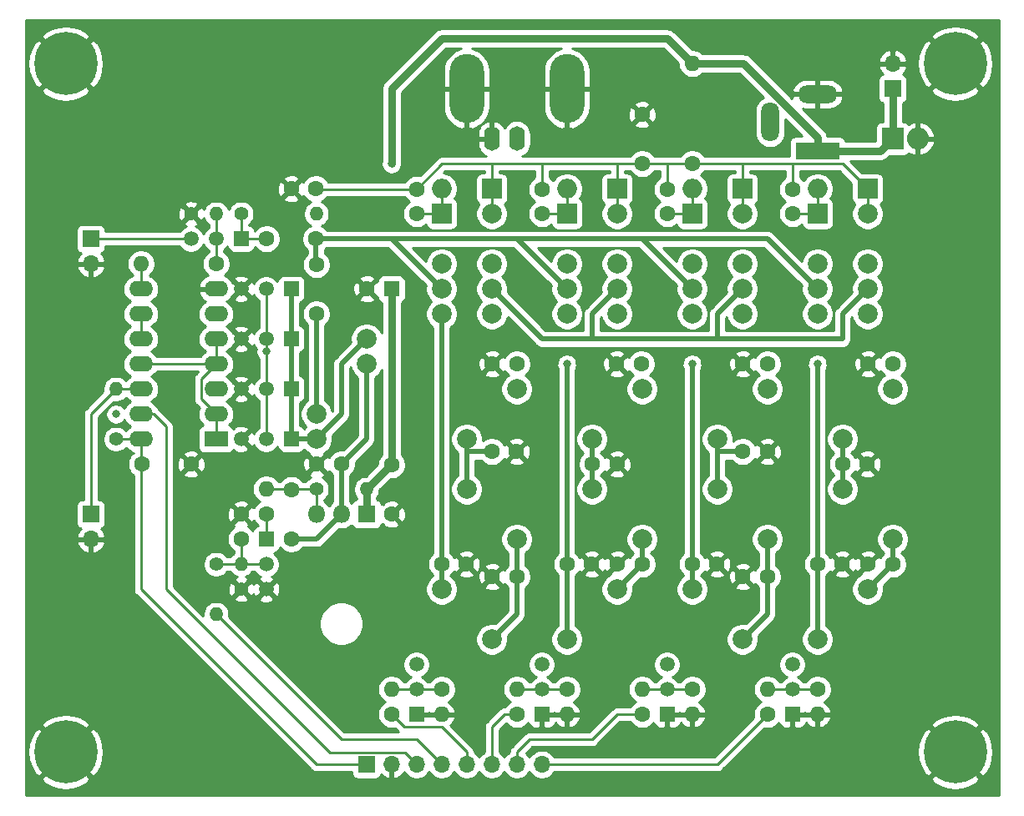
<source format=gbr>
%TF.GenerationSoftware,KiCad,Pcbnew,5.1.6-c6e7f7d~86~ubuntu18.04.1*%
%TF.CreationDate,2020-05-15T23:17:01+02:00*%
%TF.ProjectId,pa,70612e6b-6963-4616-945f-706362585858,rev?*%
%TF.SameCoordinates,Original*%
%TF.FileFunction,Copper,L2,Bot*%
%TF.FilePolarity,Positive*%
%FSLAX46Y46*%
G04 Gerber Fmt 4.6, Leading zero omitted, Abs format (unit mm)*
G04 Created by KiCad (PCBNEW 5.1.6-c6e7f7d~86~ubuntu18.04.1) date 2020-05-15 23:17:01*
%MOMM*%
%LPD*%
G01*
G04 APERTURE LIST*
%TA.AperFunction,ComponentPad*%
%ADD10C,1.600000*%
%TD*%
%TA.AperFunction,ComponentPad*%
%ADD11R,1.600000X1.600000*%
%TD*%
%TA.AperFunction,ComponentPad*%
%ADD12O,1.400000X1.400000*%
%TD*%
%TA.AperFunction,ComponentPad*%
%ADD13C,1.400000*%
%TD*%
%TA.AperFunction,ComponentPad*%
%ADD14C,2.000000*%
%TD*%
%TA.AperFunction,ComponentPad*%
%ADD15O,1.600000X1.600000*%
%TD*%
%TA.AperFunction,ComponentPad*%
%ADD16O,1.800000X1.800000*%
%TD*%
%TA.AperFunction,ComponentPad*%
%ADD17R,1.800000X1.800000*%
%TD*%
%TA.AperFunction,ComponentPad*%
%ADD18O,1.700000X1.700000*%
%TD*%
%TA.AperFunction,ComponentPad*%
%ADD19R,1.700000X1.700000*%
%TD*%
%TA.AperFunction,ComponentPad*%
%ADD20C,0.800000*%
%TD*%
%TA.AperFunction,ComponentPad*%
%ADD21C,6.400000*%
%TD*%
%TA.AperFunction,ComponentPad*%
%ADD22O,2.400000X1.600000*%
%TD*%
%TA.AperFunction,ComponentPad*%
%ADD23R,2.400000X1.600000*%
%TD*%
%TA.AperFunction,ComponentPad*%
%ADD24R,1.500000X1.500000*%
%TD*%
%TA.AperFunction,ComponentPad*%
%ADD25C,1.500000*%
%TD*%
%TA.AperFunction,ComponentPad*%
%ADD26R,2.000000X2.000000*%
%TD*%
%TA.AperFunction,ComponentPad*%
%ADD27R,4.400000X1.800000*%
%TD*%
%TA.AperFunction,ComponentPad*%
%ADD28O,4.000000X1.800000*%
%TD*%
%TA.AperFunction,ComponentPad*%
%ADD29O,1.800000X4.000000*%
%TD*%
%TA.AperFunction,ComponentPad*%
%ADD30O,1.600000X2.500000*%
%TD*%
%TA.AperFunction,ComponentPad*%
%ADD31O,3.500000X7.000000*%
%TD*%
%TA.AperFunction,ComponentPad*%
%ADD32O,2.000000X2.000000*%
%TD*%
%TA.AperFunction,ComponentPad*%
%ADD33O,2.240000X2.240000*%
%TD*%
%TA.AperFunction,ComponentPad*%
%ADD34R,2.240000X2.240000*%
%TD*%
%TA.AperFunction,ViaPad*%
%ADD35C,0.800000*%
%TD*%
%TA.AperFunction,Conductor*%
%ADD36C,0.250000*%
%TD*%
%TA.AperFunction,Conductor*%
%ADD37C,0.500000*%
%TD*%
%TA.AperFunction,Conductor*%
%ADD38C,0.750000*%
%TD*%
%TA.AperFunction,Conductor*%
%ADD39C,0.254000*%
%TD*%
G04 APERTURE END LIST*
D10*
%TO.P,C30,2*%
%TO.N,Net-(C30-Pad2)*%
X92530000Y-103290000D03*
%TO.P,C30,1*%
%TO.N,GND*%
X92530000Y-100790000D03*
%TD*%
%TO.P,C26,2*%
%TO.N,GND*%
X105270000Y-77930000D03*
D11*
%TO.P,C26,1*%
%TO.N,VCC*%
X107770000Y-77930000D03*
%TD*%
D10*
%TO.P,C28,2*%
%TO.N,+5V*%
X82450000Y-95710000D03*
%TO.P,C28,1*%
%TO.N,GND*%
X87450000Y-95710000D03*
%TD*%
D12*
%TO.P,R14,2*%
%TO.N,TX-HF*%
X79830000Y-88090000D03*
D13*
%TO.P,R14,1*%
%TO.N,+5V*%
X79830000Y-93170000D03*
%TD*%
D14*
%TO.P,L7,2*%
%TO.N,Net-(C13-Pad1)*%
X145870000Y-103330000D03*
%TO.P,L7,1*%
%TO.N,Net-(C8-Pad1)*%
X140790000Y-98250000D03*
%TD*%
%TO.P,L3,2*%
%TO.N,Net-(C8-Pad1)*%
X140790000Y-93170000D03*
%TO.P,L3,1*%
%TO.N,Net-(C4-Pad1)*%
X145870000Y-88090000D03*
%TD*%
%TO.P,L5,2*%
%TO.N,Net-(C11-Pad1)*%
X120470000Y-103330000D03*
%TO.P,L5,1*%
%TO.N,Net-(C6-Pad1)*%
X115390000Y-98250000D03*
%TD*%
%TO.P,L1,2*%
%TO.N,Net-(C6-Pad1)*%
X115390000Y-93170000D03*
%TO.P,L1,1*%
%TO.N,Net-(C2-Pad1)*%
X120470000Y-88090000D03*
%TD*%
D10*
%TO.P,C29,2*%
%TO.N,+12V*%
X100110000Y-67770000D03*
%TO.P,C29,1*%
%TO.N,GND*%
X97610000Y-67770000D03*
%TD*%
%TO.P,C25,2*%
%TO.N,Net-(C25-Pad2)*%
X97610000Y-98290000D03*
%TO.P,C25,1*%
%TO.N,Net-(C23-Pad2)*%
X97610000Y-103290000D03*
%TD*%
%TO.P,C21,2*%
%TO.N,LPF*%
X100110000Y-72850000D03*
%TO.P,C21,1*%
%TO.N,Net-(C21-Pad1)*%
X95110000Y-72850000D03*
%TD*%
D15*
%TO.P,R12,2*%
%TO.N,RX5V*%
X82370000Y-75390000D03*
D10*
%TO.P,R12,1*%
%TO.N,Net-(Q4-Pad2)*%
X89990000Y-75390000D03*
%TD*%
D15*
%TO.P,R10,2*%
%TO.N,Net-(C25-Pad2)*%
X95070000Y-98250000D03*
D10*
%TO.P,R10,1*%
%TO.N,Net-(Q8-Pad1)*%
X95070000Y-100790000D03*
%TD*%
D16*
%TO.P,Q5,3*%
%TO.N,Net-(C25-Pad2)*%
X100150000Y-100790000D03*
%TO.P,Q5,2*%
%TO.N,Net-(C23-Pad2)*%
X102690000Y-100790000D03*
D17*
%TO.P,Q5,1*%
%TO.N,VCC*%
X105230000Y-100790000D03*
%TD*%
D10*
%TO.P,C27,2*%
%TO.N,+12V*%
X135710000Y-67810000D03*
%TO.P,C27,1*%
%TO.N,RL40M*%
X135710000Y-70310000D03*
%TD*%
%TO.P,C19,2*%
%TO.N,+12V*%
X148410000Y-67810000D03*
%TO.P,C19,1*%
%TO.N,RL80M*%
X148410000Y-70310000D03*
%TD*%
%TO.P,C10,2*%
%TO.N,+12V*%
X123010000Y-67810000D03*
%TO.P,C10,1*%
%TO.N,RL20M*%
X123010000Y-70310000D03*
%TD*%
%TO.P,C1,2*%
%TO.N,+12V*%
X110310000Y-67810000D03*
%TO.P,C1,1*%
%TO.N,RL10M*%
X110310000Y-70310000D03*
%TD*%
D18*
%TO.P,J11,2*%
%TO.N,GND*%
X158570000Y-55070000D03*
D19*
%TO.P,J11,1*%
%TO.N,VCC*%
X158570000Y-57610000D03*
%TD*%
D20*
%TO.P,H4,1*%
%TO.N,GND*%
X76447056Y-123222944D03*
X74750000Y-122520000D03*
X73052944Y-123222944D03*
X72350000Y-124920000D03*
X73052944Y-126617056D03*
X74750000Y-127320000D03*
X76447056Y-126617056D03*
X77150000Y-124920000D03*
D21*
X74750000Y-124920000D03*
%TD*%
D20*
%TO.P,H3,1*%
%TO.N,GND*%
X76447056Y-53372944D03*
X74750000Y-52670000D03*
X73052944Y-53372944D03*
X72350000Y-55070000D03*
X73052944Y-56767056D03*
X74750000Y-57470000D03*
X76447056Y-56767056D03*
X77150000Y-55070000D03*
D21*
X74750000Y-55070000D03*
%TD*%
D20*
%TO.P,H2,1*%
%TO.N,GND*%
X166617056Y-53372944D03*
X164920000Y-52670000D03*
X163222944Y-53372944D03*
X162520000Y-55070000D03*
X163222944Y-56767056D03*
X164920000Y-57470000D03*
X166617056Y-56767056D03*
X167320000Y-55070000D03*
D21*
X164920000Y-55070000D03*
%TD*%
D20*
%TO.P,H1,1*%
%TO.N,GND*%
X166617056Y-123222944D03*
X164920000Y-122520000D03*
X163222944Y-123222944D03*
X162520000Y-124920000D03*
X163222944Y-126617056D03*
X164920000Y-127320000D03*
X166617056Y-126617056D03*
X167320000Y-124920000D03*
D21*
X164920000Y-124920000D03*
%TD*%
D22*
%TO.P,U1,14*%
%TO.N,+5V*%
X82370000Y-93170000D03*
%TO.P,U1,7*%
%TO.N,GND*%
X89990000Y-77930000D03*
%TO.P,U1,13*%
%TO.N,TX5V*%
X82370000Y-90630000D03*
%TO.P,U1,6*%
%TO.N,Net-(Q11-Pad2)*%
X89990000Y-80470000D03*
%TO.P,U1,12*%
%TO.N,TX-HF*%
X82370000Y-88090000D03*
%TO.P,U1,5*%
%TO.N,Net-(U1-Pad1)*%
X89990000Y-83010000D03*
%TO.P,U1,11*%
X82370000Y-85550000D03*
%TO.P,U1,4*%
X89990000Y-85550000D03*
%TO.P,U1,10*%
%TO.N,TX5V*%
X82370000Y-83010000D03*
%TO.P,U1,3*%
%TO.N,Net-(Q11-Pad2)*%
X89990000Y-88090000D03*
%TO.P,U1,9*%
%TO.N,TX5V*%
X82370000Y-80470000D03*
%TO.P,U1,2*%
%TO.N,Net-(U1-Pad1)*%
X89990000Y-90630000D03*
%TO.P,U1,8*%
%TO.N,RX5V*%
X82370000Y-77930000D03*
D23*
%TO.P,U1,1*%
%TO.N,Net-(U1-Pad1)*%
X89990000Y-93170000D03*
%TD*%
D14*
%TO.P,T1,4*%
%TO.N,Net-(C23-Pad2)*%
X105230000Y-85550000D03*
%TO.P,T1,1*%
%TO.N,Net-(Q11-Pad1)*%
X105230000Y-83010000D03*
%TO.P,T1,2*%
%TO.N,Net-(C20-Pad2)*%
X100150000Y-90630000D03*
%TO.P,T1,3*%
%TO.N,Net-(Q11-Pad1)*%
X100150000Y-93170000D03*
%TD*%
D12*
%TO.P,R16,2*%
%TO.N,Net-(Q4-Pad2)*%
X89990000Y-70310000D03*
D13*
%TO.P,R16,1*%
%TO.N,GND*%
X87450000Y-70310000D03*
%TD*%
D12*
%TO.P,R15,2*%
%TO.N,Net-(C30-Pad2)*%
X92530000Y-105870000D03*
D13*
%TO.P,R15,1*%
%TO.N,GND*%
X92530000Y-108410000D03*
%TD*%
D12*
%TO.P,R13,2*%
%TO.N,KEY5V*%
X89990000Y-110950000D03*
D13*
%TO.P,R13,1*%
%TO.N,Net-(C30-Pad2)*%
X89990000Y-105870000D03*
%TD*%
D15*
%TO.P,R11,2*%
%TO.N,Net-(Q10-Pad2)*%
X133170000Y-118570000D03*
D10*
%TO.P,R11,1*%
%TO.N,40m*%
X133170000Y-121110000D03*
%TD*%
D12*
%TO.P,R9,2*%
%TO.N,VCC*%
X105230000Y-98250000D03*
D13*
%TO.P,R9,1*%
%TO.N,Net-(C25-Pad2)*%
X100150000Y-98250000D03*
%TD*%
D15*
%TO.P,R8,2*%
%TO.N,GND*%
X138250000Y-121110000D03*
D10*
%TO.P,R8,1*%
%TO.N,Net-(Q10-Pad2)*%
X138250000Y-118570000D03*
%TD*%
D12*
%TO.P,R7,2*%
%TO.N,+12V*%
X100150000Y-70310000D03*
D13*
%TO.P,R7,1*%
%TO.N,Net-(C21-Pad1)*%
X92530000Y-70310000D03*
%TD*%
D15*
%TO.P,R6,2*%
%TO.N,GND*%
X150950000Y-121110000D03*
D10*
%TO.P,R6,1*%
%TO.N,Net-(Q3-Pad2)*%
X150950000Y-118570000D03*
%TD*%
D15*
%TO.P,R5,2*%
%TO.N,Net-(Q3-Pad2)*%
X145870000Y-118570000D03*
D10*
%TO.P,R5,1*%
%TO.N,80m*%
X145870000Y-121110000D03*
%TD*%
D15*
%TO.P,R4,2*%
%TO.N,GND*%
X125550000Y-121110000D03*
D10*
%TO.P,R4,1*%
%TO.N,Net-(Q2-Pad2)*%
X125550000Y-118570000D03*
%TD*%
D15*
%TO.P,R3,2*%
%TO.N,Net-(Q2-Pad2)*%
X120470000Y-118570000D03*
D10*
%TO.P,R3,1*%
%TO.N,20m*%
X120470000Y-121110000D03*
%TD*%
D15*
%TO.P,R2,2*%
%TO.N,GND*%
X112850000Y-121110000D03*
D10*
%TO.P,R2,1*%
%TO.N,Net-(Q1-Pad2)*%
X112850000Y-118570000D03*
%TD*%
D15*
%TO.P,R1,2*%
%TO.N,Net-(Q1-Pad2)*%
X107770000Y-118570000D03*
D10*
%TO.P,R1,1*%
%TO.N,10m*%
X107770000Y-121110000D03*
%TD*%
D24*
%TO.P,Q11,1*%
%TO.N,Net-(Q11-Pad1)*%
X97610000Y-77930000D03*
D25*
%TO.P,Q11,3*%
%TO.N,GND*%
X92530000Y-77930000D03*
%TO.P,Q11,2*%
%TO.N,Net-(Q11-Pad2)*%
X95070000Y-77930000D03*
%TD*%
D24*
%TO.P,Q10,1*%
%TO.N,GND*%
X135710000Y-121110000D03*
D25*
%TO.P,Q10,3*%
%TO.N,RL40M*%
X135710000Y-116030000D03*
%TO.P,Q10,2*%
%TO.N,Net-(Q10-Pad2)*%
X135710000Y-118570000D03*
%TD*%
D24*
%TO.P,Q9,1*%
%TO.N,Net-(Q11-Pad1)*%
X97610000Y-83010000D03*
D25*
%TO.P,Q9,3*%
%TO.N,GND*%
X92530000Y-83010000D03*
%TO.P,Q9,2*%
%TO.N,Net-(Q11-Pad2)*%
X95070000Y-83010000D03*
%TD*%
D24*
%TO.P,Q8,1*%
%TO.N,Net-(Q8-Pad1)*%
X95070000Y-103330000D03*
D25*
%TO.P,Q8,3*%
%TO.N,GND*%
X95070000Y-108410000D03*
%TO.P,Q8,2*%
%TO.N,Net-(C30-Pad2)*%
X95070000Y-105870000D03*
%TD*%
D24*
%TO.P,Q7,1*%
%TO.N,Net-(Q11-Pad1)*%
X97610000Y-88090000D03*
D25*
%TO.P,Q7,3*%
%TO.N,GND*%
X92530000Y-88090000D03*
%TO.P,Q7,2*%
%TO.N,Net-(Q11-Pad2)*%
X95070000Y-88090000D03*
%TD*%
D24*
%TO.P,Q6,1*%
%TO.N,Net-(Q11-Pad1)*%
X97610000Y-93170000D03*
D25*
%TO.P,Q6,3*%
%TO.N,GND*%
X92530000Y-93170000D03*
%TO.P,Q6,2*%
%TO.N,Net-(Q11-Pad2)*%
X95070000Y-93170000D03*
%TD*%
D24*
%TO.P,Q4,1*%
%TO.N,Net-(C21-Pad1)*%
X92530000Y-72850000D03*
D25*
%TO.P,Q4,3*%
%TO.N,RX-HF*%
X87450000Y-72850000D03*
%TO.P,Q4,2*%
%TO.N,Net-(Q4-Pad2)*%
X89990000Y-72850000D03*
%TD*%
D24*
%TO.P,Q3,1*%
%TO.N,GND*%
X148410000Y-121110000D03*
D25*
%TO.P,Q3,3*%
%TO.N,RL80M*%
X148410000Y-116030000D03*
%TO.P,Q3,2*%
%TO.N,Net-(Q3-Pad2)*%
X148410000Y-118570000D03*
%TD*%
D24*
%TO.P,Q2,1*%
%TO.N,GND*%
X123010000Y-121110000D03*
D25*
%TO.P,Q2,3*%
%TO.N,RL20M*%
X123010000Y-116030000D03*
%TO.P,Q2,2*%
%TO.N,Net-(Q2-Pad2)*%
X123010000Y-118570000D03*
%TD*%
D24*
%TO.P,Q1,1*%
%TO.N,GND*%
X110310000Y-121110000D03*
D25*
%TO.P,Q1,3*%
%TO.N,RL10M*%
X110310000Y-116030000D03*
%TO.P,Q1,2*%
%TO.N,Net-(Q1-Pad2)*%
X110310000Y-118570000D03*
%TD*%
D15*
%TO.P,L13,2*%
%TO.N,VCC*%
X138250000Y-55070000D03*
D10*
%TO.P,L13,1*%
%TO.N,+12V*%
X138250000Y-65230000D03*
%TD*%
D14*
%TO.P,L12,2*%
%TO.N,Net-(C18-Pad1)*%
X150950000Y-113490000D03*
%TO.P,L12,1*%
%TO.N,Net-(C14-Pad1)*%
X156030000Y-108410000D03*
%TD*%
%TO.P,L11,2*%
%TO.N,Net-(C17-Pad1)*%
X138250000Y-108410000D03*
%TO.P,L11,1*%
%TO.N,Net-(C13-Pad1)*%
X143330000Y-113490000D03*
%TD*%
%TO.P,L10,2*%
%TO.N,Net-(C16-Pad1)*%
X125550000Y-113490000D03*
%TO.P,L10,1*%
%TO.N,Net-(C12-Pad1)*%
X130630000Y-108410000D03*
%TD*%
%TO.P,L9,2*%
%TO.N,Net-(C15-Pad1)*%
X112850000Y-108410000D03*
%TO.P,L9,1*%
%TO.N,Net-(C11-Pad1)*%
X117930000Y-113490000D03*
%TD*%
%TO.P,L8,2*%
%TO.N,Net-(C14-Pad1)*%
X158570000Y-103330000D03*
%TO.P,L8,1*%
%TO.N,Net-(C9-Pad1)*%
X153490000Y-98250000D03*
%TD*%
%TO.P,L6,2*%
%TO.N,Net-(C12-Pad1)*%
X133170000Y-103330000D03*
%TO.P,L6,1*%
%TO.N,Net-(C7-Pad1)*%
X128090000Y-98250000D03*
%TD*%
%TO.P,L4,2*%
%TO.N,Net-(C9-Pad1)*%
X153490000Y-93170000D03*
%TO.P,L4,1*%
%TO.N,Net-(C5-Pad1)*%
X158570000Y-88090000D03*
%TD*%
%TO.P,L2,2*%
%TO.N,Net-(C7-Pad1)*%
X128090000Y-93170000D03*
%TO.P,L2,1*%
%TO.N,Net-(C3-Pad1)*%
X133170000Y-88090000D03*
%TD*%
%TO.P,K4,5*%
%TO.N,Net-(C18-Pad1)*%
X150950000Y-80470000D03*
%TO.P,K4,8*%
%TO.N,Net-(C5-Pad1)*%
X156030000Y-80470000D03*
%TO.P,K4,3*%
%TO.N,Net-(K4-Pad3)*%
X150950000Y-75390000D03*
D26*
%TO.P,K4,1*%
%TO.N,RL80M*%
X150950000Y-70310000D03*
D14*
%TO.P,K4,10*%
%TO.N,Net-(K4-Pad10)*%
X156030000Y-75390000D03*
%TO.P,K4,12*%
%TO.N,+12V*%
X156030000Y-70310000D03*
%TO.P,K4,4*%
%TO.N,LPF*%
X150950000Y-77930000D03*
%TO.P,K4,9*%
%TO.N,Net-(J1-Pad1)*%
X156030000Y-77930000D03*
%TD*%
%TO.P,K3,5*%
%TO.N,Net-(C17-Pad1)*%
X138250000Y-80470000D03*
%TO.P,K3,8*%
%TO.N,Net-(C4-Pad1)*%
X143330000Y-80470000D03*
%TO.P,K3,3*%
%TO.N,Net-(K3-Pad3)*%
X138250000Y-75390000D03*
D26*
%TO.P,K3,1*%
%TO.N,RL40M*%
X138250000Y-70310000D03*
D14*
%TO.P,K3,10*%
%TO.N,Net-(K3-Pad10)*%
X143330000Y-75390000D03*
%TO.P,K3,12*%
%TO.N,+12V*%
X143330000Y-70310000D03*
%TO.P,K3,4*%
%TO.N,LPF*%
X138250000Y-77930000D03*
%TO.P,K3,9*%
%TO.N,Net-(J1-Pad1)*%
X143330000Y-77930000D03*
%TD*%
%TO.P,K2,5*%
%TO.N,Net-(C16-Pad1)*%
X125550000Y-80470000D03*
%TO.P,K2,8*%
%TO.N,Net-(C3-Pad1)*%
X130630000Y-80470000D03*
%TO.P,K2,3*%
%TO.N,Net-(K2-Pad3)*%
X125550000Y-75390000D03*
D26*
%TO.P,K2,1*%
%TO.N,RL20M*%
X125550000Y-70310000D03*
D14*
%TO.P,K2,10*%
%TO.N,Net-(K2-Pad10)*%
X130630000Y-75390000D03*
%TO.P,K2,12*%
%TO.N,+12V*%
X130630000Y-70310000D03*
%TO.P,K2,4*%
%TO.N,LPF*%
X125550000Y-77930000D03*
%TO.P,K2,9*%
%TO.N,Net-(J1-Pad1)*%
X130630000Y-77930000D03*
%TD*%
%TO.P,K1,5*%
%TO.N,Net-(C15-Pad1)*%
X112850000Y-80470000D03*
%TO.P,K1,8*%
%TO.N,Net-(C2-Pad1)*%
X117930000Y-80470000D03*
%TO.P,K1,3*%
%TO.N,Net-(K1-Pad3)*%
X112850000Y-75390000D03*
D26*
%TO.P,K1,1*%
%TO.N,RL10M*%
X112850000Y-70310000D03*
D14*
%TO.P,K1,10*%
%TO.N,Net-(K1-Pad10)*%
X117930000Y-75390000D03*
%TO.P,K1,12*%
%TO.N,+12V*%
X117930000Y-70310000D03*
%TO.P,K1,4*%
%TO.N,LPF*%
X112850000Y-77930000D03*
%TO.P,K1,9*%
%TO.N,Net-(J1-Pad1)*%
X117930000Y-77930000D03*
%TD*%
D18*
%TO.P,J7,2*%
%TO.N,GND*%
X77290000Y-103330000D03*
D19*
%TO.P,J7,1*%
%TO.N,TX-HF*%
X77290000Y-100790000D03*
%TD*%
D18*
%TO.P,J6,2*%
%TO.N,GND*%
X77290000Y-75390000D03*
D19*
%TO.P,J6,1*%
%TO.N,RX-HF*%
X77290000Y-72850000D03*
%TD*%
D27*
%TO.P,J3,1*%
%TO.N,VCC*%
X150950000Y-63960000D03*
D28*
%TO.P,J3,2*%
%TO.N,GND*%
X150950000Y-58160000D03*
D29*
%TO.P,J3,3*%
%TO.N,Net-(J3-Pad3)*%
X146150000Y-60960000D03*
%TD*%
D18*
%TO.P,J2,8*%
%TO.N,80m*%
X123010000Y-126190000D03*
%TO.P,J2,7*%
%TO.N,40m*%
X120470000Y-126190000D03*
%TO.P,J2,6*%
%TO.N,20m*%
X117930000Y-126190000D03*
%TO.P,J2,5*%
%TO.N,10m*%
X115390000Y-126190000D03*
%TO.P,J2,4*%
%TO.N,KEY5V*%
X112850000Y-126190000D03*
%TO.P,J2,3*%
%TO.N,TX5V*%
X110310000Y-126190000D03*
%TO.P,J2,2*%
%TO.N,GND*%
X107770000Y-126190000D03*
D19*
%TO.P,J2,1*%
%TO.N,+5V*%
X105230000Y-126190000D03*
%TD*%
D30*
%TO.P,J1,2*%
%TO.N,GND*%
X117930000Y-62690000D03*
%TO.P,J1,1*%
%TO.N,Net-(J1-Pad1)*%
X120470000Y-62690000D03*
D31*
%TO.P,J1,2*%
%TO.N,GND*%
X125550000Y-57610000D03*
X115390000Y-57610000D03*
%TD*%
D32*
%TO.P,D5,2*%
%TO.N,RL40M*%
X138250000Y-67770000D03*
D26*
%TO.P,D5,1*%
%TO.N,+12V*%
X143330000Y-67770000D03*
%TD*%
D33*
%TO.P,D4,2*%
%TO.N,GND*%
X161110000Y-62690000D03*
D34*
%TO.P,D4,1*%
%TO.N,VCC*%
X158570000Y-62690000D03*
%TD*%
D32*
%TO.P,D3,2*%
%TO.N,RL80M*%
X150950000Y-67770000D03*
D26*
%TO.P,D3,1*%
%TO.N,+12V*%
X156030000Y-67770000D03*
%TD*%
D32*
%TO.P,D2,2*%
%TO.N,RL20M*%
X125550000Y-67770000D03*
D26*
%TO.P,D2,1*%
%TO.N,+12V*%
X130630000Y-67770000D03*
%TD*%
D32*
%TO.P,D1,2*%
%TO.N,RL10M*%
X112850000Y-67770000D03*
D26*
%TO.P,D1,1*%
%TO.N,+12V*%
X117930000Y-67770000D03*
%TD*%
D10*
%TO.P,C24,2*%
%TO.N,VCC*%
X107770000Y-95790000D03*
%TO.P,C24,1*%
%TO.N,GND*%
X107770000Y-100790000D03*
%TD*%
%TO.P,C23,2*%
%TO.N,Net-(C23-Pad2)*%
X102690000Y-95710000D03*
%TO.P,C23,1*%
%TO.N,GND*%
X100190000Y-95710000D03*
%TD*%
%TO.P,C22,2*%
%TO.N,+12V*%
X133170000Y-65230000D03*
%TO.P,C22,1*%
%TO.N,GND*%
X133170000Y-60230000D03*
%TD*%
%TO.P,C20,2*%
%TO.N,Net-(C20-Pad2)*%
X100150000Y-80470000D03*
%TO.P,C20,1*%
%TO.N,LPF*%
X100150000Y-75470000D03*
%TD*%
%TO.P,C18,2*%
%TO.N,GND*%
X153450000Y-105870000D03*
%TO.P,C18,1*%
%TO.N,Net-(C18-Pad1)*%
X150950000Y-105870000D03*
%TD*%
%TO.P,C17,2*%
%TO.N,GND*%
X140750000Y-105870000D03*
%TO.P,C17,1*%
%TO.N,Net-(C17-Pad1)*%
X138250000Y-105870000D03*
%TD*%
%TO.P,C16,2*%
%TO.N,GND*%
X128050000Y-105870000D03*
%TO.P,C16,1*%
%TO.N,Net-(C16-Pad1)*%
X125550000Y-105870000D03*
%TD*%
%TO.P,C15,2*%
%TO.N,GND*%
X115350000Y-105870000D03*
%TO.P,C15,1*%
%TO.N,Net-(C15-Pad1)*%
X112850000Y-105870000D03*
%TD*%
%TO.P,C14,2*%
%TO.N,GND*%
X156070000Y-105870000D03*
%TO.P,C14,1*%
%TO.N,Net-(C14-Pad1)*%
X158570000Y-105870000D03*
%TD*%
%TO.P,C13,2*%
%TO.N,GND*%
X143370000Y-107140000D03*
%TO.P,C13,1*%
%TO.N,Net-(C13-Pad1)*%
X145870000Y-107140000D03*
%TD*%
%TO.P,C12,2*%
%TO.N,GND*%
X130670000Y-105870000D03*
%TO.P,C12,1*%
%TO.N,Net-(C12-Pad1)*%
X133170000Y-105870000D03*
%TD*%
%TO.P,C11,2*%
%TO.N,GND*%
X117970000Y-107140000D03*
%TO.P,C11,1*%
%TO.N,Net-(C11-Pad1)*%
X120470000Y-107140000D03*
%TD*%
%TO.P,C9,2*%
%TO.N,GND*%
X155990000Y-95710000D03*
%TO.P,C9,1*%
%TO.N,Net-(C9-Pad1)*%
X153490000Y-95710000D03*
%TD*%
%TO.P,C8,2*%
%TO.N,GND*%
X145870000Y-94440000D03*
%TO.P,C8,1*%
%TO.N,Net-(C8-Pad1)*%
X143370000Y-94440000D03*
%TD*%
%TO.P,C7,2*%
%TO.N,GND*%
X130630000Y-95710000D03*
%TO.P,C7,1*%
%TO.N,Net-(C7-Pad1)*%
X128130000Y-95710000D03*
%TD*%
%TO.P,C6,2*%
%TO.N,GND*%
X120430000Y-94440000D03*
%TO.P,C6,1*%
%TO.N,Net-(C6-Pad1)*%
X117930000Y-94440000D03*
%TD*%
%TO.P,C5,2*%
%TO.N,GND*%
X156070000Y-85550000D03*
%TO.P,C5,1*%
%TO.N,Net-(C5-Pad1)*%
X158570000Y-85550000D03*
%TD*%
%TO.P,C4,2*%
%TO.N,GND*%
X143370000Y-85550000D03*
%TO.P,C4,1*%
%TO.N,Net-(C4-Pad1)*%
X145870000Y-85550000D03*
%TD*%
%TO.P,C3,2*%
%TO.N,GND*%
X130590000Y-85550000D03*
%TO.P,C3,1*%
%TO.N,Net-(C3-Pad1)*%
X133090000Y-85550000D03*
%TD*%
%TO.P,C2,2*%
%TO.N,GND*%
X117970000Y-85550000D03*
%TO.P,C2,1*%
%TO.N,Net-(C2-Pad1)*%
X120470000Y-85550000D03*
%TD*%
D35*
%TO.N,*%
X79830000Y-90630000D03*
%TO.N,GND*%
X97610000Y-70310000D03*
X97610000Y-72850000D03*
X97610000Y-75390000D03*
X95070000Y-75390000D03*
X92530000Y-75390000D03*
X95070000Y-70310000D03*
X95070000Y-67770000D03*
X102690000Y-70310000D03*
X102690000Y-75390000D03*
X100150000Y-77930000D03*
X102690000Y-77930000D03*
X102690000Y-80470000D03*
X105230000Y-80470000D03*
X105230000Y-75390000D03*
X102690000Y-83010000D03*
X102690000Y-93170000D03*
X105230000Y-95710000D03*
X97610000Y-95710000D03*
X95070000Y-95710000D03*
X92530000Y-95710000D03*
X92530000Y-90630000D03*
X92530000Y-85550000D03*
X92530000Y-80470000D03*
X102690000Y-103330000D03*
X105230000Y-103330000D03*
X107770000Y-103330000D03*
X107770000Y-98250000D03*
X111580000Y-103330000D03*
X111580000Y-100790000D03*
X111580000Y-98250000D03*
X111580000Y-95710000D03*
X111580000Y-93170000D03*
X111580000Y-90630000D03*
X111580000Y-88090000D03*
X111580000Y-85550000D03*
X111580000Y-83010000D03*
X112850000Y-110950000D03*
X115390000Y-110950000D03*
X117930000Y-110950000D03*
X115390000Y-108410000D03*
X115390000Y-113490000D03*
X112850000Y-113490000D03*
X120470000Y-113490000D03*
X114120000Y-103330000D03*
X114120000Y-100790000D03*
X116660000Y-100790000D03*
X119200000Y-100790000D03*
X120470000Y-98250000D03*
X117930000Y-98250000D03*
X117930000Y-103330000D03*
X114120000Y-90630000D03*
X114120000Y-88090000D03*
X114120000Y-85550000D03*
X114120000Y-83010000D03*
X115390000Y-80470000D03*
X115390000Y-77930000D03*
X115390000Y-75390000D03*
X115390000Y-70310000D03*
X128090000Y-70310000D03*
X140790000Y-70310000D03*
X153490000Y-70310000D03*
X128090000Y-75390000D03*
X128090000Y-77930000D03*
X120470000Y-77930000D03*
X133170000Y-80470000D03*
X133170000Y-77930000D03*
X133170000Y-75390000D03*
X140790000Y-77930000D03*
X140790000Y-75390000D03*
X145870000Y-75390000D03*
X145870000Y-77930000D03*
X145870000Y-80470000D03*
X126820000Y-85550000D03*
X126820000Y-88090000D03*
X126820000Y-90630000D03*
X130630000Y-88090000D03*
X130630000Y-90630000D03*
X130630000Y-93170000D03*
X133170000Y-90630000D03*
X133170000Y-93170000D03*
X133170000Y-95710000D03*
X133170000Y-98250000D03*
X133170000Y-100790000D03*
X130630000Y-98250000D03*
X129360000Y-100790000D03*
X130630000Y-103330000D03*
X126820000Y-103330000D03*
X126820000Y-100790000D03*
X124280000Y-103330000D03*
X124280000Y-100790000D03*
X124280000Y-98250000D03*
X124280000Y-95710000D03*
X124280000Y-93170000D03*
X124280000Y-90630000D03*
X124280000Y-88090000D03*
X124280000Y-85550000D03*
X126820000Y-108410000D03*
X126820000Y-110950000D03*
X128090000Y-113490000D03*
X125550000Y-116030000D03*
X128090000Y-116030000D03*
X130630000Y-116030000D03*
X130630000Y-113490000D03*
X130630000Y-110950000D03*
X133170000Y-108410000D03*
X133170000Y-110950000D03*
X112850000Y-116030000D03*
X115390000Y-116030000D03*
X117930000Y-116030000D03*
X120470000Y-116030000D03*
X133170000Y-113490000D03*
X139520000Y-85550000D03*
X139520000Y-88090000D03*
X139520000Y-90630000D03*
X143330000Y-88090000D03*
X143330000Y-90630000D03*
X145870000Y-90630000D03*
X117930000Y-90630000D03*
X117930000Y-88090000D03*
X120470000Y-90630000D03*
X143330000Y-98250000D03*
X145870000Y-98250000D03*
X145870000Y-100790000D03*
X142060000Y-100790000D03*
X139520000Y-100790000D03*
X139520000Y-103330000D03*
X143330000Y-103330000D03*
X140790000Y-108410000D03*
X140790000Y-110950000D03*
X140790000Y-113490000D03*
X138250000Y-113490000D03*
X138250000Y-110950000D03*
X138250000Y-116030000D03*
X140790000Y-116030000D03*
X143330000Y-116030000D03*
X145870000Y-116030000D03*
X145870000Y-113490000D03*
X143330000Y-110950000D03*
X136980000Y-103330000D03*
X136980000Y-100790000D03*
X136980000Y-98250000D03*
X136980000Y-95710000D03*
X136980000Y-93170000D03*
X136980000Y-90630000D03*
X136980000Y-88090000D03*
X136980000Y-85550000D03*
X149680000Y-103330000D03*
X149680000Y-100790000D03*
X149680000Y-98250000D03*
X149680000Y-95710000D03*
X149680000Y-93170000D03*
X149680000Y-90630000D03*
X149680000Y-88090000D03*
X149680000Y-85550000D03*
X124280000Y-110950000D03*
X124280000Y-108410000D03*
X149680000Y-110950000D03*
X149680000Y-108410000D03*
X150950000Y-116030000D03*
X153490000Y-116030000D03*
X158570000Y-110950000D03*
X158570000Y-108410000D03*
X153490000Y-113490000D03*
X152220000Y-110950000D03*
X156030000Y-110950000D03*
X152220000Y-108410000D03*
X156030000Y-103330000D03*
X152220000Y-103330000D03*
X152220000Y-100790000D03*
X154760000Y-100790000D03*
X158570000Y-100790000D03*
X161110000Y-105870000D03*
X161110000Y-103330000D03*
X161110000Y-100790000D03*
X156030000Y-98250000D03*
X158570000Y-93170000D03*
X158570000Y-90630000D03*
X158570000Y-80470000D03*
X159840000Y-81740000D03*
X161110000Y-83010000D03*
X161110000Y-85550000D03*
X161110000Y-88090000D03*
X161110000Y-90630000D03*
X156030000Y-93170000D03*
X154760000Y-90630000D03*
X152220000Y-90630000D03*
X152220000Y-88090000D03*
X152220000Y-85550000D03*
X158570000Y-75390000D03*
X158570000Y-77930000D03*
X153490000Y-77930000D03*
X153490000Y-75390000D03*
X150950000Y-72850000D03*
X153490000Y-72850000D03*
X156030000Y-72850000D03*
X105230000Y-70310000D03*
X89990000Y-95710000D03*
X87450000Y-93170000D03*
X87450000Y-90630000D03*
X84910000Y-83010000D03*
X84910000Y-80470000D03*
X87450000Y-80470000D03*
X87450000Y-77930000D03*
X84910000Y-77930000D03*
X74750000Y-72850000D03*
X74750000Y-70310000D03*
X77290000Y-70310000D03*
X79830000Y-70310000D03*
X81100000Y-71580000D03*
X83640000Y-71580000D03*
X81100000Y-74120000D03*
X92530000Y-67770000D03*
X89990000Y-67770000D03*
X78560000Y-96980000D03*
X78560000Y-94440000D03*
X76020000Y-96980000D03*
X76020000Y-94440000D03*
X76020000Y-91900000D03*
X76020000Y-89360000D03*
X77290000Y-88090000D03*
X78560000Y-86820000D03*
X78560000Y-91900000D03*
X79830000Y-99520000D03*
X79830000Y-102060000D03*
X79830000Y-104600000D03*
X74750000Y-104600000D03*
X74750000Y-102060000D03*
X74750000Y-99520000D03*
X86180000Y-71580000D03*
X79830000Y-75390000D03*
X83640000Y-74120000D03*
X86180000Y-74120000D03*
X79830000Y-85550000D03*
X114120000Y-95710000D03*
X117930000Y-83010000D03*
X139520000Y-95710000D03*
%TO.N,Net-(C16-Pad1)*%
X125550000Y-85550000D03*
%TO.N,Net-(C17-Pad1)*%
X138250000Y-85550000D03*
%TO.N,Net-(C18-Pad1)*%
X150950000Y-85550000D03*
%TO.N,VCC*%
X107770000Y-65230000D03*
%TO.N,Net-(Q11-Pad2)*%
X95070000Y-84280000D03*
%TD*%
D36*
%TO.N,+12V*%
X112890000Y-65230000D02*
X110310000Y-67810000D01*
X117930000Y-67770000D02*
X117930000Y-65230000D01*
X117930000Y-65230000D02*
X112890000Y-65230000D01*
X123010000Y-67810000D02*
X123010000Y-65230000D01*
X123010000Y-65230000D02*
X117930000Y-65230000D01*
X130630000Y-70310000D02*
X130630000Y-65230000D01*
X130630000Y-65230000D02*
X123010000Y-65230000D01*
X135710000Y-67810000D02*
X135710000Y-65230000D01*
X156030000Y-70310000D02*
X156030000Y-67770000D01*
X143330000Y-70310000D02*
X143330000Y-65230000D01*
X148410000Y-67810000D02*
X148410000Y-65230000D01*
X117930000Y-70310000D02*
X117930000Y-67770000D01*
X153490000Y-65230000D02*
X156030000Y-67770000D01*
X130630000Y-65230000D02*
X153490000Y-65230000D01*
X100150000Y-67810000D02*
X100110000Y-67770000D01*
X110310000Y-67810000D02*
X100150000Y-67810000D01*
%TO.N,RL10M*%
X112850000Y-67770000D02*
X112850000Y-70310000D01*
X112850000Y-70310000D02*
X110310000Y-70310000D01*
D37*
%TO.N,Net-(C6-Pad1)*%
X117930000Y-94440000D02*
X115390000Y-94440000D01*
X115390000Y-93170000D02*
X115390000Y-94440000D01*
X115390000Y-94440000D02*
X115390000Y-98250000D01*
%TO.N,Net-(C7-Pad1)*%
X128090000Y-93170000D02*
X128090000Y-98250000D01*
%TO.N,Net-(C8-Pad1)*%
X143370000Y-94440000D02*
X140790000Y-94440000D01*
X140790000Y-93170000D02*
X140790000Y-94440000D01*
X140790000Y-94440000D02*
X140790000Y-98250000D01*
%TO.N,Net-(C9-Pad1)*%
X153490000Y-93170000D02*
X153490000Y-98250000D01*
D36*
%TO.N,RL20M*%
X125550000Y-67770000D02*
X125550000Y-70310000D01*
X125550000Y-70310000D02*
X123010000Y-70310000D01*
D37*
%TO.N,Net-(C11-Pad1)*%
X120470000Y-110950000D02*
X117930000Y-113490000D01*
X120470000Y-103330000D02*
X120470000Y-110950000D01*
%TO.N,Net-(C12-Pad1)*%
X133170000Y-105870000D02*
X130630000Y-108410000D01*
X133170000Y-103330000D02*
X133170000Y-105870000D01*
%TO.N,Net-(C13-Pad1)*%
X145870000Y-110950000D02*
X143330000Y-113490000D01*
X145870000Y-103330000D02*
X145870000Y-110950000D01*
%TO.N,Net-(C14-Pad1)*%
X158570000Y-105870000D02*
X156030000Y-108410000D01*
X158570000Y-103330000D02*
X158570000Y-105870000D01*
%TO.N,Net-(C15-Pad1)*%
X112850000Y-108410000D02*
X112850000Y-80470000D01*
%TO.N,Net-(C16-Pad1)*%
X125550000Y-113490000D02*
X125550000Y-85550000D01*
X125550000Y-85550000D02*
X125550000Y-85550000D01*
%TO.N,Net-(C17-Pad1)*%
X138250000Y-108410000D02*
X138250000Y-85550000D01*
%TO.N,Net-(C18-Pad1)*%
X150950000Y-113490000D02*
X150950000Y-85550000D01*
D36*
%TO.N,RL80M*%
X150950000Y-67770000D02*
X150950000Y-70310000D01*
X150950000Y-70310000D02*
X148410000Y-70310000D01*
D37*
%TO.N,Net-(C20-Pad2)*%
X100150000Y-90630000D02*
X100150000Y-80470000D01*
%TO.N,LPF*%
X150950000Y-77930000D02*
X145870000Y-72850000D01*
X138250000Y-77930000D02*
X133170000Y-72850000D01*
X125550000Y-77930000D02*
X120470000Y-72850000D01*
X145870000Y-72850000D02*
X120470000Y-72850000D01*
X120470000Y-72850000D02*
X107770000Y-72850000D01*
X112850000Y-77930000D02*
X107770000Y-72850000D01*
X107770000Y-72850000D02*
X100110000Y-72850000D01*
X100110000Y-75430000D02*
X100150000Y-75470000D01*
X100110000Y-72850000D02*
X100110000Y-75430000D01*
D36*
%TO.N,Net-(C21-Pad1)*%
X92530000Y-72850000D02*
X95110000Y-72850000D01*
X92530000Y-70310000D02*
X92530000Y-72850000D01*
D37*
%TO.N,Net-(C23-Pad2)*%
X100190000Y-103290000D02*
X102690000Y-100790000D01*
X97610000Y-103290000D02*
X100190000Y-103290000D01*
X102690000Y-100790000D02*
X102690000Y-95710000D01*
X105230000Y-93170000D02*
X105230000Y-85550000D01*
X102690000Y-95710000D02*
X105230000Y-93170000D01*
D38*
%TO.N,VCC*%
X157850000Y-63410000D02*
X158570000Y-62690000D01*
X158570000Y-57610000D02*
X158570000Y-62690000D01*
X150950000Y-62574021D02*
X150950000Y-63960000D01*
X157300000Y-63960000D02*
X158570000Y-62690000D01*
X150950000Y-63960000D02*
X157300000Y-63960000D01*
X143445979Y-55070000D02*
X150950000Y-62574021D01*
X138250000Y-55070000D02*
X143445979Y-55070000D01*
X105230000Y-100790000D02*
X105230000Y-98250000D01*
X107770000Y-95710000D02*
X107770000Y-77930000D01*
X105230000Y-98250000D02*
X107770000Y-95710000D01*
X107770000Y-57610000D02*
X107770000Y-65230000D01*
X138250000Y-55070000D02*
X135710000Y-52530000D01*
X112850000Y-52530000D02*
X107770000Y-57610000D01*
X135710000Y-52530000D02*
X112850000Y-52530000D01*
D36*
%TO.N,Net-(C25-Pad2)*%
X95070000Y-98250000D02*
X100150000Y-98250000D01*
X100150000Y-98250000D02*
X100150000Y-100790000D01*
%TO.N,RL40M*%
X138250000Y-67770000D02*
X138250000Y-70310000D01*
X138250000Y-70310000D02*
X135710000Y-70310000D01*
%TO.N,+5V*%
X79830000Y-93170000D02*
X82370000Y-93170000D01*
X105230000Y-126190000D02*
X100150000Y-126190000D01*
X82370000Y-108410000D02*
X82370000Y-93170000D01*
X100150000Y-126190000D02*
X82370000Y-108410000D01*
D37*
%TO.N,Net-(J1-Pad1)*%
X140790000Y-80470000D02*
X140790000Y-83010000D01*
X143330000Y-77930000D02*
X140790000Y-80470000D01*
X130630000Y-77930000D02*
X128090000Y-80470000D01*
X123010000Y-83010000D02*
X128090000Y-83010000D01*
X128090000Y-80470000D02*
X128090000Y-83010000D01*
X128090000Y-83010000D02*
X140790000Y-83010000D01*
X150950000Y-83010000D02*
X140790000Y-83010000D01*
X153490000Y-83010000D02*
X150950000Y-83010000D01*
X156030000Y-77930000D02*
X153490000Y-80470000D01*
X153490000Y-80470000D02*
X153490000Y-83010000D01*
X123010000Y-83010000D02*
X117930000Y-77930000D01*
D36*
%TO.N,KEY5V*%
X112850000Y-126190000D02*
X110310000Y-123650000D01*
X102690000Y-123650000D02*
X89990000Y-110950000D01*
X110310000Y-123650000D02*
X102690000Y-123650000D01*
%TO.N,TX5V*%
X82370000Y-80470000D02*
X82370000Y-83010000D01*
X109134999Y-125014999D02*
X101514999Y-125014999D01*
X110310000Y-126190000D02*
X109134999Y-125014999D01*
X101514999Y-125014999D02*
X84910000Y-108410000D01*
X84910000Y-108410000D02*
X84910000Y-91900000D01*
X83640000Y-90630000D02*
X82370000Y-90630000D01*
X84910000Y-91900000D02*
X83640000Y-90630000D01*
%TO.N,10m*%
X109040000Y-122380000D02*
X107770000Y-121110000D01*
X115390000Y-126190000D02*
X115390000Y-124920000D01*
X115390000Y-124920000D02*
X112850000Y-122380000D01*
X112850000Y-122380000D02*
X109040000Y-122380000D01*
%TO.N,20m*%
X117930000Y-126190000D02*
X117930000Y-122380000D01*
X119200000Y-121110000D02*
X120470000Y-121110000D01*
X117930000Y-122380000D02*
X119200000Y-121110000D01*
%TO.N,40m*%
X120470000Y-126190000D02*
X120470000Y-124920000D01*
X120470000Y-124920000D02*
X121740000Y-123650000D01*
X121740000Y-123650000D02*
X128090000Y-123650000D01*
X130630000Y-121110000D02*
X133170000Y-121110000D01*
X128090000Y-123650000D02*
X130630000Y-121110000D01*
%TO.N,80m*%
X140790000Y-126190000D02*
X145870000Y-121110000D01*
X123010000Y-126190000D02*
X140790000Y-126190000D01*
%TO.N,RX-HF*%
X77290000Y-72850000D02*
X87450000Y-72850000D01*
%TO.N,TX-HF*%
X80852998Y-88090000D02*
X79830000Y-88090000D01*
X82370000Y-88090000D02*
X80852998Y-88090000D01*
X77290000Y-90630000D02*
X77290000Y-100790000D01*
X79830000Y-88090000D02*
X77290000Y-90630000D01*
%TO.N,Net-(Q1-Pad2)*%
X107770000Y-118570000D02*
X112850000Y-118570000D01*
%TO.N,Net-(Q2-Pad2)*%
X120470000Y-118570000D02*
X125550000Y-118570000D01*
%TO.N,Net-(Q3-Pad2)*%
X145870000Y-118570000D02*
X150950000Y-118570000D01*
%TO.N,Net-(Q4-Pad2)*%
X89990000Y-70310000D02*
X89990000Y-72850000D01*
X89990000Y-75390000D02*
X89990000Y-72850000D01*
D37*
%TO.N,Net-(Q11-Pad1)*%
X97610000Y-77930000D02*
X97610000Y-93170000D01*
X97610000Y-93170000D02*
X100150000Y-93170000D01*
X100150000Y-93170000D02*
X102690000Y-90630000D01*
X102690000Y-85550000D02*
X105230000Y-83010000D01*
X102690000Y-90630000D02*
X102690000Y-85550000D01*
D36*
%TO.N,Net-(Q11-Pad2)*%
X95070000Y-80470000D02*
X95070000Y-77930000D01*
X95070000Y-93170000D02*
X95070000Y-84280000D01*
X95070000Y-84280000D02*
X95070000Y-77930000D01*
%TO.N,Net-(Q8-Pad1)*%
X95070000Y-100790000D02*
X95070000Y-103330000D01*
%TO.N,Net-(Q10-Pad2)*%
X133170000Y-118570000D02*
X138250000Y-118570000D01*
%TO.N,RX5V*%
X82370000Y-75390000D02*
X82370000Y-77930000D01*
%TO.N,Net-(U1-Pad1)*%
X89990000Y-93170000D02*
X89990000Y-90630000D01*
X89990000Y-83010000D02*
X89990000Y-85550000D01*
X88464990Y-87075010D02*
X88464990Y-89104990D01*
X88464990Y-89104990D02*
X89990000Y-90630000D01*
X89990000Y-85550000D02*
X88464990Y-87075010D01*
X82370000Y-85550000D02*
X89990000Y-85550000D01*
%TO.N,Net-(C30-Pad2)*%
X89990000Y-105870000D02*
X95070000Y-105870000D01*
X92530000Y-103290000D02*
X92530000Y-105870000D01*
%TD*%
D39*
%TO.N,GND*%
G36*
X169315001Y-129315000D02*
G01*
X70685000Y-129315000D01*
X70685000Y-127620881D01*
X72228724Y-127620881D01*
X72588912Y-128110548D01*
X73252882Y-128470849D01*
X73974385Y-128694694D01*
X74725695Y-128773480D01*
X75477938Y-128704178D01*
X76202208Y-128489452D01*
X76870670Y-128137555D01*
X76911088Y-128110548D01*
X77271276Y-127620881D01*
X74750000Y-125099605D01*
X72228724Y-127620881D01*
X70685000Y-127620881D01*
X70685000Y-124895695D01*
X70896520Y-124895695D01*
X70965822Y-125647938D01*
X71180548Y-126372208D01*
X71532445Y-127040670D01*
X71559452Y-127081088D01*
X72049119Y-127441276D01*
X74570395Y-124920000D01*
X74929605Y-124920000D01*
X77450881Y-127441276D01*
X77940548Y-127081088D01*
X78300849Y-126417118D01*
X78524694Y-125695615D01*
X78603480Y-124944305D01*
X78534178Y-124192062D01*
X78319452Y-123467792D01*
X77967555Y-122799330D01*
X77940548Y-122758912D01*
X77450881Y-122398724D01*
X74929605Y-124920000D01*
X74570395Y-124920000D01*
X72049119Y-122398724D01*
X71559452Y-122758912D01*
X71199151Y-123422882D01*
X70975306Y-124144385D01*
X70896520Y-124895695D01*
X70685000Y-124895695D01*
X70685000Y-122219119D01*
X72228724Y-122219119D01*
X74750000Y-124740395D01*
X77271276Y-122219119D01*
X76911088Y-121729452D01*
X76247118Y-121369151D01*
X75525615Y-121145306D01*
X74774305Y-121066520D01*
X74022062Y-121135822D01*
X73297792Y-121350548D01*
X72629330Y-121702445D01*
X72588912Y-121729452D01*
X72228724Y-122219119D01*
X70685000Y-122219119D01*
X70685000Y-103686890D01*
X75848524Y-103686890D01*
X75893175Y-103834099D01*
X76018359Y-104096920D01*
X76192412Y-104330269D01*
X76408645Y-104525178D01*
X76658748Y-104674157D01*
X76933109Y-104771481D01*
X77163000Y-104650814D01*
X77163000Y-103457000D01*
X77417000Y-103457000D01*
X77417000Y-104650814D01*
X77646891Y-104771481D01*
X77921252Y-104674157D01*
X78171355Y-104525178D01*
X78387588Y-104330269D01*
X78561641Y-104096920D01*
X78686825Y-103834099D01*
X78731476Y-103686890D01*
X78610155Y-103457000D01*
X77417000Y-103457000D01*
X77163000Y-103457000D01*
X75969845Y-103457000D01*
X75848524Y-103686890D01*
X70685000Y-103686890D01*
X70685000Y-75746890D01*
X75848524Y-75746890D01*
X75893175Y-75894099D01*
X76018359Y-76156920D01*
X76192412Y-76390269D01*
X76408645Y-76585178D01*
X76658748Y-76734157D01*
X76933109Y-76831481D01*
X77163000Y-76710814D01*
X77163000Y-75517000D01*
X77417000Y-75517000D01*
X77417000Y-76710814D01*
X77646891Y-76831481D01*
X77921252Y-76734157D01*
X78171355Y-76585178D01*
X78387588Y-76390269D01*
X78561641Y-76156920D01*
X78686825Y-75894099D01*
X78731476Y-75746890D01*
X78610155Y-75517000D01*
X77417000Y-75517000D01*
X77163000Y-75517000D01*
X75969845Y-75517000D01*
X75848524Y-75746890D01*
X70685000Y-75746890D01*
X70685000Y-72000000D01*
X75801928Y-72000000D01*
X75801928Y-73700000D01*
X75814188Y-73824482D01*
X75850498Y-73944180D01*
X75909463Y-74054494D01*
X75988815Y-74151185D01*
X76085506Y-74230537D01*
X76195820Y-74289502D01*
X76276466Y-74313966D01*
X76192412Y-74389731D01*
X76018359Y-74623080D01*
X75893175Y-74885901D01*
X75848524Y-75033110D01*
X75969845Y-75263000D01*
X77163000Y-75263000D01*
X77163000Y-75243000D01*
X77417000Y-75243000D01*
X77417000Y-75263000D01*
X78610155Y-75263000D01*
X78731476Y-75033110D01*
X78686825Y-74885901D01*
X78561641Y-74623080D01*
X78387588Y-74389731D01*
X78303534Y-74313966D01*
X78384180Y-74289502D01*
X78494494Y-74230537D01*
X78591185Y-74151185D01*
X78670537Y-74054494D01*
X78729502Y-73944180D01*
X78765812Y-73824482D01*
X78778072Y-73700000D01*
X78778072Y-73610000D01*
X86292091Y-73610000D01*
X86374201Y-73732886D01*
X86567114Y-73925799D01*
X86793957Y-74077371D01*
X87046011Y-74181775D01*
X87313589Y-74235000D01*
X87586411Y-74235000D01*
X87853989Y-74181775D01*
X88106043Y-74077371D01*
X88332886Y-73925799D01*
X88525799Y-73732886D01*
X88677371Y-73506043D01*
X88720000Y-73403127D01*
X88762629Y-73506043D01*
X88914201Y-73732886D01*
X89107114Y-73925799D01*
X89230001Y-74007909D01*
X89230000Y-74171956D01*
X89075241Y-74275363D01*
X88875363Y-74475241D01*
X88718320Y-74710273D01*
X88610147Y-74971426D01*
X88555000Y-75248665D01*
X88555000Y-75531335D01*
X88610147Y-75808574D01*
X88718320Y-76069727D01*
X88875363Y-76304759D01*
X89075241Y-76504637D01*
X89156583Y-76558988D01*
X88923517Y-76652834D01*
X88687161Y-76807399D01*
X88485500Y-77005105D01*
X88326285Y-77238354D01*
X88215633Y-77498182D01*
X88198096Y-77580961D01*
X88320085Y-77803000D01*
X89863000Y-77803000D01*
X89863000Y-77783000D01*
X90117000Y-77783000D01*
X90117000Y-77803000D01*
X90137000Y-77803000D01*
X90137000Y-78057000D01*
X90117000Y-78057000D01*
X90117000Y-78077000D01*
X89863000Y-78077000D01*
X89863000Y-78057000D01*
X88320085Y-78057000D01*
X88198096Y-78279039D01*
X88215633Y-78361818D01*
X88326285Y-78621646D01*
X88485500Y-78854895D01*
X88687161Y-79052601D01*
X88916741Y-79202735D01*
X88788899Y-79271068D01*
X88570392Y-79450392D01*
X88391068Y-79668899D01*
X88257818Y-79918192D01*
X88175764Y-80188691D01*
X88148057Y-80470000D01*
X88175764Y-80751309D01*
X88257818Y-81021808D01*
X88391068Y-81271101D01*
X88570392Y-81489608D01*
X88788899Y-81668932D01*
X88921858Y-81740000D01*
X88788899Y-81811068D01*
X88570392Y-81990392D01*
X88391068Y-82208899D01*
X88257818Y-82458192D01*
X88175764Y-82728691D01*
X88148057Y-83010000D01*
X88175764Y-83291309D01*
X88257818Y-83561808D01*
X88391068Y-83811101D01*
X88570392Y-84029608D01*
X88788899Y-84208932D01*
X88921858Y-84280000D01*
X88788899Y-84351068D01*
X88570392Y-84530392D01*
X88391068Y-84748899D01*
X88369099Y-84790000D01*
X83990901Y-84790000D01*
X83968932Y-84748899D01*
X83789608Y-84530392D01*
X83571101Y-84351068D01*
X83438142Y-84280000D01*
X83571101Y-84208932D01*
X83789608Y-84029608D01*
X83968932Y-83811101D01*
X84102182Y-83561808D01*
X84184236Y-83291309D01*
X84211943Y-83010000D01*
X84184236Y-82728691D01*
X84102182Y-82458192D01*
X83968932Y-82208899D01*
X83789608Y-81990392D01*
X83571101Y-81811068D01*
X83438142Y-81740000D01*
X83571101Y-81668932D01*
X83789608Y-81489608D01*
X83968932Y-81271101D01*
X84102182Y-81021808D01*
X84184236Y-80751309D01*
X84211943Y-80470000D01*
X84184236Y-80188691D01*
X84102182Y-79918192D01*
X83968932Y-79668899D01*
X83789608Y-79450392D01*
X83571101Y-79271068D01*
X83438142Y-79200000D01*
X83571101Y-79128932D01*
X83789608Y-78949608D01*
X83968932Y-78731101D01*
X84102182Y-78481808D01*
X84184236Y-78211309D01*
X84211943Y-77930000D01*
X84184236Y-77648691D01*
X84102182Y-77378192D01*
X83968932Y-77128899D01*
X83789608Y-76910392D01*
X83571101Y-76731068D01*
X83321808Y-76597818D01*
X83200414Y-76560994D01*
X83284759Y-76504637D01*
X83484637Y-76304759D01*
X83641680Y-76069727D01*
X83749853Y-75808574D01*
X83805000Y-75531335D01*
X83805000Y-75248665D01*
X83749853Y-74971426D01*
X83641680Y-74710273D01*
X83484637Y-74475241D01*
X83284759Y-74275363D01*
X83049727Y-74118320D01*
X82788574Y-74010147D01*
X82511335Y-73955000D01*
X82228665Y-73955000D01*
X81951426Y-74010147D01*
X81690273Y-74118320D01*
X81455241Y-74275363D01*
X81255363Y-74475241D01*
X81098320Y-74710273D01*
X80990147Y-74971426D01*
X80935000Y-75248665D01*
X80935000Y-75531335D01*
X80990147Y-75808574D01*
X81098320Y-76069727D01*
X81255363Y-76304759D01*
X81455241Y-76504637D01*
X81539586Y-76560994D01*
X81418192Y-76597818D01*
X81168899Y-76731068D01*
X80950392Y-76910392D01*
X80771068Y-77128899D01*
X80637818Y-77378192D01*
X80555764Y-77648691D01*
X80528057Y-77930000D01*
X80555764Y-78211309D01*
X80637818Y-78481808D01*
X80771068Y-78731101D01*
X80950392Y-78949608D01*
X81168899Y-79128932D01*
X81301858Y-79200000D01*
X81168899Y-79271068D01*
X80950392Y-79450392D01*
X80771068Y-79668899D01*
X80637818Y-79918192D01*
X80555764Y-80188691D01*
X80528057Y-80470000D01*
X80555764Y-80751309D01*
X80637818Y-81021808D01*
X80771068Y-81271101D01*
X80950392Y-81489608D01*
X81168899Y-81668932D01*
X81301858Y-81740000D01*
X81168899Y-81811068D01*
X80950392Y-81990392D01*
X80771068Y-82208899D01*
X80637818Y-82458192D01*
X80555764Y-82728691D01*
X80528057Y-83010000D01*
X80555764Y-83291309D01*
X80637818Y-83561808D01*
X80771068Y-83811101D01*
X80950392Y-84029608D01*
X81168899Y-84208932D01*
X81301858Y-84280000D01*
X81168899Y-84351068D01*
X80950392Y-84530392D01*
X80771068Y-84748899D01*
X80637818Y-84998192D01*
X80555764Y-85268691D01*
X80528057Y-85550000D01*
X80555764Y-85831309D01*
X80637818Y-86101808D01*
X80771068Y-86351101D01*
X80950392Y-86569608D01*
X81168899Y-86748932D01*
X81301858Y-86820000D01*
X81168899Y-86891068D01*
X80950392Y-87070392D01*
X80836791Y-87208816D01*
X80681013Y-87053038D01*
X80462359Y-86906939D01*
X80219405Y-86806304D01*
X79961486Y-86755000D01*
X79698514Y-86755000D01*
X79440595Y-86806304D01*
X79197641Y-86906939D01*
X78978987Y-87053038D01*
X78793038Y-87238987D01*
X78646939Y-87457641D01*
X78546304Y-87700595D01*
X78495000Y-87958514D01*
X78495000Y-88221486D01*
X78516355Y-88328843D01*
X76779003Y-90066196D01*
X76749999Y-90089999D01*
X76712295Y-90135942D01*
X76655026Y-90205724D01*
X76610147Y-90289687D01*
X76584454Y-90337754D01*
X76540997Y-90481015D01*
X76530000Y-90592668D01*
X76530000Y-90592678D01*
X76526324Y-90630000D01*
X76530000Y-90667322D01*
X76530001Y-99301928D01*
X76440000Y-99301928D01*
X76315518Y-99314188D01*
X76195820Y-99350498D01*
X76085506Y-99409463D01*
X75988815Y-99488815D01*
X75909463Y-99585506D01*
X75850498Y-99695820D01*
X75814188Y-99815518D01*
X75801928Y-99940000D01*
X75801928Y-101640000D01*
X75814188Y-101764482D01*
X75850498Y-101884180D01*
X75909463Y-101994494D01*
X75988815Y-102091185D01*
X76085506Y-102170537D01*
X76195820Y-102229502D01*
X76276466Y-102253966D01*
X76192412Y-102329731D01*
X76018359Y-102563080D01*
X75893175Y-102825901D01*
X75848524Y-102973110D01*
X75969845Y-103203000D01*
X77163000Y-103203000D01*
X77163000Y-103183000D01*
X77417000Y-103183000D01*
X77417000Y-103203000D01*
X78610155Y-103203000D01*
X78731476Y-102973110D01*
X78686825Y-102825901D01*
X78561641Y-102563080D01*
X78387588Y-102329731D01*
X78303534Y-102253966D01*
X78384180Y-102229502D01*
X78494494Y-102170537D01*
X78591185Y-102091185D01*
X78670537Y-101994494D01*
X78729502Y-101884180D01*
X78765812Y-101764482D01*
X78778072Y-101640000D01*
X78778072Y-99940000D01*
X78765812Y-99815518D01*
X78729502Y-99695820D01*
X78670537Y-99585506D01*
X78591185Y-99488815D01*
X78494494Y-99409463D01*
X78384180Y-99350498D01*
X78264482Y-99314188D01*
X78140000Y-99301928D01*
X78050000Y-99301928D01*
X78050000Y-90944801D01*
X79591157Y-89403645D01*
X79698514Y-89425000D01*
X79961486Y-89425000D01*
X80219405Y-89373696D01*
X80462359Y-89273061D01*
X80681013Y-89126962D01*
X80836791Y-88971184D01*
X80950392Y-89109608D01*
X81168899Y-89288932D01*
X81301858Y-89360000D01*
X81168899Y-89431068D01*
X80950392Y-89610392D01*
X80771068Y-89828899D01*
X80668155Y-90021436D01*
X80633937Y-89970226D01*
X80489774Y-89826063D01*
X80320256Y-89712795D01*
X80131898Y-89634774D01*
X79931939Y-89595000D01*
X79728061Y-89595000D01*
X79528102Y-89634774D01*
X79339744Y-89712795D01*
X79170226Y-89826063D01*
X79026063Y-89970226D01*
X78912795Y-90139744D01*
X78834774Y-90328102D01*
X78795000Y-90528061D01*
X78795000Y-90731939D01*
X78834774Y-90931898D01*
X78912795Y-91120256D01*
X79026063Y-91289774D01*
X79170226Y-91433937D01*
X79339744Y-91547205D01*
X79528102Y-91625226D01*
X79728061Y-91665000D01*
X79931939Y-91665000D01*
X80131898Y-91625226D01*
X80320256Y-91547205D01*
X80489774Y-91433937D01*
X80633937Y-91289774D01*
X80668155Y-91238564D01*
X80771068Y-91431101D01*
X80950392Y-91649608D01*
X81168899Y-91828932D01*
X81301858Y-91900000D01*
X81168899Y-91971068D01*
X80950392Y-92150392D01*
X80836791Y-92288816D01*
X80681013Y-92133038D01*
X80462359Y-91986939D01*
X80219405Y-91886304D01*
X79961486Y-91835000D01*
X79698514Y-91835000D01*
X79440595Y-91886304D01*
X79197641Y-91986939D01*
X78978987Y-92133038D01*
X78793038Y-92318987D01*
X78646939Y-92537641D01*
X78546304Y-92780595D01*
X78495000Y-93038514D01*
X78495000Y-93301486D01*
X78546304Y-93559405D01*
X78646939Y-93802359D01*
X78793038Y-94021013D01*
X78978987Y-94206962D01*
X79197641Y-94353061D01*
X79440595Y-94453696D01*
X79698514Y-94505000D01*
X79961486Y-94505000D01*
X80219405Y-94453696D01*
X80462359Y-94353061D01*
X80681013Y-94206962D01*
X80836791Y-94051184D01*
X80950392Y-94189608D01*
X81168899Y-94368932D01*
X81418192Y-94502182D01*
X81594607Y-94555696D01*
X81535241Y-94595363D01*
X81335363Y-94795241D01*
X81178320Y-95030273D01*
X81070147Y-95291426D01*
X81015000Y-95568665D01*
X81015000Y-95851335D01*
X81070147Y-96128574D01*
X81178320Y-96389727D01*
X81335363Y-96624759D01*
X81535241Y-96824637D01*
X81610001Y-96874590D01*
X81610000Y-108372678D01*
X81606324Y-108410000D01*
X81610000Y-108447322D01*
X81610000Y-108447332D01*
X81620997Y-108558985D01*
X81664454Y-108702246D01*
X81735026Y-108834276D01*
X81751015Y-108853758D01*
X81829999Y-108950001D01*
X81859003Y-108973804D01*
X99586201Y-126701003D01*
X99609999Y-126730001D01*
X99638997Y-126753799D01*
X99725723Y-126824974D01*
X99853759Y-126893411D01*
X99857753Y-126895546D01*
X100001014Y-126939003D01*
X100112667Y-126950000D01*
X100112676Y-126950000D01*
X100149999Y-126953676D01*
X100187322Y-126950000D01*
X103741928Y-126950000D01*
X103741928Y-127040000D01*
X103754188Y-127164482D01*
X103790498Y-127284180D01*
X103849463Y-127394494D01*
X103928815Y-127491185D01*
X104025506Y-127570537D01*
X104135820Y-127629502D01*
X104255518Y-127665812D01*
X104380000Y-127678072D01*
X106080000Y-127678072D01*
X106204482Y-127665812D01*
X106324180Y-127629502D01*
X106434494Y-127570537D01*
X106531185Y-127491185D01*
X106610537Y-127394494D01*
X106669502Y-127284180D01*
X106693966Y-127203534D01*
X106769731Y-127287588D01*
X107003080Y-127461641D01*
X107265901Y-127586825D01*
X107413110Y-127631476D01*
X107643000Y-127510155D01*
X107643000Y-126317000D01*
X107623000Y-126317000D01*
X107623000Y-126063000D01*
X107643000Y-126063000D01*
X107643000Y-126043000D01*
X107897000Y-126043000D01*
X107897000Y-126063000D01*
X107917000Y-126063000D01*
X107917000Y-126317000D01*
X107897000Y-126317000D01*
X107897000Y-127510155D01*
X108126890Y-127631476D01*
X108274099Y-127586825D01*
X108536920Y-127461641D01*
X108770269Y-127287588D01*
X108965178Y-127071355D01*
X109034805Y-126954466D01*
X109156525Y-127136632D01*
X109363368Y-127343475D01*
X109606589Y-127505990D01*
X109876842Y-127617932D01*
X110163740Y-127675000D01*
X110456260Y-127675000D01*
X110743158Y-127617932D01*
X111013411Y-127505990D01*
X111256632Y-127343475D01*
X111463475Y-127136632D01*
X111580000Y-126962240D01*
X111696525Y-127136632D01*
X111903368Y-127343475D01*
X112146589Y-127505990D01*
X112416842Y-127617932D01*
X112703740Y-127675000D01*
X112996260Y-127675000D01*
X113283158Y-127617932D01*
X113553411Y-127505990D01*
X113796632Y-127343475D01*
X114003475Y-127136632D01*
X114120000Y-126962240D01*
X114236525Y-127136632D01*
X114443368Y-127343475D01*
X114686589Y-127505990D01*
X114956842Y-127617932D01*
X115243740Y-127675000D01*
X115536260Y-127675000D01*
X115823158Y-127617932D01*
X116093411Y-127505990D01*
X116336632Y-127343475D01*
X116543475Y-127136632D01*
X116660000Y-126962240D01*
X116776525Y-127136632D01*
X116983368Y-127343475D01*
X117226589Y-127505990D01*
X117496842Y-127617932D01*
X117783740Y-127675000D01*
X118076260Y-127675000D01*
X118363158Y-127617932D01*
X118633411Y-127505990D01*
X118876632Y-127343475D01*
X119083475Y-127136632D01*
X119200000Y-126962240D01*
X119316525Y-127136632D01*
X119523368Y-127343475D01*
X119766589Y-127505990D01*
X120036842Y-127617932D01*
X120323740Y-127675000D01*
X120616260Y-127675000D01*
X120903158Y-127617932D01*
X121173411Y-127505990D01*
X121416632Y-127343475D01*
X121623475Y-127136632D01*
X121740000Y-126962240D01*
X121856525Y-127136632D01*
X122063368Y-127343475D01*
X122306589Y-127505990D01*
X122576842Y-127617932D01*
X122863740Y-127675000D01*
X123156260Y-127675000D01*
X123428332Y-127620881D01*
X162398724Y-127620881D01*
X162758912Y-128110548D01*
X163422882Y-128470849D01*
X164144385Y-128694694D01*
X164895695Y-128773480D01*
X165647938Y-128704178D01*
X166372208Y-128489452D01*
X167040670Y-128137555D01*
X167081088Y-128110548D01*
X167441276Y-127620881D01*
X164920000Y-125099605D01*
X162398724Y-127620881D01*
X123428332Y-127620881D01*
X123443158Y-127617932D01*
X123713411Y-127505990D01*
X123956632Y-127343475D01*
X124163475Y-127136632D01*
X124288178Y-126950000D01*
X140752678Y-126950000D01*
X140790000Y-126953676D01*
X140827322Y-126950000D01*
X140827333Y-126950000D01*
X140938986Y-126939003D01*
X141082247Y-126895546D01*
X141214276Y-126824974D01*
X141330001Y-126730001D01*
X141353804Y-126700997D01*
X143159106Y-124895695D01*
X161066520Y-124895695D01*
X161135822Y-125647938D01*
X161350548Y-126372208D01*
X161702445Y-127040670D01*
X161729452Y-127081088D01*
X162219119Y-127441276D01*
X164740395Y-124920000D01*
X165099605Y-124920000D01*
X167620881Y-127441276D01*
X168110548Y-127081088D01*
X168470849Y-126417118D01*
X168694694Y-125695615D01*
X168773480Y-124944305D01*
X168704178Y-124192062D01*
X168489452Y-123467792D01*
X168137555Y-122799330D01*
X168110548Y-122758912D01*
X167620881Y-122398724D01*
X165099605Y-124920000D01*
X164740395Y-124920000D01*
X162219119Y-122398724D01*
X161729452Y-122758912D01*
X161369151Y-123422882D01*
X161145306Y-124144385D01*
X161066520Y-124895695D01*
X143159106Y-124895695D01*
X145546114Y-122508688D01*
X145728665Y-122545000D01*
X146011335Y-122545000D01*
X146288574Y-122489853D01*
X146549727Y-122381680D01*
X146784759Y-122224637D01*
X146984637Y-122024759D01*
X147031280Y-121954953D01*
X147034188Y-121984482D01*
X147070498Y-122104180D01*
X147129463Y-122214494D01*
X147208815Y-122311185D01*
X147305506Y-122390537D01*
X147415820Y-122449502D01*
X147535518Y-122485812D01*
X147660000Y-122498072D01*
X148124250Y-122495000D01*
X148283000Y-122336250D01*
X148283000Y-121237000D01*
X148537000Y-121237000D01*
X148537000Y-122336250D01*
X148695750Y-122495000D01*
X149160000Y-122498072D01*
X149284482Y-122485812D01*
X149404180Y-122449502D01*
X149514494Y-122390537D01*
X149611185Y-122311185D01*
X149690537Y-122214494D01*
X149749502Y-122104180D01*
X149785812Y-121984482D01*
X149789114Y-121950956D01*
X149797615Y-121965131D01*
X149986586Y-122173519D01*
X150212580Y-122341037D01*
X150466913Y-122461246D01*
X150600961Y-122501904D01*
X150823000Y-122379915D01*
X150823000Y-121237000D01*
X151077000Y-121237000D01*
X151077000Y-122379915D01*
X151299039Y-122501904D01*
X151433087Y-122461246D01*
X151687420Y-122341037D01*
X151851896Y-122219119D01*
X162398724Y-122219119D01*
X164920000Y-124740395D01*
X167441276Y-122219119D01*
X167081088Y-121729452D01*
X166417118Y-121369151D01*
X165695615Y-121145306D01*
X164944305Y-121066520D01*
X164192062Y-121135822D01*
X163467792Y-121350548D01*
X162799330Y-121702445D01*
X162758912Y-121729452D01*
X162398724Y-122219119D01*
X151851896Y-122219119D01*
X151913414Y-122173519D01*
X152102385Y-121965131D01*
X152247070Y-121723881D01*
X152341909Y-121459040D01*
X152220624Y-121237000D01*
X151077000Y-121237000D01*
X150823000Y-121237000D01*
X149679376Y-121237000D01*
X149664141Y-121264891D01*
X149636250Y-121237000D01*
X148537000Y-121237000D01*
X148283000Y-121237000D01*
X148263000Y-121237000D01*
X148263000Y-120983000D01*
X148283000Y-120983000D01*
X148283000Y-120963000D01*
X148537000Y-120963000D01*
X148537000Y-120983000D01*
X149636250Y-120983000D01*
X149664141Y-120955109D01*
X149679376Y-120983000D01*
X150823000Y-120983000D01*
X150823000Y-120963000D01*
X151077000Y-120963000D01*
X151077000Y-120983000D01*
X152220624Y-120983000D01*
X152341909Y-120760960D01*
X152247070Y-120496119D01*
X152102385Y-120254869D01*
X151913414Y-120046481D01*
X151687420Y-119878963D01*
X151618435Y-119846357D01*
X151629727Y-119841680D01*
X151864759Y-119684637D01*
X152064637Y-119484759D01*
X152221680Y-119249727D01*
X152329853Y-118988574D01*
X152385000Y-118711335D01*
X152385000Y-118428665D01*
X152329853Y-118151426D01*
X152221680Y-117890273D01*
X152064637Y-117655241D01*
X151864759Y-117455363D01*
X151629727Y-117298320D01*
X151368574Y-117190147D01*
X151091335Y-117135000D01*
X150808665Y-117135000D01*
X150531426Y-117190147D01*
X150270273Y-117298320D01*
X150035241Y-117455363D01*
X149835363Y-117655241D01*
X149731957Y-117810000D01*
X149567909Y-117810000D01*
X149485799Y-117687114D01*
X149292886Y-117494201D01*
X149066043Y-117342629D01*
X148963127Y-117300000D01*
X149066043Y-117257371D01*
X149292886Y-117105799D01*
X149485799Y-116912886D01*
X149637371Y-116686043D01*
X149741775Y-116433989D01*
X149795000Y-116166411D01*
X149795000Y-115893589D01*
X149741775Y-115626011D01*
X149637371Y-115373957D01*
X149485799Y-115147114D01*
X149292886Y-114954201D01*
X149066043Y-114802629D01*
X148813989Y-114698225D01*
X148546411Y-114645000D01*
X148273589Y-114645000D01*
X148006011Y-114698225D01*
X147753957Y-114802629D01*
X147527114Y-114954201D01*
X147334201Y-115147114D01*
X147182629Y-115373957D01*
X147078225Y-115626011D01*
X147025000Y-115893589D01*
X147025000Y-116166411D01*
X147078225Y-116433989D01*
X147182629Y-116686043D01*
X147334201Y-116912886D01*
X147527114Y-117105799D01*
X147753957Y-117257371D01*
X147856873Y-117300000D01*
X147753957Y-117342629D01*
X147527114Y-117494201D01*
X147334201Y-117687114D01*
X147252091Y-117810000D01*
X147088043Y-117810000D01*
X146984637Y-117655241D01*
X146784759Y-117455363D01*
X146549727Y-117298320D01*
X146288574Y-117190147D01*
X146011335Y-117135000D01*
X145728665Y-117135000D01*
X145451426Y-117190147D01*
X145190273Y-117298320D01*
X144955241Y-117455363D01*
X144755363Y-117655241D01*
X144598320Y-117890273D01*
X144490147Y-118151426D01*
X144435000Y-118428665D01*
X144435000Y-118711335D01*
X144490147Y-118988574D01*
X144598320Y-119249727D01*
X144755363Y-119484759D01*
X144955241Y-119684637D01*
X145187759Y-119840000D01*
X144955241Y-119995363D01*
X144755363Y-120195241D01*
X144598320Y-120430273D01*
X144490147Y-120691426D01*
X144435000Y-120968665D01*
X144435000Y-121251335D01*
X144471312Y-121433886D01*
X140475199Y-125430000D01*
X124288178Y-125430000D01*
X124163475Y-125243368D01*
X123956632Y-125036525D01*
X123713411Y-124874010D01*
X123443158Y-124762068D01*
X123156260Y-124705000D01*
X122863740Y-124705000D01*
X122576842Y-124762068D01*
X122306589Y-124874010D01*
X122063368Y-125036525D01*
X121856525Y-125243368D01*
X121740000Y-125417760D01*
X121623475Y-125243368D01*
X121422454Y-125042347D01*
X122054802Y-124410000D01*
X128052678Y-124410000D01*
X128090000Y-124413676D01*
X128127322Y-124410000D01*
X128127333Y-124410000D01*
X128238986Y-124399003D01*
X128382247Y-124355546D01*
X128514276Y-124284974D01*
X128630001Y-124190001D01*
X128653804Y-124160997D01*
X130944803Y-121870000D01*
X131951957Y-121870000D01*
X132055363Y-122024759D01*
X132255241Y-122224637D01*
X132490273Y-122381680D01*
X132751426Y-122489853D01*
X133028665Y-122545000D01*
X133311335Y-122545000D01*
X133588574Y-122489853D01*
X133849727Y-122381680D01*
X134084759Y-122224637D01*
X134284637Y-122024759D01*
X134331280Y-121954953D01*
X134334188Y-121984482D01*
X134370498Y-122104180D01*
X134429463Y-122214494D01*
X134508815Y-122311185D01*
X134605506Y-122390537D01*
X134715820Y-122449502D01*
X134835518Y-122485812D01*
X134960000Y-122498072D01*
X135424250Y-122495000D01*
X135583000Y-122336250D01*
X135583000Y-121237000D01*
X135837000Y-121237000D01*
X135837000Y-122336250D01*
X135995750Y-122495000D01*
X136460000Y-122498072D01*
X136584482Y-122485812D01*
X136704180Y-122449502D01*
X136814494Y-122390537D01*
X136911185Y-122311185D01*
X136990537Y-122214494D01*
X137049502Y-122104180D01*
X137085812Y-121984482D01*
X137089114Y-121950956D01*
X137097615Y-121965131D01*
X137286586Y-122173519D01*
X137512580Y-122341037D01*
X137766913Y-122461246D01*
X137900961Y-122501904D01*
X138123000Y-122379915D01*
X138123000Y-121237000D01*
X138377000Y-121237000D01*
X138377000Y-122379915D01*
X138599039Y-122501904D01*
X138733087Y-122461246D01*
X138987420Y-122341037D01*
X139213414Y-122173519D01*
X139402385Y-121965131D01*
X139547070Y-121723881D01*
X139641909Y-121459040D01*
X139520624Y-121237000D01*
X138377000Y-121237000D01*
X138123000Y-121237000D01*
X136979376Y-121237000D01*
X136964141Y-121264891D01*
X136936250Y-121237000D01*
X135837000Y-121237000D01*
X135583000Y-121237000D01*
X135563000Y-121237000D01*
X135563000Y-120983000D01*
X135583000Y-120983000D01*
X135583000Y-120963000D01*
X135837000Y-120963000D01*
X135837000Y-120983000D01*
X136936250Y-120983000D01*
X136964141Y-120955109D01*
X136979376Y-120983000D01*
X138123000Y-120983000D01*
X138123000Y-120963000D01*
X138377000Y-120963000D01*
X138377000Y-120983000D01*
X139520624Y-120983000D01*
X139641909Y-120760960D01*
X139547070Y-120496119D01*
X139402385Y-120254869D01*
X139213414Y-120046481D01*
X138987420Y-119878963D01*
X138918435Y-119846357D01*
X138929727Y-119841680D01*
X139164759Y-119684637D01*
X139364637Y-119484759D01*
X139521680Y-119249727D01*
X139629853Y-118988574D01*
X139685000Y-118711335D01*
X139685000Y-118428665D01*
X139629853Y-118151426D01*
X139521680Y-117890273D01*
X139364637Y-117655241D01*
X139164759Y-117455363D01*
X138929727Y-117298320D01*
X138668574Y-117190147D01*
X138391335Y-117135000D01*
X138108665Y-117135000D01*
X137831426Y-117190147D01*
X137570273Y-117298320D01*
X137335241Y-117455363D01*
X137135363Y-117655241D01*
X137031957Y-117810000D01*
X136867909Y-117810000D01*
X136785799Y-117687114D01*
X136592886Y-117494201D01*
X136366043Y-117342629D01*
X136263127Y-117300000D01*
X136366043Y-117257371D01*
X136592886Y-117105799D01*
X136785799Y-116912886D01*
X136937371Y-116686043D01*
X137041775Y-116433989D01*
X137095000Y-116166411D01*
X137095000Y-115893589D01*
X137041775Y-115626011D01*
X136937371Y-115373957D01*
X136785799Y-115147114D01*
X136592886Y-114954201D01*
X136366043Y-114802629D01*
X136113989Y-114698225D01*
X135846411Y-114645000D01*
X135573589Y-114645000D01*
X135306011Y-114698225D01*
X135053957Y-114802629D01*
X134827114Y-114954201D01*
X134634201Y-115147114D01*
X134482629Y-115373957D01*
X134378225Y-115626011D01*
X134325000Y-115893589D01*
X134325000Y-116166411D01*
X134378225Y-116433989D01*
X134482629Y-116686043D01*
X134634201Y-116912886D01*
X134827114Y-117105799D01*
X135053957Y-117257371D01*
X135156873Y-117300000D01*
X135053957Y-117342629D01*
X134827114Y-117494201D01*
X134634201Y-117687114D01*
X134552091Y-117810000D01*
X134388043Y-117810000D01*
X134284637Y-117655241D01*
X134084759Y-117455363D01*
X133849727Y-117298320D01*
X133588574Y-117190147D01*
X133311335Y-117135000D01*
X133028665Y-117135000D01*
X132751426Y-117190147D01*
X132490273Y-117298320D01*
X132255241Y-117455363D01*
X132055363Y-117655241D01*
X131898320Y-117890273D01*
X131790147Y-118151426D01*
X131735000Y-118428665D01*
X131735000Y-118711335D01*
X131790147Y-118988574D01*
X131898320Y-119249727D01*
X132055363Y-119484759D01*
X132255241Y-119684637D01*
X132487759Y-119840000D01*
X132255241Y-119995363D01*
X132055363Y-120195241D01*
X131951957Y-120350000D01*
X130667322Y-120350000D01*
X130629999Y-120346324D01*
X130592676Y-120350000D01*
X130592667Y-120350000D01*
X130481014Y-120360997D01*
X130337753Y-120404454D01*
X130205724Y-120475026D01*
X130205722Y-120475027D01*
X130205723Y-120475027D01*
X130118996Y-120546201D01*
X130118992Y-120546205D01*
X130089999Y-120569999D01*
X130066205Y-120598992D01*
X127775199Y-122890000D01*
X121777322Y-122890000D01*
X121739999Y-122886324D01*
X121702676Y-122890000D01*
X121702667Y-122890000D01*
X121591014Y-122900997D01*
X121447753Y-122944454D01*
X121315724Y-123015026D01*
X121199999Y-123109999D01*
X121176201Y-123138997D01*
X119958998Y-124356201D01*
X119930000Y-124379999D01*
X119906203Y-124408996D01*
X119906201Y-124408998D01*
X119835026Y-124495724D01*
X119764454Y-124627754D01*
X119741023Y-124705000D01*
X119720998Y-124771014D01*
X119711641Y-124866013D01*
X119706927Y-124913875D01*
X119523368Y-125036525D01*
X119316525Y-125243368D01*
X119200000Y-125417760D01*
X119083475Y-125243368D01*
X118876632Y-125036525D01*
X118690000Y-124911822D01*
X118690000Y-122694801D01*
X119357703Y-122027099D01*
X119555241Y-122224637D01*
X119790273Y-122381680D01*
X120051426Y-122489853D01*
X120328665Y-122545000D01*
X120611335Y-122545000D01*
X120888574Y-122489853D01*
X121149727Y-122381680D01*
X121384759Y-122224637D01*
X121584637Y-122024759D01*
X121631280Y-121954953D01*
X121634188Y-121984482D01*
X121670498Y-122104180D01*
X121729463Y-122214494D01*
X121808815Y-122311185D01*
X121905506Y-122390537D01*
X122015820Y-122449502D01*
X122135518Y-122485812D01*
X122260000Y-122498072D01*
X122724250Y-122495000D01*
X122883000Y-122336250D01*
X122883000Y-121237000D01*
X123137000Y-121237000D01*
X123137000Y-122336250D01*
X123295750Y-122495000D01*
X123760000Y-122498072D01*
X123884482Y-122485812D01*
X124004180Y-122449502D01*
X124114494Y-122390537D01*
X124211185Y-122311185D01*
X124290537Y-122214494D01*
X124349502Y-122104180D01*
X124385812Y-121984482D01*
X124389114Y-121950956D01*
X124397615Y-121965131D01*
X124586586Y-122173519D01*
X124812580Y-122341037D01*
X125066913Y-122461246D01*
X125200961Y-122501904D01*
X125423000Y-122379915D01*
X125423000Y-121237000D01*
X125677000Y-121237000D01*
X125677000Y-122379915D01*
X125899039Y-122501904D01*
X126033087Y-122461246D01*
X126287420Y-122341037D01*
X126513414Y-122173519D01*
X126702385Y-121965131D01*
X126847070Y-121723881D01*
X126941909Y-121459040D01*
X126820624Y-121237000D01*
X125677000Y-121237000D01*
X125423000Y-121237000D01*
X124279376Y-121237000D01*
X124264141Y-121264891D01*
X124236250Y-121237000D01*
X123137000Y-121237000D01*
X122883000Y-121237000D01*
X122863000Y-121237000D01*
X122863000Y-120983000D01*
X122883000Y-120983000D01*
X122883000Y-120963000D01*
X123137000Y-120963000D01*
X123137000Y-120983000D01*
X124236250Y-120983000D01*
X124264141Y-120955109D01*
X124279376Y-120983000D01*
X125423000Y-120983000D01*
X125423000Y-120963000D01*
X125677000Y-120963000D01*
X125677000Y-120983000D01*
X126820624Y-120983000D01*
X126941909Y-120760960D01*
X126847070Y-120496119D01*
X126702385Y-120254869D01*
X126513414Y-120046481D01*
X126287420Y-119878963D01*
X126218435Y-119846357D01*
X126229727Y-119841680D01*
X126464759Y-119684637D01*
X126664637Y-119484759D01*
X126821680Y-119249727D01*
X126929853Y-118988574D01*
X126985000Y-118711335D01*
X126985000Y-118428665D01*
X126929853Y-118151426D01*
X126821680Y-117890273D01*
X126664637Y-117655241D01*
X126464759Y-117455363D01*
X126229727Y-117298320D01*
X125968574Y-117190147D01*
X125691335Y-117135000D01*
X125408665Y-117135000D01*
X125131426Y-117190147D01*
X124870273Y-117298320D01*
X124635241Y-117455363D01*
X124435363Y-117655241D01*
X124331957Y-117810000D01*
X124167909Y-117810000D01*
X124085799Y-117687114D01*
X123892886Y-117494201D01*
X123666043Y-117342629D01*
X123563127Y-117300000D01*
X123666043Y-117257371D01*
X123892886Y-117105799D01*
X124085799Y-116912886D01*
X124237371Y-116686043D01*
X124341775Y-116433989D01*
X124395000Y-116166411D01*
X124395000Y-115893589D01*
X124341775Y-115626011D01*
X124237371Y-115373957D01*
X124085799Y-115147114D01*
X123892886Y-114954201D01*
X123666043Y-114802629D01*
X123413989Y-114698225D01*
X123146411Y-114645000D01*
X122873589Y-114645000D01*
X122606011Y-114698225D01*
X122353957Y-114802629D01*
X122127114Y-114954201D01*
X121934201Y-115147114D01*
X121782629Y-115373957D01*
X121678225Y-115626011D01*
X121625000Y-115893589D01*
X121625000Y-116166411D01*
X121678225Y-116433989D01*
X121782629Y-116686043D01*
X121934201Y-116912886D01*
X122127114Y-117105799D01*
X122353957Y-117257371D01*
X122456873Y-117300000D01*
X122353957Y-117342629D01*
X122127114Y-117494201D01*
X121934201Y-117687114D01*
X121852091Y-117810000D01*
X121688043Y-117810000D01*
X121584637Y-117655241D01*
X121384759Y-117455363D01*
X121149727Y-117298320D01*
X120888574Y-117190147D01*
X120611335Y-117135000D01*
X120328665Y-117135000D01*
X120051426Y-117190147D01*
X119790273Y-117298320D01*
X119555241Y-117455363D01*
X119355363Y-117655241D01*
X119198320Y-117890273D01*
X119090147Y-118151426D01*
X119035000Y-118428665D01*
X119035000Y-118711335D01*
X119090147Y-118988574D01*
X119198320Y-119249727D01*
X119355363Y-119484759D01*
X119555241Y-119684637D01*
X119787759Y-119840000D01*
X119555241Y-119995363D01*
X119355363Y-120195241D01*
X119251957Y-120350000D01*
X119237322Y-120350000D01*
X119199999Y-120346324D01*
X119162676Y-120350000D01*
X119162667Y-120350000D01*
X119051014Y-120360997D01*
X118907753Y-120404454D01*
X118775724Y-120475026D01*
X118659999Y-120569999D01*
X118636201Y-120598997D01*
X117418998Y-121816201D01*
X117390000Y-121839999D01*
X117366202Y-121868997D01*
X117366201Y-121868998D01*
X117295026Y-121955724D01*
X117224454Y-122087754D01*
X117198439Y-122173519D01*
X117180998Y-122231014D01*
X117170633Y-122336250D01*
X117166324Y-122380000D01*
X117170001Y-122417332D01*
X117170000Y-124911821D01*
X116983368Y-125036525D01*
X116776525Y-125243368D01*
X116660000Y-125417760D01*
X116543475Y-125243368D01*
X116336632Y-125036525D01*
X116153073Y-124913875D01*
X116150000Y-124882676D01*
X116150000Y-124882667D01*
X116139003Y-124771014D01*
X116095546Y-124627753D01*
X116024974Y-124495724D01*
X115982181Y-124443580D01*
X115953799Y-124408996D01*
X115953795Y-124408992D01*
X115930001Y-124379999D01*
X115901008Y-124356205D01*
X113758802Y-122214000D01*
X113813414Y-122173519D01*
X114002385Y-121965131D01*
X114147070Y-121723881D01*
X114241909Y-121459040D01*
X114120624Y-121237000D01*
X112977000Y-121237000D01*
X112977000Y-121257000D01*
X112723000Y-121257000D01*
X112723000Y-121237000D01*
X111579376Y-121237000D01*
X111564141Y-121264891D01*
X111536250Y-121237000D01*
X110437000Y-121237000D01*
X110437000Y-121257000D01*
X110183000Y-121257000D01*
X110183000Y-121237000D01*
X110163000Y-121237000D01*
X110163000Y-120983000D01*
X110183000Y-120983000D01*
X110183000Y-120963000D01*
X110437000Y-120963000D01*
X110437000Y-120983000D01*
X111536250Y-120983000D01*
X111564141Y-120955109D01*
X111579376Y-120983000D01*
X112723000Y-120983000D01*
X112723000Y-120963000D01*
X112977000Y-120963000D01*
X112977000Y-120983000D01*
X114120624Y-120983000D01*
X114241909Y-120760960D01*
X114147070Y-120496119D01*
X114002385Y-120254869D01*
X113813414Y-120046481D01*
X113587420Y-119878963D01*
X113518435Y-119846357D01*
X113529727Y-119841680D01*
X113764759Y-119684637D01*
X113964637Y-119484759D01*
X114121680Y-119249727D01*
X114229853Y-118988574D01*
X114285000Y-118711335D01*
X114285000Y-118428665D01*
X114229853Y-118151426D01*
X114121680Y-117890273D01*
X113964637Y-117655241D01*
X113764759Y-117455363D01*
X113529727Y-117298320D01*
X113268574Y-117190147D01*
X112991335Y-117135000D01*
X112708665Y-117135000D01*
X112431426Y-117190147D01*
X112170273Y-117298320D01*
X111935241Y-117455363D01*
X111735363Y-117655241D01*
X111631957Y-117810000D01*
X111467909Y-117810000D01*
X111385799Y-117687114D01*
X111192886Y-117494201D01*
X110966043Y-117342629D01*
X110863127Y-117300000D01*
X110966043Y-117257371D01*
X111192886Y-117105799D01*
X111385799Y-116912886D01*
X111537371Y-116686043D01*
X111641775Y-116433989D01*
X111695000Y-116166411D01*
X111695000Y-115893589D01*
X111641775Y-115626011D01*
X111537371Y-115373957D01*
X111385799Y-115147114D01*
X111192886Y-114954201D01*
X110966043Y-114802629D01*
X110713989Y-114698225D01*
X110446411Y-114645000D01*
X110173589Y-114645000D01*
X109906011Y-114698225D01*
X109653957Y-114802629D01*
X109427114Y-114954201D01*
X109234201Y-115147114D01*
X109082629Y-115373957D01*
X108978225Y-115626011D01*
X108925000Y-115893589D01*
X108925000Y-116166411D01*
X108978225Y-116433989D01*
X109082629Y-116686043D01*
X109234201Y-116912886D01*
X109427114Y-117105799D01*
X109653957Y-117257371D01*
X109756873Y-117300000D01*
X109653957Y-117342629D01*
X109427114Y-117494201D01*
X109234201Y-117687114D01*
X109152091Y-117810000D01*
X108988043Y-117810000D01*
X108884637Y-117655241D01*
X108684759Y-117455363D01*
X108449727Y-117298320D01*
X108188574Y-117190147D01*
X107911335Y-117135000D01*
X107628665Y-117135000D01*
X107351426Y-117190147D01*
X107090273Y-117298320D01*
X106855241Y-117455363D01*
X106655363Y-117655241D01*
X106498320Y-117890273D01*
X106390147Y-118151426D01*
X106335000Y-118428665D01*
X106335000Y-118711335D01*
X106390147Y-118988574D01*
X106498320Y-119249727D01*
X106655363Y-119484759D01*
X106855241Y-119684637D01*
X107087759Y-119840000D01*
X106855241Y-119995363D01*
X106655363Y-120195241D01*
X106498320Y-120430273D01*
X106390147Y-120691426D01*
X106335000Y-120968665D01*
X106335000Y-121251335D01*
X106390147Y-121528574D01*
X106498320Y-121789727D01*
X106655363Y-122024759D01*
X106855241Y-122224637D01*
X107090273Y-122381680D01*
X107351426Y-122489853D01*
X107628665Y-122545000D01*
X107911335Y-122545000D01*
X108093886Y-122508688D01*
X108475198Y-122890000D01*
X103004802Y-122890000D01*
X91784674Y-111669872D01*
X100455000Y-111669872D01*
X100455000Y-112110128D01*
X100540890Y-112541925D01*
X100709369Y-112948669D01*
X100953962Y-113314729D01*
X101265271Y-113626038D01*
X101631331Y-113870631D01*
X102038075Y-114039110D01*
X102469872Y-114125000D01*
X102910128Y-114125000D01*
X103341925Y-114039110D01*
X103748669Y-113870631D01*
X104114729Y-113626038D01*
X104411800Y-113328967D01*
X116295000Y-113328967D01*
X116295000Y-113651033D01*
X116357832Y-113966912D01*
X116481082Y-114264463D01*
X116660013Y-114532252D01*
X116887748Y-114759987D01*
X117155537Y-114938918D01*
X117453088Y-115062168D01*
X117768967Y-115125000D01*
X118091033Y-115125000D01*
X118406912Y-115062168D01*
X118704463Y-114938918D01*
X118972252Y-114759987D01*
X119199987Y-114532252D01*
X119378918Y-114264463D01*
X119502168Y-113966912D01*
X119565000Y-113651033D01*
X119565000Y-113328967D01*
X123915000Y-113328967D01*
X123915000Y-113651033D01*
X123977832Y-113966912D01*
X124101082Y-114264463D01*
X124280013Y-114532252D01*
X124507748Y-114759987D01*
X124775537Y-114938918D01*
X125073088Y-115062168D01*
X125388967Y-115125000D01*
X125711033Y-115125000D01*
X126026912Y-115062168D01*
X126324463Y-114938918D01*
X126592252Y-114759987D01*
X126819987Y-114532252D01*
X126998918Y-114264463D01*
X127122168Y-113966912D01*
X127185000Y-113651033D01*
X127185000Y-113328967D01*
X141695000Y-113328967D01*
X141695000Y-113651033D01*
X141757832Y-113966912D01*
X141881082Y-114264463D01*
X142060013Y-114532252D01*
X142287748Y-114759987D01*
X142555537Y-114938918D01*
X142853088Y-115062168D01*
X143168967Y-115125000D01*
X143491033Y-115125000D01*
X143806912Y-115062168D01*
X144104463Y-114938918D01*
X144372252Y-114759987D01*
X144599987Y-114532252D01*
X144778918Y-114264463D01*
X144902168Y-113966912D01*
X144965000Y-113651033D01*
X144965000Y-113328967D01*
X149315000Y-113328967D01*
X149315000Y-113651033D01*
X149377832Y-113966912D01*
X149501082Y-114264463D01*
X149680013Y-114532252D01*
X149907748Y-114759987D01*
X150175537Y-114938918D01*
X150473088Y-115062168D01*
X150788967Y-115125000D01*
X151111033Y-115125000D01*
X151426912Y-115062168D01*
X151724463Y-114938918D01*
X151992252Y-114759987D01*
X152219987Y-114532252D01*
X152398918Y-114264463D01*
X152522168Y-113966912D01*
X152585000Y-113651033D01*
X152585000Y-113328967D01*
X152522168Y-113013088D01*
X152398918Y-112715537D01*
X152219987Y-112447748D01*
X151992252Y-112220013D01*
X151835000Y-112114941D01*
X151835000Y-108248967D01*
X154395000Y-108248967D01*
X154395000Y-108571033D01*
X154457832Y-108886912D01*
X154581082Y-109184463D01*
X154760013Y-109452252D01*
X154987748Y-109679987D01*
X155255537Y-109858918D01*
X155553088Y-109982168D01*
X155868967Y-110045000D01*
X156191033Y-110045000D01*
X156506912Y-109982168D01*
X156804463Y-109858918D01*
X157072252Y-109679987D01*
X157299987Y-109452252D01*
X157478918Y-109184463D01*
X157602168Y-108886912D01*
X157665000Y-108571033D01*
X157665000Y-108248967D01*
X157628103Y-108063475D01*
X158393561Y-107298017D01*
X158428665Y-107305000D01*
X158711335Y-107305000D01*
X158988574Y-107249853D01*
X159249727Y-107141680D01*
X159484759Y-106984637D01*
X159684637Y-106784759D01*
X159841680Y-106549727D01*
X159949853Y-106288574D01*
X160005000Y-106011335D01*
X160005000Y-105728665D01*
X159949853Y-105451426D01*
X159841680Y-105190273D01*
X159684637Y-104955241D01*
X159484759Y-104755363D01*
X159455000Y-104735479D01*
X159455000Y-104705059D01*
X159612252Y-104599987D01*
X159839987Y-104372252D01*
X160018918Y-104104463D01*
X160142168Y-103806912D01*
X160205000Y-103491033D01*
X160205000Y-103168967D01*
X160142168Y-102853088D01*
X160018918Y-102555537D01*
X159839987Y-102287748D01*
X159612252Y-102060013D01*
X159344463Y-101881082D01*
X159046912Y-101757832D01*
X158731033Y-101695000D01*
X158408967Y-101695000D01*
X158093088Y-101757832D01*
X157795537Y-101881082D01*
X157527748Y-102060013D01*
X157300013Y-102287748D01*
X157121082Y-102555537D01*
X156997832Y-102853088D01*
X156935000Y-103168967D01*
X156935000Y-103491033D01*
X156997832Y-103806912D01*
X157121082Y-104104463D01*
X157300013Y-104372252D01*
X157527748Y-104599987D01*
X157685001Y-104705060D01*
X157685001Y-104735478D01*
X157655241Y-104755363D01*
X157455363Y-104955241D01*
X157321308Y-105155869D01*
X157306671Y-105128486D01*
X157062702Y-105056903D01*
X156249605Y-105870000D01*
X156263748Y-105884143D01*
X156084143Y-106063748D01*
X156070000Y-106049605D01*
X155256903Y-106862702D01*
X155282493Y-106949917D01*
X155255537Y-106961082D01*
X154987748Y-107140013D01*
X154760013Y-107367748D01*
X154581082Y-107635537D01*
X154457832Y-107933088D01*
X154395000Y-108248967D01*
X151835000Y-108248967D01*
X151835000Y-107004521D01*
X151864759Y-106984637D01*
X151986694Y-106862702D01*
X152636903Y-106862702D01*
X152708486Y-107106671D01*
X152963996Y-107227571D01*
X153238184Y-107296300D01*
X153520512Y-107310217D01*
X153800130Y-107268787D01*
X154066292Y-107173603D01*
X154191514Y-107106671D01*
X154263097Y-106862702D01*
X153450000Y-106049605D01*
X152636903Y-106862702D01*
X151986694Y-106862702D01*
X152064637Y-106784759D01*
X152198692Y-106584131D01*
X152213329Y-106611514D01*
X152457298Y-106683097D01*
X153270395Y-105870000D01*
X153629605Y-105870000D01*
X154442702Y-106683097D01*
X154686671Y-106611514D01*
X154757584Y-106461647D01*
X154766397Y-106486292D01*
X154833329Y-106611514D01*
X155077298Y-106683097D01*
X155890395Y-105870000D01*
X155077298Y-105056903D01*
X154833329Y-105128486D01*
X154762416Y-105278353D01*
X154753603Y-105253708D01*
X154686671Y-105128486D01*
X154442702Y-105056903D01*
X153629605Y-105870000D01*
X153270395Y-105870000D01*
X152457298Y-105056903D01*
X152213329Y-105128486D01*
X152199676Y-105157341D01*
X152064637Y-104955241D01*
X151986694Y-104877298D01*
X152636903Y-104877298D01*
X153450000Y-105690395D01*
X154263097Y-104877298D01*
X155256903Y-104877298D01*
X156070000Y-105690395D01*
X156883097Y-104877298D01*
X156811514Y-104633329D01*
X156556004Y-104512429D01*
X156281816Y-104443700D01*
X155999488Y-104429783D01*
X155719870Y-104471213D01*
X155453708Y-104566397D01*
X155328486Y-104633329D01*
X155256903Y-104877298D01*
X154263097Y-104877298D01*
X154191514Y-104633329D01*
X153936004Y-104512429D01*
X153661816Y-104443700D01*
X153379488Y-104429783D01*
X153099870Y-104471213D01*
X152833708Y-104566397D01*
X152708486Y-104633329D01*
X152636903Y-104877298D01*
X151986694Y-104877298D01*
X151864759Y-104755363D01*
X151835000Y-104735479D01*
X151835000Y-93008967D01*
X151855000Y-93008967D01*
X151855000Y-93331033D01*
X151917832Y-93646912D01*
X152041082Y-93944463D01*
X152220013Y-94212252D01*
X152447748Y-94439987D01*
X152605000Y-94545060D01*
X152605000Y-94575479D01*
X152575241Y-94595363D01*
X152375363Y-94795241D01*
X152218320Y-95030273D01*
X152110147Y-95291426D01*
X152055000Y-95568665D01*
X152055000Y-95851335D01*
X152110147Y-96128574D01*
X152218320Y-96389727D01*
X152375363Y-96624759D01*
X152575241Y-96824637D01*
X152605001Y-96844522D01*
X152605001Y-96874940D01*
X152447748Y-96980013D01*
X152220013Y-97207748D01*
X152041082Y-97475537D01*
X151917832Y-97773088D01*
X151855000Y-98088967D01*
X151855000Y-98411033D01*
X151917832Y-98726912D01*
X152041082Y-99024463D01*
X152220013Y-99292252D01*
X152447748Y-99519987D01*
X152715537Y-99698918D01*
X153013088Y-99822168D01*
X153328967Y-99885000D01*
X153651033Y-99885000D01*
X153966912Y-99822168D01*
X154264463Y-99698918D01*
X154532252Y-99519987D01*
X154759987Y-99292252D01*
X154938918Y-99024463D01*
X155062168Y-98726912D01*
X155125000Y-98411033D01*
X155125000Y-98088967D01*
X155062168Y-97773088D01*
X154938918Y-97475537D01*
X154759987Y-97207748D01*
X154532252Y-96980013D01*
X154375000Y-96874941D01*
X154375000Y-96844521D01*
X154404759Y-96824637D01*
X154526694Y-96702702D01*
X155176903Y-96702702D01*
X155248486Y-96946671D01*
X155503996Y-97067571D01*
X155778184Y-97136300D01*
X156060512Y-97150217D01*
X156340130Y-97108787D01*
X156606292Y-97013603D01*
X156731514Y-96946671D01*
X156803097Y-96702702D01*
X155990000Y-95889605D01*
X155176903Y-96702702D01*
X154526694Y-96702702D01*
X154604637Y-96624759D01*
X154738692Y-96424131D01*
X154753329Y-96451514D01*
X154997298Y-96523097D01*
X155810395Y-95710000D01*
X156169605Y-95710000D01*
X156982702Y-96523097D01*
X157226671Y-96451514D01*
X157347571Y-96196004D01*
X157416300Y-95921816D01*
X157430217Y-95639488D01*
X157388787Y-95359870D01*
X157293603Y-95093708D01*
X157226671Y-94968486D01*
X156982702Y-94896903D01*
X156169605Y-95710000D01*
X155810395Y-95710000D01*
X154997298Y-94896903D01*
X154753329Y-94968486D01*
X154739676Y-94997341D01*
X154604637Y-94795241D01*
X154526694Y-94717298D01*
X155176903Y-94717298D01*
X155990000Y-95530395D01*
X156803097Y-94717298D01*
X156731514Y-94473329D01*
X156476004Y-94352429D01*
X156201816Y-94283700D01*
X155919488Y-94269783D01*
X155639870Y-94311213D01*
X155373708Y-94406397D01*
X155248486Y-94473329D01*
X155176903Y-94717298D01*
X154526694Y-94717298D01*
X154404759Y-94595363D01*
X154375000Y-94575479D01*
X154375000Y-94545059D01*
X154532252Y-94439987D01*
X154759987Y-94212252D01*
X154938918Y-93944463D01*
X155062168Y-93646912D01*
X155125000Y-93331033D01*
X155125000Y-93008967D01*
X155062168Y-92693088D01*
X154938918Y-92395537D01*
X154759987Y-92127748D01*
X154532252Y-91900013D01*
X154264463Y-91721082D01*
X153966912Y-91597832D01*
X153651033Y-91535000D01*
X153328967Y-91535000D01*
X153013088Y-91597832D01*
X152715537Y-91721082D01*
X152447748Y-91900013D01*
X152220013Y-92127748D01*
X152041082Y-92395537D01*
X151917832Y-92693088D01*
X151855000Y-93008967D01*
X151835000Y-93008967D01*
X151835000Y-86542702D01*
X155256903Y-86542702D01*
X155328486Y-86786671D01*
X155583996Y-86907571D01*
X155858184Y-86976300D01*
X156140512Y-86990217D01*
X156420130Y-86948787D01*
X156686292Y-86853603D01*
X156811514Y-86786671D01*
X156883097Y-86542702D01*
X156070000Y-85729605D01*
X155256903Y-86542702D01*
X151835000Y-86542702D01*
X151835000Y-86088454D01*
X151867205Y-86040256D01*
X151945226Y-85851898D01*
X151985000Y-85651939D01*
X151985000Y-85620512D01*
X154629783Y-85620512D01*
X154671213Y-85900130D01*
X154766397Y-86166292D01*
X154833329Y-86291514D01*
X155077298Y-86363097D01*
X155890395Y-85550000D01*
X156249605Y-85550000D01*
X157062702Y-86363097D01*
X157306671Y-86291514D01*
X157320324Y-86262659D01*
X157455363Y-86464759D01*
X157655241Y-86664637D01*
X157707763Y-86699731D01*
X157527748Y-86820013D01*
X157300013Y-87047748D01*
X157121082Y-87315537D01*
X156997832Y-87613088D01*
X156935000Y-87928967D01*
X156935000Y-88251033D01*
X156997832Y-88566912D01*
X157121082Y-88864463D01*
X157300013Y-89132252D01*
X157527748Y-89359987D01*
X157795537Y-89538918D01*
X158093088Y-89662168D01*
X158408967Y-89725000D01*
X158731033Y-89725000D01*
X159046912Y-89662168D01*
X159344463Y-89538918D01*
X159612252Y-89359987D01*
X159839987Y-89132252D01*
X160018918Y-88864463D01*
X160142168Y-88566912D01*
X160205000Y-88251033D01*
X160205000Y-87928967D01*
X160142168Y-87613088D01*
X160018918Y-87315537D01*
X159839987Y-87047748D01*
X159612252Y-86820013D01*
X159432237Y-86699731D01*
X159484759Y-86664637D01*
X159684637Y-86464759D01*
X159841680Y-86229727D01*
X159949853Y-85968574D01*
X160005000Y-85691335D01*
X160005000Y-85408665D01*
X159949853Y-85131426D01*
X159841680Y-84870273D01*
X159684637Y-84635241D01*
X159484759Y-84435363D01*
X159249727Y-84278320D01*
X158988574Y-84170147D01*
X158711335Y-84115000D01*
X158428665Y-84115000D01*
X158151426Y-84170147D01*
X157890273Y-84278320D01*
X157655241Y-84435363D01*
X157455363Y-84635241D01*
X157321308Y-84835869D01*
X157306671Y-84808486D01*
X157062702Y-84736903D01*
X156249605Y-85550000D01*
X155890395Y-85550000D01*
X155077298Y-84736903D01*
X154833329Y-84808486D01*
X154712429Y-85063996D01*
X154643700Y-85338184D01*
X154629783Y-85620512D01*
X151985000Y-85620512D01*
X151985000Y-85448061D01*
X151945226Y-85248102D01*
X151867205Y-85059744D01*
X151753937Y-84890226D01*
X151609774Y-84746063D01*
X151440256Y-84632795D01*
X151257992Y-84557298D01*
X155256903Y-84557298D01*
X156070000Y-85370395D01*
X156883097Y-84557298D01*
X156811514Y-84313329D01*
X156556004Y-84192429D01*
X156281816Y-84123700D01*
X155999488Y-84109783D01*
X155719870Y-84151213D01*
X155453708Y-84246397D01*
X155328486Y-84313329D01*
X155256903Y-84557298D01*
X151257992Y-84557298D01*
X151251898Y-84554774D01*
X151051939Y-84515000D01*
X150848061Y-84515000D01*
X150648102Y-84554774D01*
X150459744Y-84632795D01*
X150290226Y-84746063D01*
X150146063Y-84890226D01*
X150032795Y-85059744D01*
X149954774Y-85248102D01*
X149915000Y-85448061D01*
X149915000Y-85651939D01*
X149954774Y-85851898D01*
X150032795Y-86040256D01*
X150065001Y-86088456D01*
X150065000Y-104735479D01*
X150035241Y-104755363D01*
X149835363Y-104955241D01*
X149678320Y-105190273D01*
X149570147Y-105451426D01*
X149515000Y-105728665D01*
X149515000Y-106011335D01*
X149570147Y-106288574D01*
X149678320Y-106549727D01*
X149835363Y-106784759D01*
X150035241Y-106984637D01*
X150065000Y-107004521D01*
X150065000Y-112114940D01*
X149907748Y-112220013D01*
X149680013Y-112447748D01*
X149501082Y-112715537D01*
X149377832Y-113013088D01*
X149315000Y-113328967D01*
X144965000Y-113328967D01*
X144928103Y-113143475D01*
X146465049Y-111606530D01*
X146498817Y-111578817D01*
X146609411Y-111444059D01*
X146691589Y-111290313D01*
X146742195Y-111123490D01*
X146755000Y-110993477D01*
X146755000Y-110993467D01*
X146759281Y-110950001D01*
X146755000Y-110906535D01*
X146755000Y-108274521D01*
X146784759Y-108254637D01*
X146984637Y-108054759D01*
X147141680Y-107819727D01*
X147249853Y-107558574D01*
X147305000Y-107281335D01*
X147305000Y-106998665D01*
X147249853Y-106721426D01*
X147141680Y-106460273D01*
X146984637Y-106225241D01*
X146784759Y-106025363D01*
X146755000Y-106005479D01*
X146755000Y-104705059D01*
X146912252Y-104599987D01*
X147139987Y-104372252D01*
X147318918Y-104104463D01*
X147442168Y-103806912D01*
X147505000Y-103491033D01*
X147505000Y-103168967D01*
X147442168Y-102853088D01*
X147318918Y-102555537D01*
X147139987Y-102287748D01*
X146912252Y-102060013D01*
X146644463Y-101881082D01*
X146346912Y-101757832D01*
X146031033Y-101695000D01*
X145708967Y-101695000D01*
X145393088Y-101757832D01*
X145095537Y-101881082D01*
X144827748Y-102060013D01*
X144600013Y-102287748D01*
X144421082Y-102555537D01*
X144297832Y-102853088D01*
X144235000Y-103168967D01*
X144235000Y-103491033D01*
X144297832Y-103806912D01*
X144421082Y-104104463D01*
X144600013Y-104372252D01*
X144827748Y-104599987D01*
X144985000Y-104705060D01*
X144985000Y-106005478D01*
X144955241Y-106025363D01*
X144755363Y-106225241D01*
X144621308Y-106425869D01*
X144606671Y-106398486D01*
X144362702Y-106326903D01*
X143549605Y-107140000D01*
X144362702Y-107953097D01*
X144606671Y-107881514D01*
X144620324Y-107852659D01*
X144755363Y-108054759D01*
X144955241Y-108254637D01*
X144985001Y-108274522D01*
X144985001Y-110583420D01*
X143676525Y-111891897D01*
X143491033Y-111855000D01*
X143168967Y-111855000D01*
X142853088Y-111917832D01*
X142555537Y-112041082D01*
X142287748Y-112220013D01*
X142060013Y-112447748D01*
X141881082Y-112715537D01*
X141757832Y-113013088D01*
X141695000Y-113328967D01*
X127185000Y-113328967D01*
X127122168Y-113013088D01*
X126998918Y-112715537D01*
X126819987Y-112447748D01*
X126592252Y-112220013D01*
X126435000Y-112114941D01*
X126435000Y-108248967D01*
X128995000Y-108248967D01*
X128995000Y-108571033D01*
X129057832Y-108886912D01*
X129181082Y-109184463D01*
X129360013Y-109452252D01*
X129587748Y-109679987D01*
X129855537Y-109858918D01*
X130153088Y-109982168D01*
X130468967Y-110045000D01*
X130791033Y-110045000D01*
X131106912Y-109982168D01*
X131404463Y-109858918D01*
X131672252Y-109679987D01*
X131899987Y-109452252D01*
X132078918Y-109184463D01*
X132202168Y-108886912D01*
X132265000Y-108571033D01*
X132265000Y-108248967D01*
X136615000Y-108248967D01*
X136615000Y-108571033D01*
X136677832Y-108886912D01*
X136801082Y-109184463D01*
X136980013Y-109452252D01*
X137207748Y-109679987D01*
X137475537Y-109858918D01*
X137773088Y-109982168D01*
X138088967Y-110045000D01*
X138411033Y-110045000D01*
X138726912Y-109982168D01*
X139024463Y-109858918D01*
X139292252Y-109679987D01*
X139519987Y-109452252D01*
X139698918Y-109184463D01*
X139822168Y-108886912D01*
X139885000Y-108571033D01*
X139885000Y-108248967D01*
X139861874Y-108132702D01*
X142556903Y-108132702D01*
X142628486Y-108376671D01*
X142883996Y-108497571D01*
X143158184Y-108566300D01*
X143440512Y-108580217D01*
X143720130Y-108538787D01*
X143986292Y-108443603D01*
X144111514Y-108376671D01*
X144183097Y-108132702D01*
X143370000Y-107319605D01*
X142556903Y-108132702D01*
X139861874Y-108132702D01*
X139822168Y-107933088D01*
X139698918Y-107635537D01*
X139519987Y-107367748D01*
X139292252Y-107140013D01*
X139135000Y-107034941D01*
X139135000Y-107004521D01*
X139164759Y-106984637D01*
X139286694Y-106862702D01*
X139936903Y-106862702D01*
X140008486Y-107106671D01*
X140263996Y-107227571D01*
X140538184Y-107296300D01*
X140820512Y-107310217D01*
X141100130Y-107268787D01*
X141263083Y-107210512D01*
X141929783Y-107210512D01*
X141971213Y-107490130D01*
X142066397Y-107756292D01*
X142133329Y-107881514D01*
X142377298Y-107953097D01*
X143190395Y-107140000D01*
X142377298Y-106326903D01*
X142133329Y-106398486D01*
X142012429Y-106653996D01*
X141943700Y-106928184D01*
X141929783Y-107210512D01*
X141263083Y-107210512D01*
X141366292Y-107173603D01*
X141491514Y-107106671D01*
X141563097Y-106862702D01*
X140750000Y-106049605D01*
X139936903Y-106862702D01*
X139286694Y-106862702D01*
X139364637Y-106784759D01*
X139498692Y-106584131D01*
X139513329Y-106611514D01*
X139757298Y-106683097D01*
X140570395Y-105870000D01*
X140929605Y-105870000D01*
X141742702Y-106683097D01*
X141986671Y-106611514D01*
X142107571Y-106356004D01*
X142159886Y-106147298D01*
X142556903Y-106147298D01*
X143370000Y-106960395D01*
X144183097Y-106147298D01*
X144111514Y-105903329D01*
X143856004Y-105782429D01*
X143581816Y-105713700D01*
X143299488Y-105699783D01*
X143019870Y-105741213D01*
X142753708Y-105836397D01*
X142628486Y-105903329D01*
X142556903Y-106147298D01*
X142159886Y-106147298D01*
X142176300Y-106081816D01*
X142190217Y-105799488D01*
X142148787Y-105519870D01*
X142053603Y-105253708D01*
X141986671Y-105128486D01*
X141742702Y-105056903D01*
X140929605Y-105870000D01*
X140570395Y-105870000D01*
X139757298Y-105056903D01*
X139513329Y-105128486D01*
X139499676Y-105157341D01*
X139364637Y-104955241D01*
X139286694Y-104877298D01*
X139936903Y-104877298D01*
X140750000Y-105690395D01*
X141563097Y-104877298D01*
X141491514Y-104633329D01*
X141236004Y-104512429D01*
X140961816Y-104443700D01*
X140679488Y-104429783D01*
X140399870Y-104471213D01*
X140133708Y-104566397D01*
X140008486Y-104633329D01*
X139936903Y-104877298D01*
X139286694Y-104877298D01*
X139164759Y-104755363D01*
X139135000Y-104735479D01*
X139135000Y-93008967D01*
X139155000Y-93008967D01*
X139155000Y-93331033D01*
X139217832Y-93646912D01*
X139341082Y-93944463D01*
X139520013Y-94212252D01*
X139747748Y-94439987D01*
X139905000Y-94545060D01*
X139905001Y-96874940D01*
X139747748Y-96980013D01*
X139520013Y-97207748D01*
X139341082Y-97475537D01*
X139217832Y-97773088D01*
X139155000Y-98088967D01*
X139155000Y-98411033D01*
X139217832Y-98726912D01*
X139341082Y-99024463D01*
X139520013Y-99292252D01*
X139747748Y-99519987D01*
X140015537Y-99698918D01*
X140313088Y-99822168D01*
X140628967Y-99885000D01*
X140951033Y-99885000D01*
X141266912Y-99822168D01*
X141564463Y-99698918D01*
X141832252Y-99519987D01*
X142059987Y-99292252D01*
X142238918Y-99024463D01*
X142362168Y-98726912D01*
X142425000Y-98411033D01*
X142425000Y-98088967D01*
X142362168Y-97773088D01*
X142238918Y-97475537D01*
X142059987Y-97207748D01*
X141832252Y-96980013D01*
X141675000Y-96874941D01*
X141675000Y-95325000D01*
X142235479Y-95325000D01*
X142255363Y-95354759D01*
X142455241Y-95554637D01*
X142690273Y-95711680D01*
X142951426Y-95819853D01*
X143228665Y-95875000D01*
X143511335Y-95875000D01*
X143788574Y-95819853D01*
X144049727Y-95711680D01*
X144284759Y-95554637D01*
X144406694Y-95432702D01*
X145056903Y-95432702D01*
X145128486Y-95676671D01*
X145383996Y-95797571D01*
X145658184Y-95866300D01*
X145940512Y-95880217D01*
X146220130Y-95838787D01*
X146486292Y-95743603D01*
X146611514Y-95676671D01*
X146683097Y-95432702D01*
X145870000Y-94619605D01*
X145056903Y-95432702D01*
X144406694Y-95432702D01*
X144484637Y-95354759D01*
X144618692Y-95154131D01*
X144633329Y-95181514D01*
X144877298Y-95253097D01*
X145690395Y-94440000D01*
X146049605Y-94440000D01*
X146862702Y-95253097D01*
X147106671Y-95181514D01*
X147227571Y-94926004D01*
X147296300Y-94651816D01*
X147310217Y-94369488D01*
X147268787Y-94089870D01*
X147173603Y-93823708D01*
X147106671Y-93698486D01*
X146862702Y-93626903D01*
X146049605Y-94440000D01*
X145690395Y-94440000D01*
X144877298Y-93626903D01*
X144633329Y-93698486D01*
X144619676Y-93727341D01*
X144484637Y-93525241D01*
X144406694Y-93447298D01*
X145056903Y-93447298D01*
X145870000Y-94260395D01*
X146683097Y-93447298D01*
X146611514Y-93203329D01*
X146356004Y-93082429D01*
X146081816Y-93013700D01*
X145799488Y-92999783D01*
X145519870Y-93041213D01*
X145253708Y-93136397D01*
X145128486Y-93203329D01*
X145056903Y-93447298D01*
X144406694Y-93447298D01*
X144284759Y-93325363D01*
X144049727Y-93168320D01*
X143788574Y-93060147D01*
X143511335Y-93005000D01*
X143228665Y-93005000D01*
X142951426Y-93060147D01*
X142690273Y-93168320D01*
X142455241Y-93325363D01*
X142418899Y-93361705D01*
X142425000Y-93331033D01*
X142425000Y-93008967D01*
X142362168Y-92693088D01*
X142238918Y-92395537D01*
X142059987Y-92127748D01*
X141832252Y-91900013D01*
X141564463Y-91721082D01*
X141266912Y-91597832D01*
X140951033Y-91535000D01*
X140628967Y-91535000D01*
X140313088Y-91597832D01*
X140015537Y-91721082D01*
X139747748Y-91900013D01*
X139520013Y-92127748D01*
X139341082Y-92395537D01*
X139217832Y-92693088D01*
X139155000Y-93008967D01*
X139135000Y-93008967D01*
X139135000Y-86542702D01*
X142556903Y-86542702D01*
X142628486Y-86786671D01*
X142883996Y-86907571D01*
X143158184Y-86976300D01*
X143440512Y-86990217D01*
X143720130Y-86948787D01*
X143986292Y-86853603D01*
X144111514Y-86786671D01*
X144183097Y-86542702D01*
X143370000Y-85729605D01*
X142556903Y-86542702D01*
X139135000Y-86542702D01*
X139135000Y-86088454D01*
X139167205Y-86040256D01*
X139245226Y-85851898D01*
X139285000Y-85651939D01*
X139285000Y-85620512D01*
X141929783Y-85620512D01*
X141971213Y-85900130D01*
X142066397Y-86166292D01*
X142133329Y-86291514D01*
X142377298Y-86363097D01*
X143190395Y-85550000D01*
X143549605Y-85550000D01*
X144362702Y-86363097D01*
X144606671Y-86291514D01*
X144620324Y-86262659D01*
X144755363Y-86464759D01*
X144955241Y-86664637D01*
X145007763Y-86699731D01*
X144827748Y-86820013D01*
X144600013Y-87047748D01*
X144421082Y-87315537D01*
X144297832Y-87613088D01*
X144235000Y-87928967D01*
X144235000Y-88251033D01*
X144297832Y-88566912D01*
X144421082Y-88864463D01*
X144600013Y-89132252D01*
X144827748Y-89359987D01*
X145095537Y-89538918D01*
X145393088Y-89662168D01*
X145708967Y-89725000D01*
X146031033Y-89725000D01*
X146346912Y-89662168D01*
X146644463Y-89538918D01*
X146912252Y-89359987D01*
X147139987Y-89132252D01*
X147318918Y-88864463D01*
X147442168Y-88566912D01*
X147505000Y-88251033D01*
X147505000Y-87928967D01*
X147442168Y-87613088D01*
X147318918Y-87315537D01*
X147139987Y-87047748D01*
X146912252Y-86820013D01*
X146732237Y-86699731D01*
X146784759Y-86664637D01*
X146984637Y-86464759D01*
X147141680Y-86229727D01*
X147249853Y-85968574D01*
X147305000Y-85691335D01*
X147305000Y-85408665D01*
X147249853Y-85131426D01*
X147141680Y-84870273D01*
X146984637Y-84635241D01*
X146784759Y-84435363D01*
X146549727Y-84278320D01*
X146288574Y-84170147D01*
X146011335Y-84115000D01*
X145728665Y-84115000D01*
X145451426Y-84170147D01*
X145190273Y-84278320D01*
X144955241Y-84435363D01*
X144755363Y-84635241D01*
X144621308Y-84835869D01*
X144606671Y-84808486D01*
X144362702Y-84736903D01*
X143549605Y-85550000D01*
X143190395Y-85550000D01*
X142377298Y-84736903D01*
X142133329Y-84808486D01*
X142012429Y-85063996D01*
X141943700Y-85338184D01*
X141929783Y-85620512D01*
X139285000Y-85620512D01*
X139285000Y-85448061D01*
X139245226Y-85248102D01*
X139167205Y-85059744D01*
X139053937Y-84890226D01*
X138909774Y-84746063D01*
X138740256Y-84632795D01*
X138557992Y-84557298D01*
X142556903Y-84557298D01*
X143370000Y-85370395D01*
X144183097Y-84557298D01*
X144111514Y-84313329D01*
X143856004Y-84192429D01*
X143581816Y-84123700D01*
X143299488Y-84109783D01*
X143019870Y-84151213D01*
X142753708Y-84246397D01*
X142628486Y-84313329D01*
X142556903Y-84557298D01*
X138557992Y-84557298D01*
X138551898Y-84554774D01*
X138351939Y-84515000D01*
X138148061Y-84515000D01*
X137948102Y-84554774D01*
X137759744Y-84632795D01*
X137590226Y-84746063D01*
X137446063Y-84890226D01*
X137332795Y-85059744D01*
X137254774Y-85248102D01*
X137215000Y-85448061D01*
X137215000Y-85651939D01*
X137254774Y-85851898D01*
X137332795Y-86040256D01*
X137365001Y-86088456D01*
X137365000Y-104735479D01*
X137335241Y-104755363D01*
X137135363Y-104955241D01*
X136978320Y-105190273D01*
X136870147Y-105451426D01*
X136815000Y-105728665D01*
X136815000Y-106011335D01*
X136870147Y-106288574D01*
X136978320Y-106549727D01*
X137135363Y-106784759D01*
X137335241Y-106984637D01*
X137365000Y-107004521D01*
X137365000Y-107034940D01*
X137207748Y-107140013D01*
X136980013Y-107367748D01*
X136801082Y-107635537D01*
X136677832Y-107933088D01*
X136615000Y-108248967D01*
X132265000Y-108248967D01*
X132228103Y-108063475D01*
X132993561Y-107298017D01*
X133028665Y-107305000D01*
X133311335Y-107305000D01*
X133588574Y-107249853D01*
X133849727Y-107141680D01*
X134084759Y-106984637D01*
X134284637Y-106784759D01*
X134441680Y-106549727D01*
X134549853Y-106288574D01*
X134605000Y-106011335D01*
X134605000Y-105728665D01*
X134549853Y-105451426D01*
X134441680Y-105190273D01*
X134284637Y-104955241D01*
X134084759Y-104755363D01*
X134055000Y-104735479D01*
X134055000Y-104705059D01*
X134212252Y-104599987D01*
X134439987Y-104372252D01*
X134618918Y-104104463D01*
X134742168Y-103806912D01*
X134805000Y-103491033D01*
X134805000Y-103168967D01*
X134742168Y-102853088D01*
X134618918Y-102555537D01*
X134439987Y-102287748D01*
X134212252Y-102060013D01*
X133944463Y-101881082D01*
X133646912Y-101757832D01*
X133331033Y-101695000D01*
X133008967Y-101695000D01*
X132693088Y-101757832D01*
X132395537Y-101881082D01*
X132127748Y-102060013D01*
X131900013Y-102287748D01*
X131721082Y-102555537D01*
X131597832Y-102853088D01*
X131535000Y-103168967D01*
X131535000Y-103491033D01*
X131597832Y-103806912D01*
X131721082Y-104104463D01*
X131900013Y-104372252D01*
X132127748Y-104599987D01*
X132285001Y-104705060D01*
X132285001Y-104735478D01*
X132255241Y-104755363D01*
X132055363Y-104955241D01*
X131921308Y-105155869D01*
X131906671Y-105128486D01*
X131662702Y-105056903D01*
X130849605Y-105870000D01*
X130863748Y-105884143D01*
X130684143Y-106063748D01*
X130670000Y-106049605D01*
X129856903Y-106862702D01*
X129882493Y-106949917D01*
X129855537Y-106961082D01*
X129587748Y-107140013D01*
X129360013Y-107367748D01*
X129181082Y-107635537D01*
X129057832Y-107933088D01*
X128995000Y-108248967D01*
X126435000Y-108248967D01*
X126435000Y-107004521D01*
X126464759Y-106984637D01*
X126586694Y-106862702D01*
X127236903Y-106862702D01*
X127308486Y-107106671D01*
X127563996Y-107227571D01*
X127838184Y-107296300D01*
X128120512Y-107310217D01*
X128400130Y-107268787D01*
X128666292Y-107173603D01*
X128791514Y-107106671D01*
X128863097Y-106862702D01*
X128050000Y-106049605D01*
X127236903Y-106862702D01*
X126586694Y-106862702D01*
X126664637Y-106784759D01*
X126798692Y-106584131D01*
X126813329Y-106611514D01*
X127057298Y-106683097D01*
X127870395Y-105870000D01*
X128229605Y-105870000D01*
X129042702Y-106683097D01*
X129286671Y-106611514D01*
X129357584Y-106461647D01*
X129366397Y-106486292D01*
X129433329Y-106611514D01*
X129677298Y-106683097D01*
X130490395Y-105870000D01*
X129677298Y-105056903D01*
X129433329Y-105128486D01*
X129362416Y-105278353D01*
X129353603Y-105253708D01*
X129286671Y-105128486D01*
X129042702Y-105056903D01*
X128229605Y-105870000D01*
X127870395Y-105870000D01*
X127057298Y-105056903D01*
X126813329Y-105128486D01*
X126799676Y-105157341D01*
X126664637Y-104955241D01*
X126586694Y-104877298D01*
X127236903Y-104877298D01*
X128050000Y-105690395D01*
X128863097Y-104877298D01*
X129856903Y-104877298D01*
X130670000Y-105690395D01*
X131483097Y-104877298D01*
X131411514Y-104633329D01*
X131156004Y-104512429D01*
X130881816Y-104443700D01*
X130599488Y-104429783D01*
X130319870Y-104471213D01*
X130053708Y-104566397D01*
X129928486Y-104633329D01*
X129856903Y-104877298D01*
X128863097Y-104877298D01*
X128791514Y-104633329D01*
X128536004Y-104512429D01*
X128261816Y-104443700D01*
X127979488Y-104429783D01*
X127699870Y-104471213D01*
X127433708Y-104566397D01*
X127308486Y-104633329D01*
X127236903Y-104877298D01*
X126586694Y-104877298D01*
X126464759Y-104755363D01*
X126435000Y-104735479D01*
X126435000Y-93008967D01*
X126455000Y-93008967D01*
X126455000Y-93331033D01*
X126517832Y-93646912D01*
X126641082Y-93944463D01*
X126820013Y-94212252D01*
X127047748Y-94439987D01*
X127205000Y-94545060D01*
X127205000Y-94605604D01*
X127015363Y-94795241D01*
X126858320Y-95030273D01*
X126750147Y-95291426D01*
X126695000Y-95568665D01*
X126695000Y-95851335D01*
X126750147Y-96128574D01*
X126858320Y-96389727D01*
X127015363Y-96624759D01*
X127205001Y-96814397D01*
X127205001Y-96874940D01*
X127047748Y-96980013D01*
X126820013Y-97207748D01*
X126641082Y-97475537D01*
X126517832Y-97773088D01*
X126455000Y-98088967D01*
X126455000Y-98411033D01*
X126517832Y-98726912D01*
X126641082Y-99024463D01*
X126820013Y-99292252D01*
X127047748Y-99519987D01*
X127315537Y-99698918D01*
X127613088Y-99822168D01*
X127928967Y-99885000D01*
X128251033Y-99885000D01*
X128566912Y-99822168D01*
X128864463Y-99698918D01*
X129132252Y-99519987D01*
X129359987Y-99292252D01*
X129538918Y-99024463D01*
X129662168Y-98726912D01*
X129725000Y-98411033D01*
X129725000Y-98088967D01*
X129662168Y-97773088D01*
X129538918Y-97475537D01*
X129359987Y-97207748D01*
X129132252Y-96980013D01*
X128975000Y-96874941D01*
X128975000Y-96871248D01*
X129044759Y-96824637D01*
X129166694Y-96702702D01*
X129816903Y-96702702D01*
X129888486Y-96946671D01*
X130143996Y-97067571D01*
X130418184Y-97136300D01*
X130700512Y-97150217D01*
X130980130Y-97108787D01*
X131246292Y-97013603D01*
X131371514Y-96946671D01*
X131443097Y-96702702D01*
X130630000Y-95889605D01*
X129816903Y-96702702D01*
X129166694Y-96702702D01*
X129244637Y-96624759D01*
X129378692Y-96424131D01*
X129393329Y-96451514D01*
X129637298Y-96523097D01*
X130450395Y-95710000D01*
X130809605Y-95710000D01*
X131622702Y-96523097D01*
X131866671Y-96451514D01*
X131987571Y-96196004D01*
X132056300Y-95921816D01*
X132070217Y-95639488D01*
X132028787Y-95359870D01*
X131933603Y-95093708D01*
X131866671Y-94968486D01*
X131622702Y-94896903D01*
X130809605Y-95710000D01*
X130450395Y-95710000D01*
X129637298Y-94896903D01*
X129393329Y-94968486D01*
X129379676Y-94997341D01*
X129244637Y-94795241D01*
X129166694Y-94717298D01*
X129816903Y-94717298D01*
X130630000Y-95530395D01*
X131443097Y-94717298D01*
X131371514Y-94473329D01*
X131116004Y-94352429D01*
X130841816Y-94283700D01*
X130559488Y-94269783D01*
X130279870Y-94311213D01*
X130013708Y-94406397D01*
X129888486Y-94473329D01*
X129816903Y-94717298D01*
X129166694Y-94717298D01*
X129044759Y-94595363D01*
X128975000Y-94548752D01*
X128975000Y-94545059D01*
X129132252Y-94439987D01*
X129359987Y-94212252D01*
X129538918Y-93944463D01*
X129662168Y-93646912D01*
X129725000Y-93331033D01*
X129725000Y-93008967D01*
X129662168Y-92693088D01*
X129538918Y-92395537D01*
X129359987Y-92127748D01*
X129132252Y-91900013D01*
X128864463Y-91721082D01*
X128566912Y-91597832D01*
X128251033Y-91535000D01*
X127928967Y-91535000D01*
X127613088Y-91597832D01*
X127315537Y-91721082D01*
X127047748Y-91900013D01*
X126820013Y-92127748D01*
X126641082Y-92395537D01*
X126517832Y-92693088D01*
X126455000Y-93008967D01*
X126435000Y-93008967D01*
X126435000Y-86542702D01*
X129776903Y-86542702D01*
X129848486Y-86786671D01*
X130103996Y-86907571D01*
X130378184Y-86976300D01*
X130660512Y-86990217D01*
X130940130Y-86948787D01*
X131206292Y-86853603D01*
X131331514Y-86786671D01*
X131403097Y-86542702D01*
X130590000Y-85729605D01*
X129776903Y-86542702D01*
X126435000Y-86542702D01*
X126435000Y-86088454D01*
X126467205Y-86040256D01*
X126545226Y-85851898D01*
X126585000Y-85651939D01*
X126585000Y-85620512D01*
X129149783Y-85620512D01*
X129191213Y-85900130D01*
X129286397Y-86166292D01*
X129353329Y-86291514D01*
X129597298Y-86363097D01*
X130410395Y-85550000D01*
X130769605Y-85550000D01*
X131582702Y-86363097D01*
X131826671Y-86291514D01*
X131840324Y-86262659D01*
X131975363Y-86464759D01*
X132175241Y-86664637D01*
X132267763Y-86726458D01*
X132127748Y-86820013D01*
X131900013Y-87047748D01*
X131721082Y-87315537D01*
X131597832Y-87613088D01*
X131535000Y-87928967D01*
X131535000Y-88251033D01*
X131597832Y-88566912D01*
X131721082Y-88864463D01*
X131900013Y-89132252D01*
X132127748Y-89359987D01*
X132395537Y-89538918D01*
X132693088Y-89662168D01*
X133008967Y-89725000D01*
X133331033Y-89725000D01*
X133646912Y-89662168D01*
X133944463Y-89538918D01*
X134212252Y-89359987D01*
X134439987Y-89132252D01*
X134618918Y-88864463D01*
X134742168Y-88566912D01*
X134805000Y-88251033D01*
X134805000Y-87928967D01*
X134742168Y-87613088D01*
X134618918Y-87315537D01*
X134439987Y-87047748D01*
X134212252Y-86820013D01*
X133992237Y-86673004D01*
X134004759Y-86664637D01*
X134204637Y-86464759D01*
X134361680Y-86229727D01*
X134469853Y-85968574D01*
X134525000Y-85691335D01*
X134525000Y-85408665D01*
X134469853Y-85131426D01*
X134361680Y-84870273D01*
X134204637Y-84635241D01*
X134004759Y-84435363D01*
X133769727Y-84278320D01*
X133508574Y-84170147D01*
X133231335Y-84115000D01*
X132948665Y-84115000D01*
X132671426Y-84170147D01*
X132410273Y-84278320D01*
X132175241Y-84435363D01*
X131975363Y-84635241D01*
X131841308Y-84835869D01*
X131826671Y-84808486D01*
X131582702Y-84736903D01*
X130769605Y-85550000D01*
X130410395Y-85550000D01*
X129597298Y-84736903D01*
X129353329Y-84808486D01*
X129232429Y-85063996D01*
X129163700Y-85338184D01*
X129149783Y-85620512D01*
X126585000Y-85620512D01*
X126585000Y-85448061D01*
X126545226Y-85248102D01*
X126467205Y-85059744D01*
X126353937Y-84890226D01*
X126209774Y-84746063D01*
X126040256Y-84632795D01*
X125857992Y-84557298D01*
X129776903Y-84557298D01*
X130590000Y-85370395D01*
X131403097Y-84557298D01*
X131331514Y-84313329D01*
X131076004Y-84192429D01*
X130801816Y-84123700D01*
X130519488Y-84109783D01*
X130239870Y-84151213D01*
X129973708Y-84246397D01*
X129848486Y-84313329D01*
X129776903Y-84557298D01*
X125857992Y-84557298D01*
X125851898Y-84554774D01*
X125651939Y-84515000D01*
X125448061Y-84515000D01*
X125248102Y-84554774D01*
X125059744Y-84632795D01*
X124890226Y-84746063D01*
X124746063Y-84890226D01*
X124632795Y-85059744D01*
X124554774Y-85248102D01*
X124515000Y-85448061D01*
X124515000Y-85651939D01*
X124554774Y-85851898D01*
X124632795Y-86040256D01*
X124665001Y-86088456D01*
X124665000Y-104735479D01*
X124635241Y-104755363D01*
X124435363Y-104955241D01*
X124278320Y-105190273D01*
X124170147Y-105451426D01*
X124115000Y-105728665D01*
X124115000Y-106011335D01*
X124170147Y-106288574D01*
X124278320Y-106549727D01*
X124435363Y-106784759D01*
X124635241Y-106984637D01*
X124665000Y-107004521D01*
X124665000Y-112114940D01*
X124507748Y-112220013D01*
X124280013Y-112447748D01*
X124101082Y-112715537D01*
X123977832Y-113013088D01*
X123915000Y-113328967D01*
X119565000Y-113328967D01*
X119528103Y-113143475D01*
X121065049Y-111606530D01*
X121098817Y-111578817D01*
X121209411Y-111444059D01*
X121291589Y-111290313D01*
X121342195Y-111123490D01*
X121355000Y-110993477D01*
X121355000Y-110993467D01*
X121359281Y-110950001D01*
X121355000Y-110906535D01*
X121355000Y-108274521D01*
X121384759Y-108254637D01*
X121584637Y-108054759D01*
X121741680Y-107819727D01*
X121849853Y-107558574D01*
X121905000Y-107281335D01*
X121905000Y-106998665D01*
X121849853Y-106721426D01*
X121741680Y-106460273D01*
X121584637Y-106225241D01*
X121384759Y-106025363D01*
X121355000Y-106005479D01*
X121355000Y-104705059D01*
X121512252Y-104599987D01*
X121739987Y-104372252D01*
X121918918Y-104104463D01*
X122042168Y-103806912D01*
X122105000Y-103491033D01*
X122105000Y-103168967D01*
X122042168Y-102853088D01*
X121918918Y-102555537D01*
X121739987Y-102287748D01*
X121512252Y-102060013D01*
X121244463Y-101881082D01*
X120946912Y-101757832D01*
X120631033Y-101695000D01*
X120308967Y-101695000D01*
X119993088Y-101757832D01*
X119695537Y-101881082D01*
X119427748Y-102060013D01*
X119200013Y-102287748D01*
X119021082Y-102555537D01*
X118897832Y-102853088D01*
X118835000Y-103168967D01*
X118835000Y-103491033D01*
X118897832Y-103806912D01*
X119021082Y-104104463D01*
X119200013Y-104372252D01*
X119427748Y-104599987D01*
X119585000Y-104705060D01*
X119585000Y-106005478D01*
X119555241Y-106025363D01*
X119355363Y-106225241D01*
X119221308Y-106425869D01*
X119206671Y-106398486D01*
X118962702Y-106326903D01*
X118149605Y-107140000D01*
X118962702Y-107953097D01*
X119206671Y-107881514D01*
X119220324Y-107852659D01*
X119355363Y-108054759D01*
X119555241Y-108254637D01*
X119585001Y-108274522D01*
X119585001Y-110583420D01*
X118276525Y-111891897D01*
X118091033Y-111855000D01*
X117768967Y-111855000D01*
X117453088Y-111917832D01*
X117155537Y-112041082D01*
X116887748Y-112220013D01*
X116660013Y-112447748D01*
X116481082Y-112715537D01*
X116357832Y-113013088D01*
X116295000Y-113328967D01*
X104411800Y-113328967D01*
X104426038Y-113314729D01*
X104670631Y-112948669D01*
X104839110Y-112541925D01*
X104925000Y-112110128D01*
X104925000Y-111669872D01*
X104839110Y-111238075D01*
X104670631Y-110831331D01*
X104426038Y-110465271D01*
X104114729Y-110153962D01*
X103748669Y-109909369D01*
X103341925Y-109740890D01*
X102910128Y-109655000D01*
X102469872Y-109655000D01*
X102038075Y-109740890D01*
X101631331Y-109909369D01*
X101265271Y-110153962D01*
X100953962Y-110465271D01*
X100709369Y-110831331D01*
X100540890Y-111238075D01*
X100455000Y-111669872D01*
X91784674Y-111669872D01*
X91303645Y-111188844D01*
X91325000Y-111081486D01*
X91325000Y-110818514D01*
X91273696Y-110560595D01*
X91173061Y-110317641D01*
X91026962Y-110098987D01*
X90841013Y-109913038D01*
X90622359Y-109766939D01*
X90379405Y-109666304D01*
X90121486Y-109615000D01*
X89858514Y-109615000D01*
X89600595Y-109666304D01*
X89357641Y-109766939D01*
X89138987Y-109913038D01*
X88953038Y-110098987D01*
X88806939Y-110317641D01*
X88706304Y-110560595D01*
X88655000Y-110818514D01*
X88655000Y-111080199D01*
X86906070Y-109331269D01*
X91788336Y-109331269D01*
X91847797Y-109565037D01*
X92086242Y-109675934D01*
X92341740Y-109738183D01*
X92604473Y-109749390D01*
X92864344Y-109709125D01*
X93111366Y-109618935D01*
X93212203Y-109565037D01*
X93262577Y-109366993D01*
X94292612Y-109366993D01*
X94358137Y-109605860D01*
X94605116Y-109721760D01*
X94869960Y-109787250D01*
X95142492Y-109799812D01*
X95412238Y-109758965D01*
X95668832Y-109666277D01*
X95781863Y-109605860D01*
X95847388Y-109366993D01*
X95070000Y-108589605D01*
X94292612Y-109366993D01*
X93262577Y-109366993D01*
X93271664Y-109331269D01*
X92530000Y-108589605D01*
X91788336Y-109331269D01*
X86906070Y-109331269D01*
X86059274Y-108484473D01*
X91190610Y-108484473D01*
X91230875Y-108744344D01*
X91321065Y-108991366D01*
X91374963Y-109092203D01*
X91608731Y-109151664D01*
X92350395Y-108410000D01*
X92709605Y-108410000D01*
X93451269Y-109151664D01*
X93685037Y-109092203D01*
X93774418Y-108900021D01*
X93813723Y-109008832D01*
X93874140Y-109121863D01*
X94113007Y-109187388D01*
X94890395Y-108410000D01*
X95249605Y-108410000D01*
X96026993Y-109187388D01*
X96265860Y-109121863D01*
X96381760Y-108874884D01*
X96447250Y-108610040D01*
X96459812Y-108337508D01*
X96418965Y-108067762D01*
X96326277Y-107811168D01*
X96265860Y-107698137D01*
X96026993Y-107632612D01*
X95249605Y-108410000D01*
X94890395Y-108410000D01*
X94113007Y-107632612D01*
X93874140Y-107698137D01*
X93771301Y-107917283D01*
X93738935Y-107828634D01*
X93685037Y-107727797D01*
X93451269Y-107668336D01*
X92709605Y-108410000D01*
X92350395Y-108410000D01*
X91608731Y-107668336D01*
X91374963Y-107727797D01*
X91264066Y-107966242D01*
X91201817Y-108221740D01*
X91190610Y-108484473D01*
X86059274Y-108484473D01*
X85670000Y-108095199D01*
X85670000Y-105738514D01*
X88655000Y-105738514D01*
X88655000Y-106001486D01*
X88706304Y-106259405D01*
X88806939Y-106502359D01*
X88953038Y-106721013D01*
X89138987Y-106906962D01*
X89357641Y-107053061D01*
X89600595Y-107153696D01*
X89858514Y-107205000D01*
X90121486Y-107205000D01*
X90379405Y-107153696D01*
X90622359Y-107053061D01*
X90841013Y-106906962D01*
X91026962Y-106721013D01*
X91087775Y-106630000D01*
X91432225Y-106630000D01*
X91493038Y-106721013D01*
X91678987Y-106906962D01*
X91897641Y-107053061D01*
X92111444Y-107141621D01*
X91948634Y-107201065D01*
X91847797Y-107254963D01*
X91788336Y-107488731D01*
X92530000Y-108230395D01*
X93271664Y-107488731D01*
X93212203Y-107254963D01*
X92973758Y-107144066D01*
X92954173Y-107139294D01*
X93162359Y-107053061D01*
X93381013Y-106906962D01*
X93566962Y-106721013D01*
X93627775Y-106630000D01*
X93912091Y-106630000D01*
X93994201Y-106752886D01*
X94187114Y-106945799D01*
X94413957Y-107097371D01*
X94513279Y-107138511D01*
X94471168Y-107153723D01*
X94358137Y-107214140D01*
X94292612Y-107453007D01*
X95070000Y-108230395D01*
X95847388Y-107453007D01*
X95781863Y-107214140D01*
X95623523Y-107139836D01*
X95726043Y-107097371D01*
X95952886Y-106945799D01*
X96145799Y-106752886D01*
X96297371Y-106526043D01*
X96401775Y-106273989D01*
X96455000Y-106006411D01*
X96455000Y-105733589D01*
X96401775Y-105466011D01*
X96297371Y-105213957D01*
X96145799Y-104987114D01*
X95952886Y-104794201D01*
X95836517Y-104716445D01*
X95944482Y-104705812D01*
X96064180Y-104669502D01*
X96174494Y-104610537D01*
X96271185Y-104531185D01*
X96350537Y-104434494D01*
X96409502Y-104324180D01*
X96445812Y-104204482D01*
X96452154Y-104140092D01*
X96495363Y-104204759D01*
X96695241Y-104404637D01*
X96930273Y-104561680D01*
X97191426Y-104669853D01*
X97468665Y-104725000D01*
X97751335Y-104725000D01*
X98028574Y-104669853D01*
X98289727Y-104561680D01*
X98524759Y-104404637D01*
X98724637Y-104204759D01*
X98744521Y-104175000D01*
X100146531Y-104175000D01*
X100190000Y-104179281D01*
X100233469Y-104175000D01*
X100233477Y-104175000D01*
X100363490Y-104162195D01*
X100530313Y-104111589D01*
X100684059Y-104029411D01*
X100818817Y-103918817D01*
X100846534Y-103885044D01*
X102428518Y-102303060D01*
X102538816Y-102325000D01*
X102841184Y-102325000D01*
X103137743Y-102266011D01*
X103417095Y-102150299D01*
X103668505Y-101982312D01*
X103734944Y-101915873D01*
X103740498Y-101934180D01*
X103799463Y-102044494D01*
X103878815Y-102141185D01*
X103975506Y-102220537D01*
X104085820Y-102279502D01*
X104205518Y-102315812D01*
X104330000Y-102328072D01*
X106130000Y-102328072D01*
X106254482Y-102315812D01*
X106374180Y-102279502D01*
X106484494Y-102220537D01*
X106581185Y-102141185D01*
X106660537Y-102044494D01*
X106719502Y-101934180D01*
X106755812Y-101814482D01*
X106755841Y-101814188D01*
X106840630Y-101898977D01*
X106956903Y-101782704D01*
X107028486Y-102026671D01*
X107283996Y-102147571D01*
X107558184Y-102216300D01*
X107840512Y-102230217D01*
X108120130Y-102188787D01*
X108386292Y-102093603D01*
X108511514Y-102026671D01*
X108583097Y-101782702D01*
X107770000Y-100969605D01*
X107755858Y-100983748D01*
X107576253Y-100804143D01*
X107590395Y-100790000D01*
X107949605Y-100790000D01*
X108762702Y-101603097D01*
X109006671Y-101531514D01*
X109127571Y-101276004D01*
X109196300Y-101001816D01*
X109210217Y-100719488D01*
X109168787Y-100439870D01*
X109073603Y-100173708D01*
X109006671Y-100048486D01*
X108762702Y-99976903D01*
X107949605Y-100790000D01*
X107590395Y-100790000D01*
X107576253Y-100775858D01*
X107755858Y-100596253D01*
X107770000Y-100610395D01*
X108583097Y-99797298D01*
X108511514Y-99553329D01*
X108256004Y-99432429D01*
X107981816Y-99363700D01*
X107699488Y-99349783D01*
X107419870Y-99391213D01*
X107153708Y-99486397D01*
X107028486Y-99553329D01*
X106956903Y-99797296D01*
X106840630Y-99681023D01*
X106755841Y-99765812D01*
X106755812Y-99765518D01*
X106719502Y-99645820D01*
X106660537Y-99535506D01*
X106581185Y-99438815D01*
X106484494Y-99359463D01*
X106374180Y-99300498D01*
X106254482Y-99264188D01*
X106240000Y-99262762D01*
X106240000Y-99127975D01*
X106266962Y-99101013D01*
X106413061Y-98882359D01*
X106513696Y-98639405D01*
X106565000Y-98381486D01*
X106565000Y-98343355D01*
X107683356Y-97225000D01*
X107911335Y-97225000D01*
X108188574Y-97169853D01*
X108449727Y-97061680D01*
X108684759Y-96904637D01*
X108884637Y-96704759D01*
X109041680Y-96469727D01*
X109149853Y-96208574D01*
X109205000Y-95931335D01*
X109205000Y-95648665D01*
X109149853Y-95371426D01*
X109041680Y-95110273D01*
X108884637Y-94875241D01*
X108780000Y-94770604D01*
X108780000Y-79329870D01*
X108814180Y-79319502D01*
X108924494Y-79260537D01*
X109021185Y-79181185D01*
X109100537Y-79084494D01*
X109159502Y-78974180D01*
X109195812Y-78854482D01*
X109208072Y-78730000D01*
X109208072Y-77130000D01*
X109195812Y-77005518D01*
X109159502Y-76885820D01*
X109100537Y-76775506D01*
X109021185Y-76678815D01*
X108924494Y-76599463D01*
X108814180Y-76540498D01*
X108694482Y-76504188D01*
X108570000Y-76491928D01*
X106970000Y-76491928D01*
X106845518Y-76504188D01*
X106725820Y-76540498D01*
X106615506Y-76599463D01*
X106518815Y-76678815D01*
X106439463Y-76775506D01*
X106380498Y-76885820D01*
X106344188Y-77005518D01*
X106331928Y-77130000D01*
X106331928Y-77137215D01*
X106262702Y-77116903D01*
X105449605Y-77930000D01*
X106262702Y-78743097D01*
X106331928Y-78722785D01*
X106331928Y-78730000D01*
X106344188Y-78854482D01*
X106380498Y-78974180D01*
X106439463Y-79084494D01*
X106518815Y-79181185D01*
X106615506Y-79260537D01*
X106725820Y-79319502D01*
X106760001Y-79329871D01*
X106760001Y-82431288D01*
X106678918Y-82235537D01*
X106499987Y-81967748D01*
X106272252Y-81740013D01*
X106004463Y-81561082D01*
X105706912Y-81437832D01*
X105391033Y-81375000D01*
X105068967Y-81375000D01*
X104753088Y-81437832D01*
X104455537Y-81561082D01*
X104187748Y-81740013D01*
X103960013Y-81967748D01*
X103781082Y-82235537D01*
X103657832Y-82533088D01*
X103595000Y-82848967D01*
X103595000Y-83171033D01*
X103631896Y-83356525D01*
X102094951Y-84893471D01*
X102061184Y-84921183D01*
X102033471Y-84954951D01*
X102033468Y-84954954D01*
X101950590Y-85055941D01*
X101868412Y-85209687D01*
X101817805Y-85376510D01*
X101800719Y-85550000D01*
X101805001Y-85593479D01*
X101805000Y-90263421D01*
X101754216Y-90314205D01*
X101722168Y-90153088D01*
X101598918Y-89855537D01*
X101419987Y-89587748D01*
X101192252Y-89360013D01*
X101035000Y-89254941D01*
X101035000Y-81604521D01*
X101064759Y-81584637D01*
X101264637Y-81384759D01*
X101421680Y-81149727D01*
X101529853Y-80888574D01*
X101585000Y-80611335D01*
X101585000Y-80328665D01*
X101529853Y-80051426D01*
X101421680Y-79790273D01*
X101264637Y-79555241D01*
X101064759Y-79355363D01*
X100829727Y-79198320D01*
X100568574Y-79090147D01*
X100291335Y-79035000D01*
X100008665Y-79035000D01*
X99731426Y-79090147D01*
X99470273Y-79198320D01*
X99235241Y-79355363D01*
X99035363Y-79555241D01*
X98878320Y-79790273D01*
X98770147Y-80051426D01*
X98715000Y-80328665D01*
X98715000Y-80611335D01*
X98770147Y-80888574D01*
X98878320Y-81149727D01*
X99035363Y-81384759D01*
X99235241Y-81584637D01*
X99265001Y-81604522D01*
X99265000Y-89254940D01*
X99107748Y-89360013D01*
X98880013Y-89587748D01*
X98701082Y-89855537D01*
X98577832Y-90153088D01*
X98515000Y-90468967D01*
X98515000Y-90791033D01*
X98577832Y-91106912D01*
X98701082Y-91404463D01*
X98880013Y-91672252D01*
X99107748Y-91899987D01*
X99107767Y-91900000D01*
X99107748Y-91900013D01*
X98908552Y-92099209D01*
X98890537Y-92065506D01*
X98811185Y-91968815D01*
X98714494Y-91889463D01*
X98604180Y-91830498D01*
X98495000Y-91797379D01*
X98495000Y-89462621D01*
X98604180Y-89429502D01*
X98714494Y-89370537D01*
X98811185Y-89291185D01*
X98890537Y-89194494D01*
X98949502Y-89084180D01*
X98985812Y-88964482D01*
X98998072Y-88840000D01*
X98998072Y-87340000D01*
X98985812Y-87215518D01*
X98949502Y-87095820D01*
X98890537Y-86985506D01*
X98811185Y-86888815D01*
X98714494Y-86809463D01*
X98604180Y-86750498D01*
X98495000Y-86717379D01*
X98495000Y-84382621D01*
X98604180Y-84349502D01*
X98714494Y-84290537D01*
X98811185Y-84211185D01*
X98890537Y-84114494D01*
X98949502Y-84004180D01*
X98985812Y-83884482D01*
X98998072Y-83760000D01*
X98998072Y-82260000D01*
X98985812Y-82135518D01*
X98949502Y-82015820D01*
X98890537Y-81905506D01*
X98811185Y-81808815D01*
X98714494Y-81729463D01*
X98604180Y-81670498D01*
X98495000Y-81637379D01*
X98495000Y-79302621D01*
X98604180Y-79269502D01*
X98714494Y-79210537D01*
X98811185Y-79131185D01*
X98890537Y-79034494D01*
X98949502Y-78924180D01*
X98949950Y-78922702D01*
X104456903Y-78922702D01*
X104528486Y-79166671D01*
X104783996Y-79287571D01*
X105058184Y-79356300D01*
X105340512Y-79370217D01*
X105620130Y-79328787D01*
X105886292Y-79233603D01*
X106011514Y-79166671D01*
X106083097Y-78922702D01*
X105270000Y-78109605D01*
X104456903Y-78922702D01*
X98949950Y-78922702D01*
X98985812Y-78804482D01*
X98998072Y-78680000D01*
X98998072Y-78000512D01*
X103829783Y-78000512D01*
X103871213Y-78280130D01*
X103966397Y-78546292D01*
X104033329Y-78671514D01*
X104277298Y-78743097D01*
X105090395Y-77930000D01*
X104277298Y-77116903D01*
X104033329Y-77188486D01*
X103912429Y-77443996D01*
X103843700Y-77718184D01*
X103829783Y-78000512D01*
X98998072Y-78000512D01*
X98998072Y-77180000D01*
X98985812Y-77055518D01*
X98949951Y-76937298D01*
X104456903Y-76937298D01*
X105270000Y-77750395D01*
X106083097Y-76937298D01*
X106011514Y-76693329D01*
X105756004Y-76572429D01*
X105481816Y-76503700D01*
X105199488Y-76489783D01*
X104919870Y-76531213D01*
X104653708Y-76626397D01*
X104528486Y-76693329D01*
X104456903Y-76937298D01*
X98949951Y-76937298D01*
X98949502Y-76935820D01*
X98890537Y-76825506D01*
X98811185Y-76728815D01*
X98714494Y-76649463D01*
X98604180Y-76590498D01*
X98484482Y-76554188D01*
X98360000Y-76541928D01*
X96860000Y-76541928D01*
X96735518Y-76554188D01*
X96615820Y-76590498D01*
X96505506Y-76649463D01*
X96408815Y-76728815D01*
X96329463Y-76825506D01*
X96270498Y-76935820D01*
X96234188Y-77055518D01*
X96223555Y-77163483D01*
X96145799Y-77047114D01*
X95952886Y-76854201D01*
X95726043Y-76702629D01*
X95473989Y-76598225D01*
X95206411Y-76545000D01*
X94933589Y-76545000D01*
X94666011Y-76598225D01*
X94413957Y-76702629D01*
X94187114Y-76854201D01*
X93994201Y-77047114D01*
X93842629Y-77273957D01*
X93801489Y-77373279D01*
X93786277Y-77331168D01*
X93725860Y-77218137D01*
X93486993Y-77152612D01*
X92709605Y-77930000D01*
X93486993Y-78707388D01*
X93725860Y-78641863D01*
X93800164Y-78483523D01*
X93842629Y-78586043D01*
X93994201Y-78812886D01*
X94187114Y-79005799D01*
X94310001Y-79087909D01*
X94310000Y-80507332D01*
X94310001Y-80507338D01*
X94310000Y-81852091D01*
X94187114Y-81934201D01*
X93994201Y-82127114D01*
X93842629Y-82353957D01*
X93801489Y-82453279D01*
X93786277Y-82411168D01*
X93725860Y-82298137D01*
X93486993Y-82232612D01*
X92709605Y-83010000D01*
X93486993Y-83787388D01*
X93725860Y-83721863D01*
X93800164Y-83563523D01*
X93842629Y-83666043D01*
X93994201Y-83892886D01*
X94076134Y-83974819D01*
X94074774Y-83978102D01*
X94035000Y-84178061D01*
X94035000Y-84381939D01*
X94074774Y-84581898D01*
X94152795Y-84770256D01*
X94266063Y-84939774D01*
X94310001Y-84983712D01*
X94310001Y-86932091D01*
X94187114Y-87014201D01*
X93994201Y-87207114D01*
X93842629Y-87433957D01*
X93801489Y-87533279D01*
X93786277Y-87491168D01*
X93725860Y-87378137D01*
X93486993Y-87312612D01*
X92709605Y-88090000D01*
X93486993Y-88867388D01*
X93725860Y-88801863D01*
X93800164Y-88643523D01*
X93842629Y-88746043D01*
X93994201Y-88972886D01*
X94187114Y-89165799D01*
X94310000Y-89247909D01*
X94310000Y-92012091D01*
X94187114Y-92094201D01*
X93994201Y-92287114D01*
X93842629Y-92513957D01*
X93801489Y-92613279D01*
X93786277Y-92571168D01*
X93725860Y-92458137D01*
X93486993Y-92392612D01*
X92709605Y-93170000D01*
X93486993Y-93947388D01*
X93725860Y-93881863D01*
X93800164Y-93723523D01*
X93842629Y-93826043D01*
X93994201Y-94052886D01*
X94187114Y-94245799D01*
X94413957Y-94397371D01*
X94666011Y-94501775D01*
X94933589Y-94555000D01*
X95206411Y-94555000D01*
X95473989Y-94501775D01*
X95726043Y-94397371D01*
X95952886Y-94245799D01*
X96145799Y-94052886D01*
X96223555Y-93936517D01*
X96234188Y-94044482D01*
X96270498Y-94164180D01*
X96329463Y-94274494D01*
X96408815Y-94371185D01*
X96505506Y-94450537D01*
X96615820Y-94509502D01*
X96735518Y-94545812D01*
X96860000Y-94558072D01*
X98360000Y-94558072D01*
X98484482Y-94545812D01*
X98604180Y-94509502D01*
X98714494Y-94450537D01*
X98811185Y-94371185D01*
X98890537Y-94274494D01*
X98908552Y-94240791D01*
X99107748Y-94439987D01*
X99375537Y-94618918D01*
X99402493Y-94630083D01*
X99376903Y-94717298D01*
X100190000Y-95530395D01*
X101003097Y-94717298D01*
X100966074Y-94591115D01*
X101192252Y-94439987D01*
X101419987Y-94212252D01*
X101598918Y-93944463D01*
X101722168Y-93646912D01*
X101785000Y-93331033D01*
X101785000Y-93008967D01*
X101748103Y-92823475D01*
X103285050Y-91286529D01*
X103318817Y-91258817D01*
X103372177Y-91193799D01*
X103429410Y-91124060D01*
X103429411Y-91124059D01*
X103511589Y-90970313D01*
X103562195Y-90803490D01*
X103575000Y-90673477D01*
X103575000Y-90673467D01*
X103579281Y-90630001D01*
X103575000Y-90586535D01*
X103575000Y-85916578D01*
X103625784Y-85865794D01*
X103657832Y-86026912D01*
X103781082Y-86324463D01*
X103960013Y-86592252D01*
X104187748Y-86819987D01*
X104345001Y-86925060D01*
X104345000Y-92803421D01*
X102866439Y-94281983D01*
X102831335Y-94275000D01*
X102548665Y-94275000D01*
X102271426Y-94330147D01*
X102010273Y-94438320D01*
X101775241Y-94595363D01*
X101575363Y-94795241D01*
X101441308Y-94995869D01*
X101426671Y-94968486D01*
X101182702Y-94896903D01*
X100369605Y-95710000D01*
X101182702Y-96523097D01*
X101426671Y-96451514D01*
X101440324Y-96422659D01*
X101575363Y-96624759D01*
X101775241Y-96824637D01*
X101805001Y-96844522D01*
X101805000Y-99535210D01*
X101711495Y-99597688D01*
X101497688Y-99811495D01*
X101420000Y-99927763D01*
X101342312Y-99811495D01*
X101128505Y-99597688D01*
X100910000Y-99451687D01*
X100910000Y-99347775D01*
X101001013Y-99286962D01*
X101186962Y-99101013D01*
X101333061Y-98882359D01*
X101433696Y-98639405D01*
X101485000Y-98381486D01*
X101485000Y-98118514D01*
X101433696Y-97860595D01*
X101333061Y-97617641D01*
X101186962Y-97398987D01*
X101001013Y-97213038D01*
X100782359Y-97066939D01*
X100724345Y-97042909D01*
X100806292Y-97013603D01*
X100931514Y-96946671D01*
X101003097Y-96702702D01*
X100190000Y-95889605D01*
X99376903Y-96702702D01*
X99448486Y-96946671D01*
X99616297Y-97026074D01*
X99517641Y-97066939D01*
X99298987Y-97213038D01*
X99113038Y-97398987D01*
X99052225Y-97490000D01*
X98801316Y-97490000D01*
X98724637Y-97375241D01*
X98524759Y-97175363D01*
X98289727Y-97018320D01*
X98028574Y-96910147D01*
X97751335Y-96855000D01*
X97468665Y-96855000D01*
X97191426Y-96910147D01*
X96930273Y-97018320D01*
X96695241Y-97175363D01*
X96495363Y-97375241D01*
X96418684Y-97490000D01*
X96288043Y-97490000D01*
X96184637Y-97335241D01*
X95984759Y-97135363D01*
X95749727Y-96978320D01*
X95488574Y-96870147D01*
X95211335Y-96815000D01*
X94928665Y-96815000D01*
X94651426Y-96870147D01*
X94390273Y-96978320D01*
X94155241Y-97135363D01*
X93955363Y-97335241D01*
X93798320Y-97570273D01*
X93690147Y-97831426D01*
X93635000Y-98108665D01*
X93635000Y-98391335D01*
X93690147Y-98668574D01*
X93798320Y-98929727D01*
X93955363Y-99164759D01*
X94155241Y-99364637D01*
X94387759Y-99520000D01*
X94155241Y-99675363D01*
X93955363Y-99875241D01*
X93799085Y-100109128D01*
X93766671Y-100048486D01*
X93522702Y-99976903D01*
X92709605Y-100790000D01*
X93522702Y-101603097D01*
X93766671Y-101531514D01*
X93797194Y-101467008D01*
X93798320Y-101469727D01*
X93955363Y-101704759D01*
X94155241Y-101904637D01*
X94225047Y-101951280D01*
X94195518Y-101954188D01*
X94075820Y-101990498D01*
X93965506Y-102049463D01*
X93868815Y-102128815D01*
X93789463Y-102225506D01*
X93730498Y-102335820D01*
X93695465Y-102451310D01*
X93644637Y-102375241D01*
X93444759Y-102175363D01*
X93244131Y-102041308D01*
X93271514Y-102026671D01*
X93343097Y-101782702D01*
X92530000Y-100969605D01*
X91716903Y-101782702D01*
X91788486Y-102026671D01*
X91817341Y-102040324D01*
X91615241Y-102175363D01*
X91415363Y-102375241D01*
X91258320Y-102610273D01*
X91150147Y-102871426D01*
X91095000Y-103148665D01*
X91095000Y-103431335D01*
X91150147Y-103708574D01*
X91258320Y-103969727D01*
X91415363Y-104204759D01*
X91615241Y-104404637D01*
X91770000Y-104508044D01*
X91770001Y-104772225D01*
X91678987Y-104833038D01*
X91493038Y-105018987D01*
X91432225Y-105110000D01*
X91087775Y-105110000D01*
X91026962Y-105018987D01*
X90841013Y-104833038D01*
X90622359Y-104686939D01*
X90379405Y-104586304D01*
X90121486Y-104535000D01*
X89858514Y-104535000D01*
X89600595Y-104586304D01*
X89357641Y-104686939D01*
X89138987Y-104833038D01*
X88953038Y-105018987D01*
X88806939Y-105237641D01*
X88706304Y-105480595D01*
X88655000Y-105738514D01*
X85670000Y-105738514D01*
X85670000Y-100860512D01*
X91089783Y-100860512D01*
X91131213Y-101140130D01*
X91226397Y-101406292D01*
X91293329Y-101531514D01*
X91537298Y-101603097D01*
X92350395Y-100790000D01*
X91537298Y-99976903D01*
X91293329Y-100048486D01*
X91172429Y-100303996D01*
X91103700Y-100578184D01*
X91089783Y-100860512D01*
X85670000Y-100860512D01*
X85670000Y-99797298D01*
X91716903Y-99797298D01*
X92530000Y-100610395D01*
X93343097Y-99797298D01*
X93271514Y-99553329D01*
X93016004Y-99432429D01*
X92741816Y-99363700D01*
X92459488Y-99349783D01*
X92179870Y-99391213D01*
X91913708Y-99486397D01*
X91788486Y-99553329D01*
X91716903Y-99797298D01*
X85670000Y-99797298D01*
X85670000Y-96702702D01*
X86636903Y-96702702D01*
X86708486Y-96946671D01*
X86963996Y-97067571D01*
X87238184Y-97136300D01*
X87520512Y-97150217D01*
X87800130Y-97108787D01*
X88066292Y-97013603D01*
X88191514Y-96946671D01*
X88263097Y-96702702D01*
X87450000Y-95889605D01*
X86636903Y-96702702D01*
X85670000Y-96702702D01*
X85670000Y-95780512D01*
X86009783Y-95780512D01*
X86051213Y-96060130D01*
X86146397Y-96326292D01*
X86213329Y-96451514D01*
X86457298Y-96523097D01*
X87270395Y-95710000D01*
X87629605Y-95710000D01*
X88442702Y-96523097D01*
X88686671Y-96451514D01*
X88807571Y-96196004D01*
X88876300Y-95921816D01*
X88883265Y-95780512D01*
X98749783Y-95780512D01*
X98791213Y-96060130D01*
X98886397Y-96326292D01*
X98953329Y-96451514D01*
X99197298Y-96523097D01*
X100010395Y-95710000D01*
X99197298Y-94896903D01*
X98953329Y-94968486D01*
X98832429Y-95223996D01*
X98763700Y-95498184D01*
X98749783Y-95780512D01*
X88883265Y-95780512D01*
X88890217Y-95639488D01*
X88848787Y-95359870D01*
X88753603Y-95093708D01*
X88686671Y-94968486D01*
X88442702Y-94896903D01*
X87629605Y-95710000D01*
X87270395Y-95710000D01*
X86457298Y-94896903D01*
X86213329Y-94968486D01*
X86092429Y-95223996D01*
X86023700Y-95498184D01*
X86009783Y-95780512D01*
X85670000Y-95780512D01*
X85670000Y-94717298D01*
X86636903Y-94717298D01*
X87450000Y-95530395D01*
X88263097Y-94717298D01*
X88191514Y-94473329D01*
X87936004Y-94352429D01*
X87661816Y-94283700D01*
X87379488Y-94269783D01*
X87099870Y-94311213D01*
X86833708Y-94406397D01*
X86708486Y-94473329D01*
X86636903Y-94717298D01*
X85670000Y-94717298D01*
X85670000Y-91937322D01*
X85673676Y-91899999D01*
X85670000Y-91862676D01*
X85670000Y-91862667D01*
X85659003Y-91751014D01*
X85615546Y-91607753D01*
X85544974Y-91475724D01*
X85450001Y-91359999D01*
X85421003Y-91336201D01*
X84203804Y-90119003D01*
X84180001Y-90089999D01*
X84064276Y-89995026D01*
X84055110Y-89990127D01*
X83968932Y-89828899D01*
X83789608Y-89610392D01*
X83571101Y-89431068D01*
X83438142Y-89360000D01*
X83571101Y-89288932D01*
X83789608Y-89109608D01*
X83968932Y-88891101D01*
X84102182Y-88641808D01*
X84184236Y-88371309D01*
X84211943Y-88090000D01*
X84184236Y-87808691D01*
X84102182Y-87538192D01*
X83968932Y-87288899D01*
X83789608Y-87070392D01*
X83571101Y-86891068D01*
X83438142Y-86820000D01*
X83571101Y-86748932D01*
X83789608Y-86569608D01*
X83968932Y-86351101D01*
X83990901Y-86310000D01*
X88155199Y-86310000D01*
X87953993Y-86511206D01*
X87924989Y-86535009D01*
X87896595Y-86569608D01*
X87830016Y-86650734D01*
X87761862Y-86778240D01*
X87759444Y-86782764D01*
X87715987Y-86926025D01*
X87704990Y-87037678D01*
X87704990Y-87037688D01*
X87701314Y-87075010D01*
X87704990Y-87112333D01*
X87704991Y-89067658D01*
X87701314Y-89104990D01*
X87704991Y-89142323D01*
X87710130Y-89194494D01*
X87715988Y-89253975D01*
X87759444Y-89397236D01*
X87830016Y-89529266D01*
X87883963Y-89595000D01*
X87924990Y-89644991D01*
X87953988Y-89668789D01*
X88294592Y-90009393D01*
X88257818Y-90078192D01*
X88175764Y-90348691D01*
X88148057Y-90630000D01*
X88175764Y-90911309D01*
X88257818Y-91181808D01*
X88391068Y-91431101D01*
X88570392Y-91649608D01*
X88683482Y-91742419D01*
X88665518Y-91744188D01*
X88545820Y-91780498D01*
X88435506Y-91839463D01*
X88338815Y-91918815D01*
X88259463Y-92015506D01*
X88200498Y-92125820D01*
X88164188Y-92245518D01*
X88151928Y-92370000D01*
X88151928Y-93970000D01*
X88164188Y-94094482D01*
X88200498Y-94214180D01*
X88259463Y-94324494D01*
X88338815Y-94421185D01*
X88435506Y-94500537D01*
X88545820Y-94559502D01*
X88665518Y-94595812D01*
X88790000Y-94608072D01*
X91190000Y-94608072D01*
X91314482Y-94595812D01*
X91434180Y-94559502D01*
X91544494Y-94500537D01*
X91641185Y-94421185D01*
X91720537Y-94324494D01*
X91777537Y-94217856D01*
X91818137Y-94365860D01*
X92065116Y-94481760D01*
X92329960Y-94547250D01*
X92602492Y-94559812D01*
X92872238Y-94518965D01*
X93128832Y-94426277D01*
X93241863Y-94365860D01*
X93307388Y-94126993D01*
X92530000Y-93349605D01*
X92515858Y-93363748D01*
X92336253Y-93184143D01*
X92350395Y-93170000D01*
X92336253Y-93155858D01*
X92515858Y-92976253D01*
X92530000Y-92990395D01*
X93307388Y-92213007D01*
X93241863Y-91974140D01*
X92994884Y-91858240D01*
X92730040Y-91792750D01*
X92457508Y-91780188D01*
X92187762Y-91821035D01*
X91931168Y-91913723D01*
X91818137Y-91974140D01*
X91777537Y-92122144D01*
X91720537Y-92015506D01*
X91641185Y-91918815D01*
X91544494Y-91839463D01*
X91434180Y-91780498D01*
X91314482Y-91744188D01*
X91296518Y-91742419D01*
X91409608Y-91649608D01*
X91588932Y-91431101D01*
X91722182Y-91181808D01*
X91804236Y-90911309D01*
X91831943Y-90630000D01*
X91804236Y-90348691D01*
X91722182Y-90078192D01*
X91588932Y-89828899D01*
X91409608Y-89610392D01*
X91191101Y-89431068D01*
X91058142Y-89360000D01*
X91191101Y-89288932D01*
X91409608Y-89109608D01*
X91460994Y-89046993D01*
X91752612Y-89046993D01*
X91818137Y-89285860D01*
X92065116Y-89401760D01*
X92329960Y-89467250D01*
X92602492Y-89479812D01*
X92872238Y-89438965D01*
X93128832Y-89346277D01*
X93241863Y-89285860D01*
X93307388Y-89046993D01*
X92530000Y-88269605D01*
X91752612Y-89046993D01*
X91460994Y-89046993D01*
X91588932Y-88891101D01*
X91634448Y-88805947D01*
X92350395Y-88090000D01*
X91634448Y-87374053D01*
X91588932Y-87288899D01*
X91460995Y-87133007D01*
X91752612Y-87133007D01*
X92530000Y-87910395D01*
X93307388Y-87133007D01*
X93241863Y-86894140D01*
X92994884Y-86778240D01*
X92730040Y-86712750D01*
X92457508Y-86700188D01*
X92187762Y-86741035D01*
X91931168Y-86833723D01*
X91818137Y-86894140D01*
X91752612Y-87133007D01*
X91460995Y-87133007D01*
X91409608Y-87070392D01*
X91191101Y-86891068D01*
X91058142Y-86820000D01*
X91191101Y-86748932D01*
X91409608Y-86569608D01*
X91588932Y-86351101D01*
X91722182Y-86101808D01*
X91804236Y-85831309D01*
X91831943Y-85550000D01*
X91804236Y-85268691D01*
X91722182Y-84998192D01*
X91588932Y-84748899D01*
X91409608Y-84530392D01*
X91191101Y-84351068D01*
X91058142Y-84280000D01*
X91191101Y-84208932D01*
X91409608Y-84029608D01*
X91460994Y-83966993D01*
X91752612Y-83966993D01*
X91818137Y-84205860D01*
X92065116Y-84321760D01*
X92329960Y-84387250D01*
X92602492Y-84399812D01*
X92872238Y-84358965D01*
X93128832Y-84266277D01*
X93241863Y-84205860D01*
X93307388Y-83966993D01*
X92530000Y-83189605D01*
X91752612Y-83966993D01*
X91460994Y-83966993D01*
X91588932Y-83811101D01*
X91634448Y-83725947D01*
X92350395Y-83010000D01*
X91634448Y-82294053D01*
X91588932Y-82208899D01*
X91460995Y-82053007D01*
X91752612Y-82053007D01*
X92530000Y-82830395D01*
X93307388Y-82053007D01*
X93241863Y-81814140D01*
X92994884Y-81698240D01*
X92730040Y-81632750D01*
X92457508Y-81620188D01*
X92187762Y-81661035D01*
X91931168Y-81753723D01*
X91818137Y-81814140D01*
X91752612Y-82053007D01*
X91460995Y-82053007D01*
X91409608Y-81990392D01*
X91191101Y-81811068D01*
X91058142Y-81740000D01*
X91191101Y-81668932D01*
X91409608Y-81489608D01*
X91588932Y-81271101D01*
X91722182Y-81021808D01*
X91804236Y-80751309D01*
X91831943Y-80470000D01*
X91804236Y-80188691D01*
X91722182Y-79918192D01*
X91588932Y-79668899D01*
X91409608Y-79450392D01*
X91191101Y-79271068D01*
X91063259Y-79202735D01*
X91292839Y-79052601D01*
X91461759Y-78886993D01*
X91752612Y-78886993D01*
X91818137Y-79125860D01*
X92065116Y-79241760D01*
X92329960Y-79307250D01*
X92602492Y-79319812D01*
X92872238Y-79278965D01*
X93128832Y-79186277D01*
X93241863Y-79125860D01*
X93307388Y-78886993D01*
X92530000Y-78109605D01*
X91752612Y-78886993D01*
X91461759Y-78886993D01*
X91494500Y-78854895D01*
X91642889Y-78637506D01*
X92350395Y-77930000D01*
X91642889Y-77222494D01*
X91494500Y-77005105D01*
X91461760Y-76973007D01*
X91752612Y-76973007D01*
X92530000Y-77750395D01*
X93307388Y-76973007D01*
X93241863Y-76734140D01*
X92994884Y-76618240D01*
X92730040Y-76552750D01*
X92457508Y-76540188D01*
X92187762Y-76581035D01*
X91931168Y-76673723D01*
X91818137Y-76734140D01*
X91752612Y-76973007D01*
X91461760Y-76973007D01*
X91292839Y-76807399D01*
X91056483Y-76652834D01*
X90823417Y-76558988D01*
X90904759Y-76504637D01*
X91104637Y-76304759D01*
X91261680Y-76069727D01*
X91369853Y-75808574D01*
X91425000Y-75531335D01*
X91425000Y-75248665D01*
X91369853Y-74971426D01*
X91261680Y-74710273D01*
X91104637Y-74475241D01*
X90904759Y-74275363D01*
X90750000Y-74171957D01*
X90750000Y-74007909D01*
X90872886Y-73925799D01*
X91065799Y-73732886D01*
X91143555Y-73616517D01*
X91154188Y-73724482D01*
X91190498Y-73844180D01*
X91249463Y-73954494D01*
X91328815Y-74051185D01*
X91425506Y-74130537D01*
X91535820Y-74189502D01*
X91655518Y-74225812D01*
X91780000Y-74238072D01*
X93280000Y-74238072D01*
X93404482Y-74225812D01*
X93524180Y-74189502D01*
X93634494Y-74130537D01*
X93731185Y-74051185D01*
X93810537Y-73954494D01*
X93869502Y-73844180D01*
X93905812Y-73724482D01*
X93913859Y-73642779D01*
X93995363Y-73764759D01*
X94195241Y-73964637D01*
X94430273Y-74121680D01*
X94691426Y-74229853D01*
X94968665Y-74285000D01*
X95251335Y-74285000D01*
X95528574Y-74229853D01*
X95789727Y-74121680D01*
X96024759Y-73964637D01*
X96224637Y-73764759D01*
X96381680Y-73529727D01*
X96489853Y-73268574D01*
X96545000Y-72991335D01*
X96545000Y-72708665D01*
X96489853Y-72431426D01*
X96381680Y-72170273D01*
X96224637Y-71935241D01*
X96024759Y-71735363D01*
X95789727Y-71578320D01*
X95528574Y-71470147D01*
X95251335Y-71415000D01*
X94968665Y-71415000D01*
X94691426Y-71470147D01*
X94430273Y-71578320D01*
X94195241Y-71735363D01*
X93995363Y-71935241D01*
X93913859Y-72057221D01*
X93905812Y-71975518D01*
X93869502Y-71855820D01*
X93810537Y-71745506D01*
X93731185Y-71648815D01*
X93634494Y-71569463D01*
X93524180Y-71510498D01*
X93404482Y-71474188D01*
X93290000Y-71462913D01*
X93290000Y-71407775D01*
X93381013Y-71346962D01*
X93566962Y-71161013D01*
X93713061Y-70942359D01*
X93813696Y-70699405D01*
X93865000Y-70441486D01*
X93865000Y-70178514D01*
X93813696Y-69920595D01*
X93713061Y-69677641D01*
X93566962Y-69458987D01*
X93381013Y-69273038D01*
X93162359Y-69126939D01*
X92919405Y-69026304D01*
X92661486Y-68975000D01*
X92398514Y-68975000D01*
X92140595Y-69026304D01*
X91897641Y-69126939D01*
X91678987Y-69273038D01*
X91493038Y-69458987D01*
X91346939Y-69677641D01*
X91260000Y-69887530D01*
X91173061Y-69677641D01*
X91026962Y-69458987D01*
X90841013Y-69273038D01*
X90622359Y-69126939D01*
X90379405Y-69026304D01*
X90121486Y-68975000D01*
X89858514Y-68975000D01*
X89600595Y-69026304D01*
X89357641Y-69126939D01*
X89138987Y-69273038D01*
X88953038Y-69458987D01*
X88806939Y-69677641D01*
X88718379Y-69891444D01*
X88658935Y-69728634D01*
X88605037Y-69627797D01*
X88371269Y-69568336D01*
X87629605Y-70310000D01*
X88371269Y-71051664D01*
X88605037Y-70992203D01*
X88715934Y-70753758D01*
X88720706Y-70734173D01*
X88806939Y-70942359D01*
X88953038Y-71161013D01*
X89138987Y-71346962D01*
X89230000Y-71407775D01*
X89230001Y-71692091D01*
X89107114Y-71774201D01*
X88914201Y-71967114D01*
X88762629Y-72193957D01*
X88720000Y-72296873D01*
X88677371Y-72193957D01*
X88525799Y-71967114D01*
X88332886Y-71774201D01*
X88106043Y-71622629D01*
X87938000Y-71553024D01*
X88031366Y-71518935D01*
X88132203Y-71465037D01*
X88191664Y-71231269D01*
X87450000Y-70489605D01*
X86708336Y-71231269D01*
X86767797Y-71465037D01*
X86959345Y-71554123D01*
X86793957Y-71622629D01*
X86567114Y-71774201D01*
X86374201Y-71967114D01*
X86292091Y-72090000D01*
X78778072Y-72090000D01*
X78778072Y-72000000D01*
X78765812Y-71875518D01*
X78729502Y-71755820D01*
X78670537Y-71645506D01*
X78591185Y-71548815D01*
X78494494Y-71469463D01*
X78384180Y-71410498D01*
X78264482Y-71374188D01*
X78140000Y-71361928D01*
X76440000Y-71361928D01*
X76315518Y-71374188D01*
X76195820Y-71410498D01*
X76085506Y-71469463D01*
X75988815Y-71548815D01*
X75909463Y-71645506D01*
X75850498Y-71755820D01*
X75814188Y-71875518D01*
X75801928Y-72000000D01*
X70685000Y-72000000D01*
X70685000Y-70384473D01*
X86110610Y-70384473D01*
X86150875Y-70644344D01*
X86241065Y-70891366D01*
X86294963Y-70992203D01*
X86528731Y-71051664D01*
X87270395Y-70310000D01*
X86528731Y-69568336D01*
X86294963Y-69627797D01*
X86184066Y-69866242D01*
X86121817Y-70121740D01*
X86110610Y-70384473D01*
X70685000Y-70384473D01*
X70685000Y-69388731D01*
X86708336Y-69388731D01*
X87450000Y-70130395D01*
X88191664Y-69388731D01*
X88132203Y-69154963D01*
X87893758Y-69044066D01*
X87638260Y-68981817D01*
X87375527Y-68970610D01*
X87115656Y-69010875D01*
X86868634Y-69101065D01*
X86767797Y-69154963D01*
X86708336Y-69388731D01*
X70685000Y-69388731D01*
X70685000Y-68762702D01*
X96796903Y-68762702D01*
X96868486Y-69006671D01*
X97123996Y-69127571D01*
X97398184Y-69196300D01*
X97680512Y-69210217D01*
X97960130Y-69168787D01*
X98226292Y-69073603D01*
X98351514Y-69006671D01*
X98423097Y-68762702D01*
X97610000Y-67949605D01*
X96796903Y-68762702D01*
X70685000Y-68762702D01*
X70685000Y-67840512D01*
X96169783Y-67840512D01*
X96211213Y-68120130D01*
X96306397Y-68386292D01*
X96373329Y-68511514D01*
X96617298Y-68583097D01*
X97430395Y-67770000D01*
X97789605Y-67770000D01*
X98602702Y-68583097D01*
X98846671Y-68511514D01*
X98860324Y-68482659D01*
X98995363Y-68684759D01*
X99195241Y-68884637D01*
X99430273Y-69041680D01*
X99576874Y-69102404D01*
X99517641Y-69126939D01*
X99298987Y-69273038D01*
X99113038Y-69458987D01*
X98966939Y-69677641D01*
X98866304Y-69920595D01*
X98815000Y-70178514D01*
X98815000Y-70441486D01*
X98866304Y-70699405D01*
X98966939Y-70942359D01*
X99113038Y-71161013D01*
X99298987Y-71346962D01*
X99517641Y-71493061D01*
X99576874Y-71517596D01*
X99430273Y-71578320D01*
X99195241Y-71735363D01*
X98995363Y-71935241D01*
X98838320Y-72170273D01*
X98730147Y-72431426D01*
X98675000Y-72708665D01*
X98675000Y-72991335D01*
X98730147Y-73268574D01*
X98838320Y-73529727D01*
X98995363Y-73764759D01*
X99195241Y-73964637D01*
X99225000Y-73984522D01*
X99225001Y-74365603D01*
X99035363Y-74555241D01*
X98878320Y-74790273D01*
X98770147Y-75051426D01*
X98715000Y-75328665D01*
X98715000Y-75611335D01*
X98770147Y-75888574D01*
X98878320Y-76149727D01*
X99035363Y-76384759D01*
X99235241Y-76584637D01*
X99470273Y-76741680D01*
X99731426Y-76849853D01*
X100008665Y-76905000D01*
X100291335Y-76905000D01*
X100568574Y-76849853D01*
X100829727Y-76741680D01*
X101064759Y-76584637D01*
X101264637Y-76384759D01*
X101421680Y-76149727D01*
X101529853Y-75888574D01*
X101585000Y-75611335D01*
X101585000Y-75328665D01*
X101529853Y-75051426D01*
X101421680Y-74790273D01*
X101264637Y-74555241D01*
X101064759Y-74355363D01*
X100995000Y-74308752D01*
X100995000Y-73984521D01*
X101024759Y-73964637D01*
X101224637Y-73764759D01*
X101244521Y-73735000D01*
X107403422Y-73735000D01*
X111251896Y-77583475D01*
X111215000Y-77768967D01*
X111215000Y-78091033D01*
X111277832Y-78406912D01*
X111401082Y-78704463D01*
X111580013Y-78972252D01*
X111807748Y-79199987D01*
X111807767Y-79200000D01*
X111807748Y-79200013D01*
X111580013Y-79427748D01*
X111401082Y-79695537D01*
X111277832Y-79993088D01*
X111215000Y-80308967D01*
X111215000Y-80631033D01*
X111277832Y-80946912D01*
X111401082Y-81244463D01*
X111580013Y-81512252D01*
X111807748Y-81739987D01*
X111965001Y-81845060D01*
X111965000Y-104735479D01*
X111935241Y-104755363D01*
X111735363Y-104955241D01*
X111578320Y-105190273D01*
X111470147Y-105451426D01*
X111415000Y-105728665D01*
X111415000Y-106011335D01*
X111470147Y-106288574D01*
X111578320Y-106549727D01*
X111735363Y-106784759D01*
X111935241Y-106984637D01*
X111965000Y-107004521D01*
X111965000Y-107034940D01*
X111807748Y-107140013D01*
X111580013Y-107367748D01*
X111401082Y-107635537D01*
X111277832Y-107933088D01*
X111215000Y-108248967D01*
X111215000Y-108571033D01*
X111277832Y-108886912D01*
X111401082Y-109184463D01*
X111580013Y-109452252D01*
X111807748Y-109679987D01*
X112075537Y-109858918D01*
X112373088Y-109982168D01*
X112688967Y-110045000D01*
X113011033Y-110045000D01*
X113326912Y-109982168D01*
X113624463Y-109858918D01*
X113892252Y-109679987D01*
X114119987Y-109452252D01*
X114298918Y-109184463D01*
X114422168Y-108886912D01*
X114485000Y-108571033D01*
X114485000Y-108248967D01*
X114461874Y-108132702D01*
X117156903Y-108132702D01*
X117228486Y-108376671D01*
X117483996Y-108497571D01*
X117758184Y-108566300D01*
X118040512Y-108580217D01*
X118320130Y-108538787D01*
X118586292Y-108443603D01*
X118711514Y-108376671D01*
X118783097Y-108132702D01*
X117970000Y-107319605D01*
X117156903Y-108132702D01*
X114461874Y-108132702D01*
X114422168Y-107933088D01*
X114298918Y-107635537D01*
X114119987Y-107367748D01*
X113892252Y-107140013D01*
X113735000Y-107034941D01*
X113735000Y-107004521D01*
X113764759Y-106984637D01*
X113886694Y-106862702D01*
X114536903Y-106862702D01*
X114608486Y-107106671D01*
X114863996Y-107227571D01*
X115138184Y-107296300D01*
X115420512Y-107310217D01*
X115700130Y-107268787D01*
X115863083Y-107210512D01*
X116529783Y-107210512D01*
X116571213Y-107490130D01*
X116666397Y-107756292D01*
X116733329Y-107881514D01*
X116977298Y-107953097D01*
X117790395Y-107140000D01*
X116977298Y-106326903D01*
X116733329Y-106398486D01*
X116612429Y-106653996D01*
X116543700Y-106928184D01*
X116529783Y-107210512D01*
X115863083Y-107210512D01*
X115966292Y-107173603D01*
X116091514Y-107106671D01*
X116163097Y-106862702D01*
X115350000Y-106049605D01*
X114536903Y-106862702D01*
X113886694Y-106862702D01*
X113964637Y-106784759D01*
X114098692Y-106584131D01*
X114113329Y-106611514D01*
X114357298Y-106683097D01*
X115170395Y-105870000D01*
X115529605Y-105870000D01*
X116342702Y-106683097D01*
X116586671Y-106611514D01*
X116707571Y-106356004D01*
X116759886Y-106147298D01*
X117156903Y-106147298D01*
X117970000Y-106960395D01*
X118783097Y-106147298D01*
X118711514Y-105903329D01*
X118456004Y-105782429D01*
X118181816Y-105713700D01*
X117899488Y-105699783D01*
X117619870Y-105741213D01*
X117353708Y-105836397D01*
X117228486Y-105903329D01*
X117156903Y-106147298D01*
X116759886Y-106147298D01*
X116776300Y-106081816D01*
X116790217Y-105799488D01*
X116748787Y-105519870D01*
X116653603Y-105253708D01*
X116586671Y-105128486D01*
X116342702Y-105056903D01*
X115529605Y-105870000D01*
X115170395Y-105870000D01*
X114357298Y-105056903D01*
X114113329Y-105128486D01*
X114099676Y-105157341D01*
X113964637Y-104955241D01*
X113886694Y-104877298D01*
X114536903Y-104877298D01*
X115350000Y-105690395D01*
X116163097Y-104877298D01*
X116091514Y-104633329D01*
X115836004Y-104512429D01*
X115561816Y-104443700D01*
X115279488Y-104429783D01*
X114999870Y-104471213D01*
X114733708Y-104566397D01*
X114608486Y-104633329D01*
X114536903Y-104877298D01*
X113886694Y-104877298D01*
X113764759Y-104755363D01*
X113735000Y-104735479D01*
X113735000Y-93008967D01*
X113755000Y-93008967D01*
X113755000Y-93331033D01*
X113817832Y-93646912D01*
X113941082Y-93944463D01*
X114120013Y-94212252D01*
X114347748Y-94439987D01*
X114505000Y-94545060D01*
X114505001Y-96874940D01*
X114347748Y-96980013D01*
X114120013Y-97207748D01*
X113941082Y-97475537D01*
X113817832Y-97773088D01*
X113755000Y-98088967D01*
X113755000Y-98411033D01*
X113817832Y-98726912D01*
X113941082Y-99024463D01*
X114120013Y-99292252D01*
X114347748Y-99519987D01*
X114615537Y-99698918D01*
X114913088Y-99822168D01*
X115228967Y-99885000D01*
X115551033Y-99885000D01*
X115866912Y-99822168D01*
X116164463Y-99698918D01*
X116432252Y-99519987D01*
X116659987Y-99292252D01*
X116838918Y-99024463D01*
X116962168Y-98726912D01*
X117025000Y-98411033D01*
X117025000Y-98088967D01*
X116962168Y-97773088D01*
X116838918Y-97475537D01*
X116659987Y-97207748D01*
X116432252Y-96980013D01*
X116275000Y-96874941D01*
X116275000Y-95325000D01*
X116795479Y-95325000D01*
X116815363Y-95354759D01*
X117015241Y-95554637D01*
X117250273Y-95711680D01*
X117511426Y-95819853D01*
X117788665Y-95875000D01*
X118071335Y-95875000D01*
X118348574Y-95819853D01*
X118609727Y-95711680D01*
X118844759Y-95554637D01*
X118966694Y-95432702D01*
X119616903Y-95432702D01*
X119688486Y-95676671D01*
X119943996Y-95797571D01*
X120218184Y-95866300D01*
X120500512Y-95880217D01*
X120780130Y-95838787D01*
X121046292Y-95743603D01*
X121171514Y-95676671D01*
X121243097Y-95432702D01*
X120430000Y-94619605D01*
X119616903Y-95432702D01*
X118966694Y-95432702D01*
X119044637Y-95354759D01*
X119178692Y-95154131D01*
X119193329Y-95181514D01*
X119437298Y-95253097D01*
X120250395Y-94440000D01*
X120609605Y-94440000D01*
X121422702Y-95253097D01*
X121666671Y-95181514D01*
X121787571Y-94926004D01*
X121856300Y-94651816D01*
X121870217Y-94369488D01*
X121828787Y-94089870D01*
X121733603Y-93823708D01*
X121666671Y-93698486D01*
X121422702Y-93626903D01*
X120609605Y-94440000D01*
X120250395Y-94440000D01*
X119437298Y-93626903D01*
X119193329Y-93698486D01*
X119179676Y-93727341D01*
X119044637Y-93525241D01*
X118966694Y-93447298D01*
X119616903Y-93447298D01*
X120430000Y-94260395D01*
X121243097Y-93447298D01*
X121171514Y-93203329D01*
X120916004Y-93082429D01*
X120641816Y-93013700D01*
X120359488Y-92999783D01*
X120079870Y-93041213D01*
X119813708Y-93136397D01*
X119688486Y-93203329D01*
X119616903Y-93447298D01*
X118966694Y-93447298D01*
X118844759Y-93325363D01*
X118609727Y-93168320D01*
X118348574Y-93060147D01*
X118071335Y-93005000D01*
X117788665Y-93005000D01*
X117511426Y-93060147D01*
X117250273Y-93168320D01*
X117025000Y-93318842D01*
X117025000Y-93008967D01*
X116962168Y-92693088D01*
X116838918Y-92395537D01*
X116659987Y-92127748D01*
X116432252Y-91900013D01*
X116164463Y-91721082D01*
X115866912Y-91597832D01*
X115551033Y-91535000D01*
X115228967Y-91535000D01*
X114913088Y-91597832D01*
X114615537Y-91721082D01*
X114347748Y-91900013D01*
X114120013Y-92127748D01*
X113941082Y-92395537D01*
X113817832Y-92693088D01*
X113755000Y-93008967D01*
X113735000Y-93008967D01*
X113735000Y-86542702D01*
X117156903Y-86542702D01*
X117228486Y-86786671D01*
X117483996Y-86907571D01*
X117758184Y-86976300D01*
X118040512Y-86990217D01*
X118320130Y-86948787D01*
X118586292Y-86853603D01*
X118711514Y-86786671D01*
X118783097Y-86542702D01*
X117970000Y-85729605D01*
X117156903Y-86542702D01*
X113735000Y-86542702D01*
X113735000Y-85620512D01*
X116529783Y-85620512D01*
X116571213Y-85900130D01*
X116666397Y-86166292D01*
X116733329Y-86291514D01*
X116977298Y-86363097D01*
X117790395Y-85550000D01*
X118149605Y-85550000D01*
X118962702Y-86363097D01*
X119206671Y-86291514D01*
X119220324Y-86262659D01*
X119355363Y-86464759D01*
X119555241Y-86664637D01*
X119607763Y-86699731D01*
X119427748Y-86820013D01*
X119200013Y-87047748D01*
X119021082Y-87315537D01*
X118897832Y-87613088D01*
X118835000Y-87928967D01*
X118835000Y-88251033D01*
X118897832Y-88566912D01*
X119021082Y-88864463D01*
X119200013Y-89132252D01*
X119427748Y-89359987D01*
X119695537Y-89538918D01*
X119993088Y-89662168D01*
X120308967Y-89725000D01*
X120631033Y-89725000D01*
X120946912Y-89662168D01*
X121244463Y-89538918D01*
X121512252Y-89359987D01*
X121739987Y-89132252D01*
X121918918Y-88864463D01*
X122042168Y-88566912D01*
X122105000Y-88251033D01*
X122105000Y-87928967D01*
X122042168Y-87613088D01*
X121918918Y-87315537D01*
X121739987Y-87047748D01*
X121512252Y-86820013D01*
X121332237Y-86699731D01*
X121384759Y-86664637D01*
X121584637Y-86464759D01*
X121741680Y-86229727D01*
X121849853Y-85968574D01*
X121905000Y-85691335D01*
X121905000Y-85408665D01*
X121849853Y-85131426D01*
X121741680Y-84870273D01*
X121584637Y-84635241D01*
X121384759Y-84435363D01*
X121149727Y-84278320D01*
X120888574Y-84170147D01*
X120611335Y-84115000D01*
X120328665Y-84115000D01*
X120051426Y-84170147D01*
X119790273Y-84278320D01*
X119555241Y-84435363D01*
X119355363Y-84635241D01*
X119221308Y-84835869D01*
X119206671Y-84808486D01*
X118962702Y-84736903D01*
X118149605Y-85550000D01*
X117790395Y-85550000D01*
X116977298Y-84736903D01*
X116733329Y-84808486D01*
X116612429Y-85063996D01*
X116543700Y-85338184D01*
X116529783Y-85620512D01*
X113735000Y-85620512D01*
X113735000Y-84557298D01*
X117156903Y-84557298D01*
X117970000Y-85370395D01*
X118783097Y-84557298D01*
X118711514Y-84313329D01*
X118456004Y-84192429D01*
X118181816Y-84123700D01*
X117899488Y-84109783D01*
X117619870Y-84151213D01*
X117353708Y-84246397D01*
X117228486Y-84313329D01*
X117156903Y-84557298D01*
X113735000Y-84557298D01*
X113735000Y-81845059D01*
X113892252Y-81739987D01*
X114119987Y-81512252D01*
X114298918Y-81244463D01*
X114422168Y-80946912D01*
X114485000Y-80631033D01*
X114485000Y-80308967D01*
X114422168Y-79993088D01*
X114298918Y-79695537D01*
X114119987Y-79427748D01*
X113892252Y-79200013D01*
X113892233Y-79200000D01*
X113892252Y-79199987D01*
X114119987Y-78972252D01*
X114298918Y-78704463D01*
X114422168Y-78406912D01*
X114485000Y-78091033D01*
X114485000Y-77768967D01*
X114422168Y-77453088D01*
X114298918Y-77155537D01*
X114119987Y-76887748D01*
X113892252Y-76660013D01*
X113892233Y-76660000D01*
X113892252Y-76659987D01*
X114119987Y-76432252D01*
X114298918Y-76164463D01*
X114422168Y-75866912D01*
X114485000Y-75551033D01*
X114485000Y-75228967D01*
X116295000Y-75228967D01*
X116295000Y-75551033D01*
X116357832Y-75866912D01*
X116481082Y-76164463D01*
X116660013Y-76432252D01*
X116887748Y-76659987D01*
X116887767Y-76660000D01*
X116887748Y-76660013D01*
X116660013Y-76887748D01*
X116481082Y-77155537D01*
X116357832Y-77453088D01*
X116295000Y-77768967D01*
X116295000Y-78091033D01*
X116357832Y-78406912D01*
X116481082Y-78704463D01*
X116660013Y-78972252D01*
X116887748Y-79199987D01*
X116887767Y-79200000D01*
X116887748Y-79200013D01*
X116660013Y-79427748D01*
X116481082Y-79695537D01*
X116357832Y-79993088D01*
X116295000Y-80308967D01*
X116295000Y-80631033D01*
X116357832Y-80946912D01*
X116481082Y-81244463D01*
X116660013Y-81512252D01*
X116887748Y-81739987D01*
X117155537Y-81918918D01*
X117453088Y-82042168D01*
X117768967Y-82105000D01*
X118091033Y-82105000D01*
X118406912Y-82042168D01*
X118704463Y-81918918D01*
X118972252Y-81739987D01*
X119199987Y-81512252D01*
X119378918Y-81244463D01*
X119502168Y-80946912D01*
X119534216Y-80785795D01*
X122353468Y-83605047D01*
X122381183Y-83638817D01*
X122414951Y-83666530D01*
X122414953Y-83666532D01*
X122515941Y-83749411D01*
X122669687Y-83831589D01*
X122836510Y-83882195D01*
X122966523Y-83895000D01*
X122966531Y-83895000D01*
X123010000Y-83899281D01*
X123053469Y-83895000D01*
X128046524Y-83895000D01*
X128090000Y-83899282D01*
X128133477Y-83895000D01*
X140746524Y-83895000D01*
X140790000Y-83899282D01*
X140833477Y-83895000D01*
X153446524Y-83895000D01*
X153490000Y-83899282D01*
X153663490Y-83882195D01*
X153830313Y-83831589D01*
X153984059Y-83749411D01*
X154118817Y-83638817D01*
X154229411Y-83504059D01*
X154311589Y-83350313D01*
X154362195Y-83183490D01*
X154375000Y-83053477D01*
X154379282Y-83010000D01*
X154375000Y-82966523D01*
X154375000Y-80836578D01*
X154425784Y-80785794D01*
X154457832Y-80946912D01*
X154581082Y-81244463D01*
X154760013Y-81512252D01*
X154987748Y-81739987D01*
X155255537Y-81918918D01*
X155553088Y-82042168D01*
X155868967Y-82105000D01*
X156191033Y-82105000D01*
X156506912Y-82042168D01*
X156804463Y-81918918D01*
X157072252Y-81739987D01*
X157299987Y-81512252D01*
X157478918Y-81244463D01*
X157602168Y-80946912D01*
X157665000Y-80631033D01*
X157665000Y-80308967D01*
X157602168Y-79993088D01*
X157478918Y-79695537D01*
X157299987Y-79427748D01*
X157072252Y-79200013D01*
X157072233Y-79200000D01*
X157072252Y-79199987D01*
X157299987Y-78972252D01*
X157478918Y-78704463D01*
X157602168Y-78406912D01*
X157665000Y-78091033D01*
X157665000Y-77768967D01*
X157602168Y-77453088D01*
X157478918Y-77155537D01*
X157299987Y-76887748D01*
X157072252Y-76660013D01*
X157072233Y-76660000D01*
X157072252Y-76659987D01*
X157299987Y-76432252D01*
X157478918Y-76164463D01*
X157602168Y-75866912D01*
X157665000Y-75551033D01*
X157665000Y-75228967D01*
X157602168Y-74913088D01*
X157478918Y-74615537D01*
X157299987Y-74347748D01*
X157072252Y-74120013D01*
X156804463Y-73941082D01*
X156506912Y-73817832D01*
X156191033Y-73755000D01*
X155868967Y-73755000D01*
X155553088Y-73817832D01*
X155255537Y-73941082D01*
X154987748Y-74120013D01*
X154760013Y-74347748D01*
X154581082Y-74615537D01*
X154457832Y-74913088D01*
X154395000Y-75228967D01*
X154395000Y-75551033D01*
X154457832Y-75866912D01*
X154581082Y-76164463D01*
X154760013Y-76432252D01*
X154987748Y-76659987D01*
X154987767Y-76660000D01*
X154987748Y-76660013D01*
X154760013Y-76887748D01*
X154581082Y-77155537D01*
X154457832Y-77453088D01*
X154395000Y-77768967D01*
X154395000Y-78091033D01*
X154431896Y-78276525D01*
X152894956Y-79813466D01*
X152861183Y-79841183D01*
X152750589Y-79975942D01*
X152668411Y-80129688D01*
X152617805Y-80296511D01*
X152605000Y-80426524D01*
X152605000Y-80426531D01*
X152600719Y-80470000D01*
X152605000Y-80513469D01*
X152605001Y-82125000D01*
X141675000Y-82125000D01*
X141675000Y-80836578D01*
X141725784Y-80785794D01*
X141757832Y-80946912D01*
X141881082Y-81244463D01*
X142060013Y-81512252D01*
X142287748Y-81739987D01*
X142555537Y-81918918D01*
X142853088Y-82042168D01*
X143168967Y-82105000D01*
X143491033Y-82105000D01*
X143806912Y-82042168D01*
X144104463Y-81918918D01*
X144372252Y-81739987D01*
X144599987Y-81512252D01*
X144778918Y-81244463D01*
X144902168Y-80946912D01*
X144965000Y-80631033D01*
X144965000Y-80308967D01*
X144902168Y-79993088D01*
X144778918Y-79695537D01*
X144599987Y-79427748D01*
X144372252Y-79200013D01*
X144372233Y-79200000D01*
X144372252Y-79199987D01*
X144599987Y-78972252D01*
X144778918Y-78704463D01*
X144902168Y-78406912D01*
X144965000Y-78091033D01*
X144965000Y-77768967D01*
X144902168Y-77453088D01*
X144778918Y-77155537D01*
X144599987Y-76887748D01*
X144372252Y-76660013D01*
X144372233Y-76660000D01*
X144372252Y-76659987D01*
X144599987Y-76432252D01*
X144778918Y-76164463D01*
X144902168Y-75866912D01*
X144965000Y-75551033D01*
X144965000Y-75228967D01*
X144902168Y-74913088D01*
X144778918Y-74615537D01*
X144599987Y-74347748D01*
X144372252Y-74120013D01*
X144104463Y-73941082D01*
X143806912Y-73817832D01*
X143491033Y-73755000D01*
X143168967Y-73755000D01*
X142853088Y-73817832D01*
X142555537Y-73941082D01*
X142287748Y-74120013D01*
X142060013Y-74347748D01*
X141881082Y-74615537D01*
X141757832Y-74913088D01*
X141695000Y-75228967D01*
X141695000Y-75551033D01*
X141757832Y-75866912D01*
X141881082Y-76164463D01*
X142060013Y-76432252D01*
X142287748Y-76659987D01*
X142287767Y-76660000D01*
X142287748Y-76660013D01*
X142060013Y-76887748D01*
X141881082Y-77155537D01*
X141757832Y-77453088D01*
X141695000Y-77768967D01*
X141695000Y-78091033D01*
X141731896Y-78276525D01*
X140194956Y-79813466D01*
X140161183Y-79841183D01*
X140050589Y-79975942D01*
X139968411Y-80129688D01*
X139917805Y-80296511D01*
X139905000Y-80426524D01*
X139905000Y-80426531D01*
X139900719Y-80470000D01*
X139905000Y-80513469D01*
X139905001Y-82125000D01*
X128975000Y-82125000D01*
X128975000Y-80836578D01*
X129025784Y-80785794D01*
X129057832Y-80946912D01*
X129181082Y-81244463D01*
X129360013Y-81512252D01*
X129587748Y-81739987D01*
X129855537Y-81918918D01*
X130153088Y-82042168D01*
X130468967Y-82105000D01*
X130791033Y-82105000D01*
X131106912Y-82042168D01*
X131404463Y-81918918D01*
X131672252Y-81739987D01*
X131899987Y-81512252D01*
X132078918Y-81244463D01*
X132202168Y-80946912D01*
X132265000Y-80631033D01*
X132265000Y-80308967D01*
X132202168Y-79993088D01*
X132078918Y-79695537D01*
X131899987Y-79427748D01*
X131672252Y-79200013D01*
X131672233Y-79200000D01*
X131672252Y-79199987D01*
X131899987Y-78972252D01*
X132078918Y-78704463D01*
X132202168Y-78406912D01*
X132265000Y-78091033D01*
X132265000Y-77768967D01*
X132202168Y-77453088D01*
X132078918Y-77155537D01*
X131899987Y-76887748D01*
X131672252Y-76660013D01*
X131672233Y-76660000D01*
X131672252Y-76659987D01*
X131899987Y-76432252D01*
X132078918Y-76164463D01*
X132202168Y-75866912D01*
X132265000Y-75551033D01*
X132265000Y-75228967D01*
X132202168Y-74913088D01*
X132078918Y-74615537D01*
X131899987Y-74347748D01*
X131672252Y-74120013D01*
X131404463Y-73941082D01*
X131106912Y-73817832D01*
X130791033Y-73755000D01*
X130468967Y-73755000D01*
X130153088Y-73817832D01*
X129855537Y-73941082D01*
X129587748Y-74120013D01*
X129360013Y-74347748D01*
X129181082Y-74615537D01*
X129057832Y-74913088D01*
X128995000Y-75228967D01*
X128995000Y-75551033D01*
X129057832Y-75866912D01*
X129181082Y-76164463D01*
X129360013Y-76432252D01*
X129587748Y-76659987D01*
X129587767Y-76660000D01*
X129587748Y-76660013D01*
X129360013Y-76887748D01*
X129181082Y-77155537D01*
X129057832Y-77453088D01*
X128995000Y-77768967D01*
X128995000Y-78091033D01*
X129031896Y-78276525D01*
X127494956Y-79813466D01*
X127461183Y-79841183D01*
X127350589Y-79975942D01*
X127268411Y-80129688D01*
X127217805Y-80296511D01*
X127205000Y-80426524D01*
X127205000Y-80426531D01*
X127200719Y-80470000D01*
X127205000Y-80513469D01*
X127205001Y-82125000D01*
X123376579Y-82125000D01*
X119528103Y-78276525D01*
X119565000Y-78091033D01*
X119565000Y-77768967D01*
X119502168Y-77453088D01*
X119378918Y-77155537D01*
X119199987Y-76887748D01*
X118972252Y-76660013D01*
X118972233Y-76660000D01*
X118972252Y-76659987D01*
X119199987Y-76432252D01*
X119378918Y-76164463D01*
X119502168Y-75866912D01*
X119565000Y-75551033D01*
X119565000Y-75228967D01*
X119502168Y-74913088D01*
X119378918Y-74615537D01*
X119199987Y-74347748D01*
X118972252Y-74120013D01*
X118704463Y-73941082D01*
X118406912Y-73817832D01*
X118091033Y-73755000D01*
X117768967Y-73755000D01*
X117453088Y-73817832D01*
X117155537Y-73941082D01*
X116887748Y-74120013D01*
X116660013Y-74347748D01*
X116481082Y-74615537D01*
X116357832Y-74913088D01*
X116295000Y-75228967D01*
X114485000Y-75228967D01*
X114422168Y-74913088D01*
X114298918Y-74615537D01*
X114119987Y-74347748D01*
X113892252Y-74120013D01*
X113624463Y-73941082D01*
X113326912Y-73817832D01*
X113011033Y-73755000D01*
X112688967Y-73755000D01*
X112373088Y-73817832D01*
X112075537Y-73941082D01*
X111807748Y-74120013D01*
X111580013Y-74347748D01*
X111401082Y-74615537D01*
X111277832Y-74913088D01*
X111245784Y-75074205D01*
X109906578Y-73735000D01*
X120103422Y-73735000D01*
X123951896Y-77583475D01*
X123915000Y-77768967D01*
X123915000Y-78091033D01*
X123977832Y-78406912D01*
X124101082Y-78704463D01*
X124280013Y-78972252D01*
X124507748Y-79199987D01*
X124507767Y-79200000D01*
X124507748Y-79200013D01*
X124280013Y-79427748D01*
X124101082Y-79695537D01*
X123977832Y-79993088D01*
X123915000Y-80308967D01*
X123915000Y-80631033D01*
X123977832Y-80946912D01*
X124101082Y-81244463D01*
X124280013Y-81512252D01*
X124507748Y-81739987D01*
X124775537Y-81918918D01*
X125073088Y-82042168D01*
X125388967Y-82105000D01*
X125711033Y-82105000D01*
X126026912Y-82042168D01*
X126324463Y-81918918D01*
X126592252Y-81739987D01*
X126819987Y-81512252D01*
X126998918Y-81244463D01*
X127122168Y-80946912D01*
X127185000Y-80631033D01*
X127185000Y-80308967D01*
X127122168Y-79993088D01*
X126998918Y-79695537D01*
X126819987Y-79427748D01*
X126592252Y-79200013D01*
X126592233Y-79200000D01*
X126592252Y-79199987D01*
X126819987Y-78972252D01*
X126998918Y-78704463D01*
X127122168Y-78406912D01*
X127185000Y-78091033D01*
X127185000Y-77768967D01*
X127122168Y-77453088D01*
X126998918Y-77155537D01*
X126819987Y-76887748D01*
X126592252Y-76660013D01*
X126592233Y-76660000D01*
X126592252Y-76659987D01*
X126819987Y-76432252D01*
X126998918Y-76164463D01*
X127122168Y-75866912D01*
X127185000Y-75551033D01*
X127185000Y-75228967D01*
X127122168Y-74913088D01*
X126998918Y-74615537D01*
X126819987Y-74347748D01*
X126592252Y-74120013D01*
X126324463Y-73941082D01*
X126026912Y-73817832D01*
X125711033Y-73755000D01*
X125388967Y-73755000D01*
X125073088Y-73817832D01*
X124775537Y-73941082D01*
X124507748Y-74120013D01*
X124280013Y-74347748D01*
X124101082Y-74615537D01*
X123977832Y-74913088D01*
X123945784Y-75074205D01*
X122606578Y-73735000D01*
X132803422Y-73735000D01*
X136651896Y-77583475D01*
X136615000Y-77768967D01*
X136615000Y-78091033D01*
X136677832Y-78406912D01*
X136801082Y-78704463D01*
X136980013Y-78972252D01*
X137207748Y-79199987D01*
X137207767Y-79200000D01*
X137207748Y-79200013D01*
X136980013Y-79427748D01*
X136801082Y-79695537D01*
X136677832Y-79993088D01*
X136615000Y-80308967D01*
X136615000Y-80631033D01*
X136677832Y-80946912D01*
X136801082Y-81244463D01*
X136980013Y-81512252D01*
X137207748Y-81739987D01*
X137475537Y-81918918D01*
X137773088Y-82042168D01*
X138088967Y-82105000D01*
X138411033Y-82105000D01*
X138726912Y-82042168D01*
X139024463Y-81918918D01*
X139292252Y-81739987D01*
X139519987Y-81512252D01*
X139698918Y-81244463D01*
X139822168Y-80946912D01*
X139885000Y-80631033D01*
X139885000Y-80308967D01*
X139822168Y-79993088D01*
X139698918Y-79695537D01*
X139519987Y-79427748D01*
X139292252Y-79200013D01*
X139292233Y-79200000D01*
X139292252Y-79199987D01*
X139519987Y-78972252D01*
X139698918Y-78704463D01*
X139822168Y-78406912D01*
X139885000Y-78091033D01*
X139885000Y-77768967D01*
X139822168Y-77453088D01*
X139698918Y-77155537D01*
X139519987Y-76887748D01*
X139292252Y-76660013D01*
X139292233Y-76660000D01*
X139292252Y-76659987D01*
X139519987Y-76432252D01*
X139698918Y-76164463D01*
X139822168Y-75866912D01*
X139885000Y-75551033D01*
X139885000Y-75228967D01*
X139822168Y-74913088D01*
X139698918Y-74615537D01*
X139519987Y-74347748D01*
X139292252Y-74120013D01*
X139024463Y-73941082D01*
X138726912Y-73817832D01*
X138411033Y-73755000D01*
X138088967Y-73755000D01*
X137773088Y-73817832D01*
X137475537Y-73941082D01*
X137207748Y-74120013D01*
X136980013Y-74347748D01*
X136801082Y-74615537D01*
X136677832Y-74913088D01*
X136645784Y-75074205D01*
X135306578Y-73735000D01*
X145503422Y-73735000D01*
X149351896Y-77583475D01*
X149315000Y-77768967D01*
X149315000Y-78091033D01*
X149377832Y-78406912D01*
X149501082Y-78704463D01*
X149680013Y-78972252D01*
X149907748Y-79199987D01*
X149907767Y-79200000D01*
X149907748Y-79200013D01*
X149680013Y-79427748D01*
X149501082Y-79695537D01*
X149377832Y-79993088D01*
X149315000Y-80308967D01*
X149315000Y-80631033D01*
X149377832Y-80946912D01*
X149501082Y-81244463D01*
X149680013Y-81512252D01*
X149907748Y-81739987D01*
X150175537Y-81918918D01*
X150473088Y-82042168D01*
X150788967Y-82105000D01*
X151111033Y-82105000D01*
X151426912Y-82042168D01*
X151724463Y-81918918D01*
X151992252Y-81739987D01*
X152219987Y-81512252D01*
X152398918Y-81244463D01*
X152522168Y-80946912D01*
X152585000Y-80631033D01*
X152585000Y-80308967D01*
X152522168Y-79993088D01*
X152398918Y-79695537D01*
X152219987Y-79427748D01*
X151992252Y-79200013D01*
X151992233Y-79200000D01*
X151992252Y-79199987D01*
X152219987Y-78972252D01*
X152398918Y-78704463D01*
X152522168Y-78406912D01*
X152585000Y-78091033D01*
X152585000Y-77768967D01*
X152522168Y-77453088D01*
X152398918Y-77155537D01*
X152219987Y-76887748D01*
X151992252Y-76660013D01*
X151992233Y-76660000D01*
X151992252Y-76659987D01*
X152219987Y-76432252D01*
X152398918Y-76164463D01*
X152522168Y-75866912D01*
X152585000Y-75551033D01*
X152585000Y-75228967D01*
X152522168Y-74913088D01*
X152398918Y-74615537D01*
X152219987Y-74347748D01*
X151992252Y-74120013D01*
X151724463Y-73941082D01*
X151426912Y-73817832D01*
X151111033Y-73755000D01*
X150788967Y-73755000D01*
X150473088Y-73817832D01*
X150175537Y-73941082D01*
X149907748Y-74120013D01*
X149680013Y-74347748D01*
X149501082Y-74615537D01*
X149377832Y-74913088D01*
X149345784Y-75074205D01*
X146526534Y-72254956D01*
X146498817Y-72221183D01*
X146364059Y-72110589D01*
X146210313Y-72028411D01*
X146043490Y-71977805D01*
X145913477Y-71965000D01*
X145913469Y-71965000D01*
X145870000Y-71960719D01*
X145826531Y-71965000D01*
X133213469Y-71965000D01*
X133170000Y-71960719D01*
X133126531Y-71965000D01*
X120513469Y-71965000D01*
X120470000Y-71960719D01*
X120426531Y-71965000D01*
X107813469Y-71965000D01*
X107770000Y-71960719D01*
X107726531Y-71965000D01*
X101244521Y-71965000D01*
X101224637Y-71935241D01*
X101024759Y-71735363D01*
X100789727Y-71578320D01*
X100683126Y-71534165D01*
X100782359Y-71493061D01*
X101001013Y-71346962D01*
X101186962Y-71161013D01*
X101333061Y-70942359D01*
X101433696Y-70699405D01*
X101485000Y-70441486D01*
X101485000Y-70178514D01*
X101433696Y-69920595D01*
X101333061Y-69677641D01*
X101186962Y-69458987D01*
X101001013Y-69273038D01*
X100782359Y-69126939D01*
X100683126Y-69085835D01*
X100789727Y-69041680D01*
X101024759Y-68884637D01*
X101224637Y-68684759D01*
X101301316Y-68570000D01*
X109091957Y-68570000D01*
X109195363Y-68724759D01*
X109395241Y-68924637D01*
X109597827Y-69060000D01*
X109395241Y-69195363D01*
X109195363Y-69395241D01*
X109038320Y-69630273D01*
X108930147Y-69891426D01*
X108875000Y-70168665D01*
X108875000Y-70451335D01*
X108930147Y-70728574D01*
X109038320Y-70989727D01*
X109195363Y-71224759D01*
X109395241Y-71424637D01*
X109630273Y-71581680D01*
X109891426Y-71689853D01*
X110168665Y-71745000D01*
X110451335Y-71745000D01*
X110728574Y-71689853D01*
X110989727Y-71581680D01*
X111223314Y-71425603D01*
X111224188Y-71434482D01*
X111260498Y-71554180D01*
X111319463Y-71664494D01*
X111398815Y-71761185D01*
X111495506Y-71840537D01*
X111605820Y-71899502D01*
X111725518Y-71935812D01*
X111850000Y-71948072D01*
X113850000Y-71948072D01*
X113974482Y-71935812D01*
X114094180Y-71899502D01*
X114204494Y-71840537D01*
X114301185Y-71761185D01*
X114380537Y-71664494D01*
X114439502Y-71554180D01*
X114475812Y-71434482D01*
X114488072Y-71310000D01*
X114488072Y-69310000D01*
X114475812Y-69185518D01*
X114439502Y-69065820D01*
X114380537Y-68955506D01*
X114301185Y-68858815D01*
X114204494Y-68779463D01*
X114158370Y-68754809D01*
X114298918Y-68544463D01*
X114422168Y-68246912D01*
X114485000Y-67931033D01*
X114485000Y-67608967D01*
X114422168Y-67293088D01*
X114298918Y-66995537D01*
X114119987Y-66727748D01*
X113892252Y-66500013D01*
X113624463Y-66321082D01*
X113326912Y-66197832D01*
X113051711Y-66143091D01*
X113204802Y-65990000D01*
X117170001Y-65990000D01*
X117170001Y-66131928D01*
X116930000Y-66131928D01*
X116805518Y-66144188D01*
X116685820Y-66180498D01*
X116575506Y-66239463D01*
X116478815Y-66318815D01*
X116399463Y-66415506D01*
X116340498Y-66525820D01*
X116304188Y-66645518D01*
X116291928Y-66770000D01*
X116291928Y-68770000D01*
X116304188Y-68894482D01*
X116340498Y-69014180D01*
X116399463Y-69124494D01*
X116478815Y-69221185D01*
X116575506Y-69300537D01*
X116621630Y-69325191D01*
X116481082Y-69535537D01*
X116357832Y-69833088D01*
X116295000Y-70148967D01*
X116295000Y-70471033D01*
X116357832Y-70786912D01*
X116481082Y-71084463D01*
X116660013Y-71352252D01*
X116887748Y-71579987D01*
X117155537Y-71758918D01*
X117453088Y-71882168D01*
X117768967Y-71945000D01*
X118091033Y-71945000D01*
X118406912Y-71882168D01*
X118704463Y-71758918D01*
X118972252Y-71579987D01*
X119199987Y-71352252D01*
X119378918Y-71084463D01*
X119502168Y-70786912D01*
X119565000Y-70471033D01*
X119565000Y-70148967D01*
X119502168Y-69833088D01*
X119378918Y-69535537D01*
X119238370Y-69325191D01*
X119284494Y-69300537D01*
X119381185Y-69221185D01*
X119460537Y-69124494D01*
X119519502Y-69014180D01*
X119555812Y-68894482D01*
X119568072Y-68770000D01*
X119568072Y-66770000D01*
X119555812Y-66645518D01*
X119519502Y-66525820D01*
X119460537Y-66415506D01*
X119381185Y-66318815D01*
X119284494Y-66239463D01*
X119174180Y-66180498D01*
X119054482Y-66144188D01*
X118930000Y-66131928D01*
X118690000Y-66131928D01*
X118690000Y-65990000D01*
X122250001Y-65990000D01*
X122250000Y-66591956D01*
X122095241Y-66695363D01*
X121895363Y-66895241D01*
X121738320Y-67130273D01*
X121630147Y-67391426D01*
X121575000Y-67668665D01*
X121575000Y-67951335D01*
X121630147Y-68228574D01*
X121738320Y-68489727D01*
X121895363Y-68724759D01*
X122095241Y-68924637D01*
X122297827Y-69060000D01*
X122095241Y-69195363D01*
X121895363Y-69395241D01*
X121738320Y-69630273D01*
X121630147Y-69891426D01*
X121575000Y-70168665D01*
X121575000Y-70451335D01*
X121630147Y-70728574D01*
X121738320Y-70989727D01*
X121895363Y-71224759D01*
X122095241Y-71424637D01*
X122330273Y-71581680D01*
X122591426Y-71689853D01*
X122868665Y-71745000D01*
X123151335Y-71745000D01*
X123428574Y-71689853D01*
X123689727Y-71581680D01*
X123923314Y-71425603D01*
X123924188Y-71434482D01*
X123960498Y-71554180D01*
X124019463Y-71664494D01*
X124098815Y-71761185D01*
X124195506Y-71840537D01*
X124305820Y-71899502D01*
X124425518Y-71935812D01*
X124550000Y-71948072D01*
X126550000Y-71948072D01*
X126674482Y-71935812D01*
X126794180Y-71899502D01*
X126904494Y-71840537D01*
X127001185Y-71761185D01*
X127080537Y-71664494D01*
X127139502Y-71554180D01*
X127175812Y-71434482D01*
X127188072Y-71310000D01*
X127188072Y-69310000D01*
X127175812Y-69185518D01*
X127139502Y-69065820D01*
X127080537Y-68955506D01*
X127001185Y-68858815D01*
X126904494Y-68779463D01*
X126858370Y-68754809D01*
X126998918Y-68544463D01*
X127122168Y-68246912D01*
X127185000Y-67931033D01*
X127185000Y-67608967D01*
X127122168Y-67293088D01*
X126998918Y-66995537D01*
X126819987Y-66727748D01*
X126592252Y-66500013D01*
X126324463Y-66321082D01*
X126026912Y-66197832D01*
X125711033Y-66135000D01*
X125388967Y-66135000D01*
X125073088Y-66197832D01*
X124775537Y-66321082D01*
X124507748Y-66500013D01*
X124280013Y-66727748D01*
X124146367Y-66927763D01*
X124124637Y-66895241D01*
X123924759Y-66695363D01*
X123770000Y-66591957D01*
X123770000Y-65990000D01*
X129870001Y-65990000D01*
X129870001Y-66131928D01*
X129630000Y-66131928D01*
X129505518Y-66144188D01*
X129385820Y-66180498D01*
X129275506Y-66239463D01*
X129178815Y-66318815D01*
X129099463Y-66415506D01*
X129040498Y-66525820D01*
X129004188Y-66645518D01*
X128991928Y-66770000D01*
X128991928Y-68770000D01*
X129004188Y-68894482D01*
X129040498Y-69014180D01*
X129099463Y-69124494D01*
X129178815Y-69221185D01*
X129275506Y-69300537D01*
X129321630Y-69325191D01*
X129181082Y-69535537D01*
X129057832Y-69833088D01*
X128995000Y-70148967D01*
X128995000Y-70471033D01*
X129057832Y-70786912D01*
X129181082Y-71084463D01*
X129360013Y-71352252D01*
X129587748Y-71579987D01*
X129855537Y-71758918D01*
X130153088Y-71882168D01*
X130468967Y-71945000D01*
X130791033Y-71945000D01*
X131106912Y-71882168D01*
X131404463Y-71758918D01*
X131672252Y-71579987D01*
X131899987Y-71352252D01*
X132078918Y-71084463D01*
X132202168Y-70786912D01*
X132265000Y-70471033D01*
X132265000Y-70148967D01*
X132202168Y-69833088D01*
X132078918Y-69535537D01*
X131938370Y-69325191D01*
X131984494Y-69300537D01*
X132081185Y-69221185D01*
X132160537Y-69124494D01*
X132219502Y-69014180D01*
X132255812Y-68894482D01*
X132268072Y-68770000D01*
X132268072Y-66770000D01*
X132255812Y-66645518D01*
X132219502Y-66525820D01*
X132160537Y-66415506D01*
X132081185Y-66318815D01*
X131984494Y-66239463D01*
X131874180Y-66180498D01*
X131754482Y-66144188D01*
X131630000Y-66131928D01*
X131390000Y-66131928D01*
X131390000Y-65990000D01*
X131951957Y-65990000D01*
X132055363Y-66144759D01*
X132255241Y-66344637D01*
X132490273Y-66501680D01*
X132751426Y-66609853D01*
X133028665Y-66665000D01*
X133311335Y-66665000D01*
X133588574Y-66609853D01*
X133849727Y-66501680D01*
X134084759Y-66344637D01*
X134284637Y-66144759D01*
X134388043Y-65990000D01*
X134950001Y-65990000D01*
X134950000Y-66591956D01*
X134795241Y-66695363D01*
X134595363Y-66895241D01*
X134438320Y-67130273D01*
X134330147Y-67391426D01*
X134275000Y-67668665D01*
X134275000Y-67951335D01*
X134330147Y-68228574D01*
X134438320Y-68489727D01*
X134595363Y-68724759D01*
X134795241Y-68924637D01*
X134997827Y-69060000D01*
X134795241Y-69195363D01*
X134595363Y-69395241D01*
X134438320Y-69630273D01*
X134330147Y-69891426D01*
X134275000Y-70168665D01*
X134275000Y-70451335D01*
X134330147Y-70728574D01*
X134438320Y-70989727D01*
X134595363Y-71224759D01*
X134795241Y-71424637D01*
X135030273Y-71581680D01*
X135291426Y-71689853D01*
X135568665Y-71745000D01*
X135851335Y-71745000D01*
X136128574Y-71689853D01*
X136389727Y-71581680D01*
X136623314Y-71425603D01*
X136624188Y-71434482D01*
X136660498Y-71554180D01*
X136719463Y-71664494D01*
X136798815Y-71761185D01*
X136895506Y-71840537D01*
X137005820Y-71899502D01*
X137125518Y-71935812D01*
X137250000Y-71948072D01*
X139250000Y-71948072D01*
X139374482Y-71935812D01*
X139494180Y-71899502D01*
X139604494Y-71840537D01*
X139701185Y-71761185D01*
X139780537Y-71664494D01*
X139839502Y-71554180D01*
X139875812Y-71434482D01*
X139888072Y-71310000D01*
X139888072Y-69310000D01*
X139875812Y-69185518D01*
X139839502Y-69065820D01*
X139780537Y-68955506D01*
X139701185Y-68858815D01*
X139604494Y-68779463D01*
X139558370Y-68754809D01*
X139698918Y-68544463D01*
X139822168Y-68246912D01*
X139885000Y-67931033D01*
X139885000Y-67608967D01*
X139822168Y-67293088D01*
X139698918Y-66995537D01*
X139519987Y-66727748D01*
X139292252Y-66500013D01*
X139112237Y-66379731D01*
X139164759Y-66344637D01*
X139364637Y-66144759D01*
X139468043Y-65990000D01*
X142570001Y-65990000D01*
X142570001Y-66131928D01*
X142330000Y-66131928D01*
X142205518Y-66144188D01*
X142085820Y-66180498D01*
X141975506Y-66239463D01*
X141878815Y-66318815D01*
X141799463Y-66415506D01*
X141740498Y-66525820D01*
X141704188Y-66645518D01*
X141691928Y-66770000D01*
X141691928Y-68770000D01*
X141704188Y-68894482D01*
X141740498Y-69014180D01*
X141799463Y-69124494D01*
X141878815Y-69221185D01*
X141975506Y-69300537D01*
X142021630Y-69325191D01*
X141881082Y-69535537D01*
X141757832Y-69833088D01*
X141695000Y-70148967D01*
X141695000Y-70471033D01*
X141757832Y-70786912D01*
X141881082Y-71084463D01*
X142060013Y-71352252D01*
X142287748Y-71579987D01*
X142555537Y-71758918D01*
X142853088Y-71882168D01*
X143168967Y-71945000D01*
X143491033Y-71945000D01*
X143806912Y-71882168D01*
X144104463Y-71758918D01*
X144372252Y-71579987D01*
X144599987Y-71352252D01*
X144778918Y-71084463D01*
X144902168Y-70786912D01*
X144965000Y-70471033D01*
X144965000Y-70148967D01*
X144902168Y-69833088D01*
X144778918Y-69535537D01*
X144638370Y-69325191D01*
X144684494Y-69300537D01*
X144781185Y-69221185D01*
X144860537Y-69124494D01*
X144919502Y-69014180D01*
X144955812Y-68894482D01*
X144968072Y-68770000D01*
X144968072Y-66770000D01*
X144955812Y-66645518D01*
X144919502Y-66525820D01*
X144860537Y-66415506D01*
X144781185Y-66318815D01*
X144684494Y-66239463D01*
X144574180Y-66180498D01*
X144454482Y-66144188D01*
X144330000Y-66131928D01*
X144090000Y-66131928D01*
X144090000Y-65990000D01*
X147650001Y-65990000D01*
X147650000Y-66591956D01*
X147495241Y-66695363D01*
X147295363Y-66895241D01*
X147138320Y-67130273D01*
X147030147Y-67391426D01*
X146975000Y-67668665D01*
X146975000Y-67951335D01*
X147030147Y-68228574D01*
X147138320Y-68489727D01*
X147295363Y-68724759D01*
X147495241Y-68924637D01*
X147697827Y-69060000D01*
X147495241Y-69195363D01*
X147295363Y-69395241D01*
X147138320Y-69630273D01*
X147030147Y-69891426D01*
X146975000Y-70168665D01*
X146975000Y-70451335D01*
X147030147Y-70728574D01*
X147138320Y-70989727D01*
X147295363Y-71224759D01*
X147495241Y-71424637D01*
X147730273Y-71581680D01*
X147991426Y-71689853D01*
X148268665Y-71745000D01*
X148551335Y-71745000D01*
X148828574Y-71689853D01*
X149089727Y-71581680D01*
X149323314Y-71425603D01*
X149324188Y-71434482D01*
X149360498Y-71554180D01*
X149419463Y-71664494D01*
X149498815Y-71761185D01*
X149595506Y-71840537D01*
X149705820Y-71899502D01*
X149825518Y-71935812D01*
X149950000Y-71948072D01*
X151950000Y-71948072D01*
X152074482Y-71935812D01*
X152194180Y-71899502D01*
X152304494Y-71840537D01*
X152401185Y-71761185D01*
X152480537Y-71664494D01*
X152539502Y-71554180D01*
X152575812Y-71434482D01*
X152588072Y-71310000D01*
X152588072Y-69310000D01*
X152575812Y-69185518D01*
X152539502Y-69065820D01*
X152480537Y-68955506D01*
X152401185Y-68858815D01*
X152304494Y-68779463D01*
X152258370Y-68754809D01*
X152398918Y-68544463D01*
X152522168Y-68246912D01*
X152585000Y-67931033D01*
X152585000Y-67608967D01*
X152522168Y-67293088D01*
X152398918Y-66995537D01*
X152219987Y-66727748D01*
X151992252Y-66500013D01*
X151724463Y-66321082D01*
X151426912Y-66197832D01*
X151111033Y-66135000D01*
X150788967Y-66135000D01*
X150473088Y-66197832D01*
X150175537Y-66321082D01*
X149907748Y-66500013D01*
X149680013Y-66727748D01*
X149546367Y-66927763D01*
X149524637Y-66895241D01*
X149324759Y-66695363D01*
X149170000Y-66591957D01*
X149170000Y-65990000D01*
X153175199Y-65990000D01*
X154391928Y-67206730D01*
X154391928Y-68770000D01*
X154404188Y-68894482D01*
X154440498Y-69014180D01*
X154499463Y-69124494D01*
X154578815Y-69221185D01*
X154675506Y-69300537D01*
X154721630Y-69325191D01*
X154581082Y-69535537D01*
X154457832Y-69833088D01*
X154395000Y-70148967D01*
X154395000Y-70471033D01*
X154457832Y-70786912D01*
X154581082Y-71084463D01*
X154760013Y-71352252D01*
X154987748Y-71579987D01*
X155255537Y-71758918D01*
X155553088Y-71882168D01*
X155868967Y-71945000D01*
X156191033Y-71945000D01*
X156506912Y-71882168D01*
X156804463Y-71758918D01*
X157072252Y-71579987D01*
X157299987Y-71352252D01*
X157478918Y-71084463D01*
X157602168Y-70786912D01*
X157665000Y-70471033D01*
X157665000Y-70148967D01*
X157602168Y-69833088D01*
X157478918Y-69535537D01*
X157338370Y-69325191D01*
X157384494Y-69300537D01*
X157481185Y-69221185D01*
X157560537Y-69124494D01*
X157619502Y-69014180D01*
X157655812Y-68894482D01*
X157668072Y-68770000D01*
X157668072Y-66770000D01*
X157655812Y-66645518D01*
X157619502Y-66525820D01*
X157560537Y-66415506D01*
X157481185Y-66318815D01*
X157384494Y-66239463D01*
X157274180Y-66180498D01*
X157154482Y-66144188D01*
X157030000Y-66131928D01*
X155466730Y-66131928D01*
X154304801Y-64970000D01*
X157250392Y-64970000D01*
X157300000Y-64974886D01*
X157497994Y-64955385D01*
X157688380Y-64897632D01*
X157863840Y-64803847D01*
X158017633Y-64677633D01*
X158049261Y-64639094D01*
X158240283Y-64448072D01*
X159690000Y-64448072D01*
X159814482Y-64435812D01*
X159934180Y-64399502D01*
X160044494Y-64340537D01*
X160141185Y-64261185D01*
X160204555Y-64183969D01*
X160385005Y-64288256D01*
X160710740Y-64398985D01*
X160983000Y-64281653D01*
X160983000Y-62817000D01*
X161237000Y-62817000D01*
X161237000Y-64281653D01*
X161509260Y-64398985D01*
X161834995Y-64288256D01*
X162132869Y-64116106D01*
X162391434Y-63889152D01*
X162600755Y-63616115D01*
X162752787Y-63307488D01*
X162818982Y-63089259D01*
X162701190Y-62817000D01*
X161237000Y-62817000D01*
X160983000Y-62817000D01*
X160963000Y-62817000D01*
X160963000Y-62563000D01*
X160983000Y-62563000D01*
X160983000Y-61098347D01*
X161237000Y-61098347D01*
X161237000Y-62563000D01*
X162701190Y-62563000D01*
X162818982Y-62290741D01*
X162752787Y-62072512D01*
X162600755Y-61763885D01*
X162391434Y-61490848D01*
X162132869Y-61263894D01*
X161834995Y-61091744D01*
X161509260Y-60981015D01*
X161237000Y-61098347D01*
X160983000Y-61098347D01*
X160710740Y-60981015D01*
X160385005Y-61091744D01*
X160204555Y-61196031D01*
X160141185Y-61118815D01*
X160044494Y-61039463D01*
X159934180Y-60980498D01*
X159814482Y-60944188D01*
X159690000Y-60931928D01*
X159580000Y-60931928D01*
X159580000Y-59075038D01*
X159664180Y-59049502D01*
X159774494Y-58990537D01*
X159871185Y-58911185D01*
X159950537Y-58814494D01*
X160009502Y-58704180D01*
X160045812Y-58584482D01*
X160058072Y-58460000D01*
X160058072Y-57770881D01*
X162398724Y-57770881D01*
X162758912Y-58260548D01*
X163422882Y-58620849D01*
X164144385Y-58844694D01*
X164895695Y-58923480D01*
X165647938Y-58854178D01*
X166372208Y-58639452D01*
X167040670Y-58287555D01*
X167081088Y-58260548D01*
X167441276Y-57770881D01*
X164920000Y-55249605D01*
X162398724Y-57770881D01*
X160058072Y-57770881D01*
X160058072Y-56760000D01*
X160045812Y-56635518D01*
X160009502Y-56515820D01*
X159950537Y-56405506D01*
X159871185Y-56308815D01*
X159774494Y-56229463D01*
X159664180Y-56170498D01*
X159583534Y-56146034D01*
X159667588Y-56070269D01*
X159841641Y-55836920D01*
X159966825Y-55574099D01*
X160011476Y-55426890D01*
X159890155Y-55197000D01*
X158697000Y-55197000D01*
X158697000Y-55217000D01*
X158443000Y-55217000D01*
X158443000Y-55197000D01*
X157249845Y-55197000D01*
X157128524Y-55426890D01*
X157173175Y-55574099D01*
X157298359Y-55836920D01*
X157472412Y-56070269D01*
X157556466Y-56146034D01*
X157475820Y-56170498D01*
X157365506Y-56229463D01*
X157268815Y-56308815D01*
X157189463Y-56405506D01*
X157130498Y-56515820D01*
X157094188Y-56635518D01*
X157081928Y-56760000D01*
X157081928Y-58460000D01*
X157094188Y-58584482D01*
X157130498Y-58704180D01*
X157189463Y-58814494D01*
X157268815Y-58911185D01*
X157365506Y-58990537D01*
X157475820Y-59049502D01*
X157560000Y-59075038D01*
X157560001Y-60931928D01*
X157450000Y-60931928D01*
X157325518Y-60944188D01*
X157205820Y-60980498D01*
X157095506Y-61039463D01*
X156998815Y-61118815D01*
X156919463Y-61215506D01*
X156860498Y-61325820D01*
X156824188Y-61445518D01*
X156811928Y-61570000D01*
X156811928Y-62950000D01*
X153777238Y-62950000D01*
X153775812Y-62935518D01*
X153739502Y-62815820D01*
X153680537Y-62705506D01*
X153601185Y-62608815D01*
X153504494Y-62529463D01*
X153394180Y-62470498D01*
X153274482Y-62434188D01*
X153150000Y-62421928D01*
X151949906Y-62421928D01*
X151945385Y-62376027D01*
X151887632Y-62185641D01*
X151793847Y-62010181D01*
X151667633Y-61856388D01*
X151629094Y-61824760D01*
X149449330Y-59644996D01*
X149723000Y-59695000D01*
X150823000Y-59695000D01*
X150823000Y-58287000D01*
X151077000Y-58287000D01*
X151077000Y-59695000D01*
X152177000Y-59695000D01*
X152474023Y-59640729D01*
X152754751Y-59529554D01*
X153008396Y-59365748D01*
X153225210Y-59155606D01*
X153396862Y-58907204D01*
X153516755Y-58630087D01*
X153541036Y-58524740D01*
X153420378Y-58287000D01*
X151077000Y-58287000D01*
X150823000Y-58287000D01*
X148479622Y-58287000D01*
X148358964Y-58524740D01*
X148367917Y-58563583D01*
X147599594Y-57795260D01*
X148358964Y-57795260D01*
X148479622Y-58033000D01*
X150823000Y-58033000D01*
X150823000Y-56625000D01*
X151077000Y-56625000D01*
X151077000Y-58033000D01*
X153420378Y-58033000D01*
X153541036Y-57795260D01*
X153516755Y-57689913D01*
X153396862Y-57412796D01*
X153225210Y-57164394D01*
X153008396Y-56954252D01*
X152754751Y-56790446D01*
X152474023Y-56679271D01*
X152177000Y-56625000D01*
X151077000Y-56625000D01*
X150823000Y-56625000D01*
X149723000Y-56625000D01*
X149425977Y-56679271D01*
X149145249Y-56790446D01*
X148891604Y-56954252D01*
X148674790Y-57164394D01*
X148503138Y-57412796D01*
X148383245Y-57689913D01*
X148358964Y-57795260D01*
X147599594Y-57795260D01*
X144850029Y-55045695D01*
X161066520Y-55045695D01*
X161135822Y-55797938D01*
X161350548Y-56522208D01*
X161702445Y-57190670D01*
X161729452Y-57231088D01*
X162219119Y-57591276D01*
X164740395Y-55070000D01*
X165099605Y-55070000D01*
X167620881Y-57591276D01*
X168110548Y-57231088D01*
X168470849Y-56567118D01*
X168694694Y-55845615D01*
X168773480Y-55094305D01*
X168704178Y-54342062D01*
X168489452Y-53617792D01*
X168137555Y-52949330D01*
X168110548Y-52908912D01*
X167620881Y-52548724D01*
X165099605Y-55070000D01*
X164740395Y-55070000D01*
X162219119Y-52548724D01*
X161729452Y-52908912D01*
X161369151Y-53572882D01*
X161145306Y-54294385D01*
X161066520Y-55045695D01*
X144850029Y-55045695D01*
X144517444Y-54713110D01*
X157128524Y-54713110D01*
X157249845Y-54943000D01*
X158443000Y-54943000D01*
X158443000Y-53749186D01*
X158697000Y-53749186D01*
X158697000Y-54943000D01*
X159890155Y-54943000D01*
X160011476Y-54713110D01*
X159966825Y-54565901D01*
X159841641Y-54303080D01*
X159667588Y-54069731D01*
X159451355Y-53874822D01*
X159201252Y-53725843D01*
X158926891Y-53628519D01*
X158697000Y-53749186D01*
X158443000Y-53749186D01*
X158213109Y-53628519D01*
X157938748Y-53725843D01*
X157688645Y-53874822D01*
X157472412Y-54069731D01*
X157298359Y-54303080D01*
X157173175Y-54565901D01*
X157128524Y-54713110D01*
X144517444Y-54713110D01*
X144195240Y-54390906D01*
X144163612Y-54352367D01*
X144009819Y-54226153D01*
X143834359Y-54132368D01*
X143643973Y-54074615D01*
X143495587Y-54060000D01*
X143445979Y-54055114D01*
X143396371Y-54060000D01*
X139269396Y-54060000D01*
X139164759Y-53955363D01*
X138929727Y-53798320D01*
X138668574Y-53690147D01*
X138391335Y-53635000D01*
X138243356Y-53635000D01*
X136977475Y-52369119D01*
X162398724Y-52369119D01*
X164920000Y-54890395D01*
X167441276Y-52369119D01*
X167081088Y-51879452D01*
X166417118Y-51519151D01*
X165695615Y-51295306D01*
X164944305Y-51216520D01*
X164192062Y-51285822D01*
X163467792Y-51500548D01*
X162799330Y-51852445D01*
X162758912Y-51879452D01*
X162398724Y-52369119D01*
X136977475Y-52369119D01*
X136459261Y-51850906D01*
X136427633Y-51812367D01*
X136273840Y-51686153D01*
X136098380Y-51592368D01*
X135907994Y-51534615D01*
X135759608Y-51520000D01*
X135710000Y-51515114D01*
X135660392Y-51520000D01*
X112899608Y-51520000D01*
X112850000Y-51515114D01*
X112652005Y-51534615D01*
X112461620Y-51592368D01*
X112286160Y-51686153D01*
X112132367Y-51812367D01*
X112100744Y-51850900D01*
X107090906Y-56860739D01*
X107052367Y-56892367D01*
X106926153Y-57046160D01*
X106852964Y-57183088D01*
X106832368Y-57221621D01*
X106774615Y-57412006D01*
X106755114Y-57610000D01*
X106760000Y-57659608D01*
X106760001Y-65002372D01*
X106735000Y-65128061D01*
X106735000Y-65331939D01*
X106774774Y-65531898D01*
X106852795Y-65720256D01*
X106966063Y-65889774D01*
X107110226Y-66033937D01*
X107279744Y-66147205D01*
X107468102Y-66225226D01*
X107668061Y-66265000D01*
X107871939Y-66265000D01*
X108071898Y-66225226D01*
X108260256Y-66147205D01*
X108429774Y-66033937D01*
X108573937Y-65889774D01*
X108687205Y-65720256D01*
X108765226Y-65531898D01*
X108805000Y-65331939D01*
X108805000Y-65128061D01*
X108780000Y-65002377D01*
X108780000Y-62113000D01*
X116495000Y-62113000D01*
X116495000Y-62563000D01*
X117803000Y-62563000D01*
X117803000Y-60970085D01*
X117580961Y-60848096D01*
X117498182Y-60865633D01*
X117238354Y-60976285D01*
X117005105Y-61135500D01*
X116807399Y-61337161D01*
X116652834Y-61573517D01*
X116547350Y-61835486D01*
X116495000Y-62113000D01*
X108780000Y-62113000D01*
X108780000Y-58028355D01*
X109071355Y-57737000D01*
X113005000Y-57737000D01*
X113005000Y-59487000D01*
X113075604Y-59949850D01*
X113235148Y-60390032D01*
X113477502Y-60790631D01*
X113793352Y-61136252D01*
X114170561Y-61413612D01*
X114594632Y-61612053D01*
X114891997Y-61692427D01*
X115263000Y-61582625D01*
X115263000Y-57737000D01*
X115517000Y-57737000D01*
X115517000Y-61582625D01*
X115888003Y-61692427D01*
X116185368Y-61612053D01*
X116609439Y-61413612D01*
X116986648Y-61136252D01*
X117302498Y-60790631D01*
X117544852Y-60390032D01*
X117704396Y-59949850D01*
X117775000Y-59487000D01*
X117775000Y-57737000D01*
X123165000Y-57737000D01*
X123165000Y-59487000D01*
X123235604Y-59949850D01*
X123395148Y-60390032D01*
X123637502Y-60790631D01*
X123953352Y-61136252D01*
X124330561Y-61413612D01*
X124754632Y-61612053D01*
X125051997Y-61692427D01*
X125423000Y-61582625D01*
X125423000Y-57737000D01*
X125677000Y-57737000D01*
X125677000Y-61582625D01*
X126048003Y-61692427D01*
X126345368Y-61612053D01*
X126769439Y-61413612D01*
X127029076Y-61222702D01*
X132356903Y-61222702D01*
X132428486Y-61466671D01*
X132683996Y-61587571D01*
X132958184Y-61656300D01*
X133240512Y-61670217D01*
X133520130Y-61628787D01*
X133786292Y-61533603D01*
X133911514Y-61466671D01*
X133983097Y-61222702D01*
X133170000Y-60409605D01*
X132356903Y-61222702D01*
X127029076Y-61222702D01*
X127146648Y-61136252D01*
X127462498Y-60790631D01*
X127704852Y-60390032D01*
X127737298Y-60300512D01*
X131729783Y-60300512D01*
X131771213Y-60580130D01*
X131866397Y-60846292D01*
X131933329Y-60971514D01*
X132177298Y-61043097D01*
X132990395Y-60230000D01*
X133349605Y-60230000D01*
X134162702Y-61043097D01*
X134406671Y-60971514D01*
X134527571Y-60716004D01*
X134596300Y-60441816D01*
X134610217Y-60159488D01*
X134568787Y-59879870D01*
X134473603Y-59613708D01*
X134406671Y-59488486D01*
X134162702Y-59416903D01*
X133349605Y-60230000D01*
X132990395Y-60230000D01*
X132177298Y-59416903D01*
X131933329Y-59488486D01*
X131812429Y-59743996D01*
X131743700Y-60018184D01*
X131729783Y-60300512D01*
X127737298Y-60300512D01*
X127864396Y-59949850D01*
X127935000Y-59487000D01*
X127935000Y-59237298D01*
X132356903Y-59237298D01*
X133170000Y-60050395D01*
X133983097Y-59237298D01*
X133911514Y-58993329D01*
X133656004Y-58872429D01*
X133381816Y-58803700D01*
X133099488Y-58789783D01*
X132819870Y-58831213D01*
X132553708Y-58926397D01*
X132428486Y-58993329D01*
X132356903Y-59237298D01*
X127935000Y-59237298D01*
X127935000Y-57737000D01*
X125677000Y-57737000D01*
X125423000Y-57737000D01*
X123165000Y-57737000D01*
X117775000Y-57737000D01*
X115517000Y-57737000D01*
X115263000Y-57737000D01*
X113005000Y-57737000D01*
X109071355Y-57737000D01*
X113268356Y-53540000D01*
X114846020Y-53540000D01*
X114594632Y-53607947D01*
X114170561Y-53806388D01*
X113793352Y-54083748D01*
X113477502Y-54429369D01*
X113235148Y-54829968D01*
X113075604Y-55270150D01*
X113005000Y-55733000D01*
X113005000Y-57483000D01*
X115263000Y-57483000D01*
X115263000Y-57463000D01*
X115517000Y-57463000D01*
X115517000Y-57483000D01*
X117775000Y-57483000D01*
X117775000Y-55733000D01*
X117704396Y-55270150D01*
X117544852Y-54829968D01*
X117302498Y-54429369D01*
X116986648Y-54083748D01*
X116609439Y-53806388D01*
X116185368Y-53607947D01*
X115933980Y-53540000D01*
X125006020Y-53540000D01*
X124754632Y-53607947D01*
X124330561Y-53806388D01*
X123953352Y-54083748D01*
X123637502Y-54429369D01*
X123395148Y-54829968D01*
X123235604Y-55270150D01*
X123165000Y-55733000D01*
X123165000Y-57483000D01*
X125423000Y-57483000D01*
X125423000Y-57463000D01*
X125677000Y-57463000D01*
X125677000Y-57483000D01*
X127935000Y-57483000D01*
X127935000Y-55733000D01*
X127864396Y-55270150D01*
X127704852Y-54829968D01*
X127462498Y-54429369D01*
X127146648Y-54083748D01*
X126769439Y-53806388D01*
X126345368Y-53607947D01*
X126093980Y-53540000D01*
X135291645Y-53540000D01*
X136815000Y-55063356D01*
X136815000Y-55211335D01*
X136870147Y-55488574D01*
X136978320Y-55749727D01*
X137135363Y-55984759D01*
X137335241Y-56184637D01*
X137570273Y-56341680D01*
X137831426Y-56449853D01*
X138108665Y-56505000D01*
X138391335Y-56505000D01*
X138668574Y-56449853D01*
X138929727Y-56341680D01*
X139164759Y-56184637D01*
X139269396Y-56080000D01*
X143027624Y-56080000D01*
X145444307Y-58496683D01*
X145293074Y-58577519D01*
X145059340Y-58769339D01*
X144867520Y-59003073D01*
X144724984Y-59269739D01*
X144637211Y-59559087D01*
X144615001Y-59784592D01*
X144615000Y-62135407D01*
X144637210Y-62360912D01*
X144724983Y-62650260D01*
X144867519Y-62916926D01*
X145059339Y-63150661D01*
X145293073Y-63342481D01*
X145559739Y-63485017D01*
X145849087Y-63572790D01*
X146150000Y-63602427D01*
X146450912Y-63572790D01*
X146740260Y-63485017D01*
X147006926Y-63342481D01*
X147240661Y-63150661D01*
X147432481Y-62916927D01*
X147575017Y-62650261D01*
X147662790Y-62360913D01*
X147685000Y-62135408D01*
X147685000Y-60737376D01*
X149369552Y-62421928D01*
X148750000Y-62421928D01*
X148625518Y-62434188D01*
X148505820Y-62470498D01*
X148395506Y-62529463D01*
X148298815Y-62608815D01*
X148219463Y-62705506D01*
X148160498Y-62815820D01*
X148124188Y-62935518D01*
X148111928Y-63060000D01*
X148111928Y-64470000D01*
X143367333Y-64470000D01*
X143330000Y-64466323D01*
X143292667Y-64470000D01*
X139468043Y-64470000D01*
X139364637Y-64315241D01*
X139164759Y-64115363D01*
X138929727Y-63958320D01*
X138668574Y-63850147D01*
X138391335Y-63795000D01*
X138108665Y-63795000D01*
X137831426Y-63850147D01*
X137570273Y-63958320D01*
X137335241Y-64115363D01*
X137135363Y-64315241D01*
X137031957Y-64470000D01*
X135747333Y-64470000D01*
X135710000Y-64466323D01*
X135672667Y-64470000D01*
X134388043Y-64470000D01*
X134284637Y-64315241D01*
X134084759Y-64115363D01*
X133849727Y-63958320D01*
X133588574Y-63850147D01*
X133311335Y-63795000D01*
X133028665Y-63795000D01*
X132751426Y-63850147D01*
X132490273Y-63958320D01*
X132255241Y-64115363D01*
X132055363Y-64315241D01*
X131951957Y-64470000D01*
X130667333Y-64470000D01*
X130630000Y-64466323D01*
X130592667Y-64470000D01*
X123047333Y-64470000D01*
X123010000Y-64466323D01*
X122972667Y-64470000D01*
X121025890Y-64470000D01*
X121271101Y-64338932D01*
X121489608Y-64159608D01*
X121668932Y-63941101D01*
X121802182Y-63691808D01*
X121884236Y-63421309D01*
X121905000Y-63210491D01*
X121905000Y-62169508D01*
X121884236Y-61958691D01*
X121802182Y-61688192D01*
X121668932Y-61438899D01*
X121489607Y-61220392D01*
X121271100Y-61041068D01*
X121021807Y-60907818D01*
X120751308Y-60825764D01*
X120470000Y-60798057D01*
X120188691Y-60825764D01*
X119918192Y-60907818D01*
X119668899Y-61041068D01*
X119450392Y-61220393D01*
X119271068Y-61438900D01*
X119202735Y-61566742D01*
X119052601Y-61337161D01*
X118854895Y-61135500D01*
X118621646Y-60976285D01*
X118361818Y-60865633D01*
X118279039Y-60848096D01*
X118057000Y-60970085D01*
X118057000Y-62563000D01*
X118077000Y-62563000D01*
X118077000Y-62817000D01*
X118057000Y-62817000D01*
X118057000Y-62837000D01*
X117803000Y-62837000D01*
X117803000Y-62817000D01*
X116495000Y-62817000D01*
X116495000Y-63267000D01*
X116547350Y-63544514D01*
X116652834Y-63806483D01*
X116807399Y-64042839D01*
X117005105Y-64244500D01*
X117238354Y-64403715D01*
X117394001Y-64470000D01*
X112927322Y-64470000D01*
X112890000Y-64466324D01*
X112852677Y-64470000D01*
X112852667Y-64470000D01*
X112741014Y-64480997D01*
X112599777Y-64523840D01*
X112597753Y-64524454D01*
X112465723Y-64595026D01*
X112382083Y-64663668D01*
X112349999Y-64689999D01*
X112326201Y-64718997D01*
X110633886Y-66411312D01*
X110451335Y-66375000D01*
X110168665Y-66375000D01*
X109891426Y-66430147D01*
X109630273Y-66538320D01*
X109395241Y-66695363D01*
X109195363Y-66895241D01*
X109091957Y-67050000D01*
X101354771Y-67050000D01*
X101224637Y-66855241D01*
X101024759Y-66655363D01*
X100789727Y-66498320D01*
X100528574Y-66390147D01*
X100251335Y-66335000D01*
X99968665Y-66335000D01*
X99691426Y-66390147D01*
X99430273Y-66498320D01*
X99195241Y-66655363D01*
X98995363Y-66855241D01*
X98861308Y-67055869D01*
X98846671Y-67028486D01*
X98602702Y-66956903D01*
X97789605Y-67770000D01*
X97430395Y-67770000D01*
X96617298Y-66956903D01*
X96373329Y-67028486D01*
X96252429Y-67283996D01*
X96183700Y-67558184D01*
X96169783Y-67840512D01*
X70685000Y-67840512D01*
X70685000Y-66777298D01*
X96796903Y-66777298D01*
X97610000Y-67590395D01*
X98423097Y-66777298D01*
X98351514Y-66533329D01*
X98096004Y-66412429D01*
X97821816Y-66343700D01*
X97539488Y-66329783D01*
X97259870Y-66371213D01*
X96993708Y-66466397D01*
X96868486Y-66533329D01*
X96796903Y-66777298D01*
X70685000Y-66777298D01*
X70685000Y-57770881D01*
X72228724Y-57770881D01*
X72588912Y-58260548D01*
X73252882Y-58620849D01*
X73974385Y-58844694D01*
X74725695Y-58923480D01*
X75477938Y-58854178D01*
X76202208Y-58639452D01*
X76870670Y-58287555D01*
X76911088Y-58260548D01*
X77271276Y-57770881D01*
X74750000Y-55249605D01*
X72228724Y-57770881D01*
X70685000Y-57770881D01*
X70685000Y-55045695D01*
X70896520Y-55045695D01*
X70965822Y-55797938D01*
X71180548Y-56522208D01*
X71532445Y-57190670D01*
X71559452Y-57231088D01*
X72049119Y-57591276D01*
X74570395Y-55070000D01*
X74929605Y-55070000D01*
X77450881Y-57591276D01*
X77940548Y-57231088D01*
X78300849Y-56567118D01*
X78524694Y-55845615D01*
X78603480Y-55094305D01*
X78534178Y-54342062D01*
X78319452Y-53617792D01*
X77967555Y-52949330D01*
X77940548Y-52908912D01*
X77450881Y-52548724D01*
X74929605Y-55070000D01*
X74570395Y-55070000D01*
X72049119Y-52548724D01*
X71559452Y-52908912D01*
X71199151Y-53572882D01*
X70975306Y-54294385D01*
X70896520Y-55045695D01*
X70685000Y-55045695D01*
X70685000Y-52369119D01*
X72228724Y-52369119D01*
X74750000Y-54890395D01*
X77271276Y-52369119D01*
X76911088Y-51879452D01*
X76247118Y-51519151D01*
X75525615Y-51295306D01*
X74774305Y-51216520D01*
X74022062Y-51285822D01*
X73297792Y-51500548D01*
X72629330Y-51852445D01*
X72588912Y-51879452D01*
X72228724Y-52369119D01*
X70685000Y-52369119D01*
X70685000Y-50685000D01*
X169315000Y-50685000D01*
X169315001Y-129315000D01*
G37*
X169315001Y-129315000D02*
X70685000Y-129315000D01*
X70685000Y-127620881D01*
X72228724Y-127620881D01*
X72588912Y-128110548D01*
X73252882Y-128470849D01*
X73974385Y-128694694D01*
X74725695Y-128773480D01*
X75477938Y-128704178D01*
X76202208Y-128489452D01*
X76870670Y-128137555D01*
X76911088Y-128110548D01*
X77271276Y-127620881D01*
X74750000Y-125099605D01*
X72228724Y-127620881D01*
X70685000Y-127620881D01*
X70685000Y-124895695D01*
X70896520Y-124895695D01*
X70965822Y-125647938D01*
X71180548Y-126372208D01*
X71532445Y-127040670D01*
X71559452Y-127081088D01*
X72049119Y-127441276D01*
X74570395Y-124920000D01*
X74929605Y-124920000D01*
X77450881Y-127441276D01*
X77940548Y-127081088D01*
X78300849Y-126417118D01*
X78524694Y-125695615D01*
X78603480Y-124944305D01*
X78534178Y-124192062D01*
X78319452Y-123467792D01*
X77967555Y-122799330D01*
X77940548Y-122758912D01*
X77450881Y-122398724D01*
X74929605Y-124920000D01*
X74570395Y-124920000D01*
X72049119Y-122398724D01*
X71559452Y-122758912D01*
X71199151Y-123422882D01*
X70975306Y-124144385D01*
X70896520Y-124895695D01*
X70685000Y-124895695D01*
X70685000Y-122219119D01*
X72228724Y-122219119D01*
X74750000Y-124740395D01*
X77271276Y-122219119D01*
X76911088Y-121729452D01*
X76247118Y-121369151D01*
X75525615Y-121145306D01*
X74774305Y-121066520D01*
X74022062Y-121135822D01*
X73297792Y-121350548D01*
X72629330Y-121702445D01*
X72588912Y-121729452D01*
X72228724Y-122219119D01*
X70685000Y-122219119D01*
X70685000Y-103686890D01*
X75848524Y-103686890D01*
X75893175Y-103834099D01*
X76018359Y-104096920D01*
X76192412Y-104330269D01*
X76408645Y-104525178D01*
X76658748Y-104674157D01*
X76933109Y-104771481D01*
X77163000Y-104650814D01*
X77163000Y-103457000D01*
X77417000Y-103457000D01*
X77417000Y-104650814D01*
X77646891Y-104771481D01*
X77921252Y-104674157D01*
X78171355Y-104525178D01*
X78387588Y-104330269D01*
X78561641Y-104096920D01*
X78686825Y-103834099D01*
X78731476Y-103686890D01*
X78610155Y-103457000D01*
X77417000Y-103457000D01*
X77163000Y-103457000D01*
X75969845Y-103457000D01*
X75848524Y-103686890D01*
X70685000Y-103686890D01*
X70685000Y-75746890D01*
X75848524Y-75746890D01*
X75893175Y-75894099D01*
X76018359Y-76156920D01*
X76192412Y-76390269D01*
X76408645Y-76585178D01*
X76658748Y-76734157D01*
X76933109Y-76831481D01*
X77163000Y-76710814D01*
X77163000Y-75517000D01*
X77417000Y-75517000D01*
X77417000Y-76710814D01*
X77646891Y-76831481D01*
X77921252Y-76734157D01*
X78171355Y-76585178D01*
X78387588Y-76390269D01*
X78561641Y-76156920D01*
X78686825Y-75894099D01*
X78731476Y-75746890D01*
X78610155Y-75517000D01*
X77417000Y-75517000D01*
X77163000Y-75517000D01*
X75969845Y-75517000D01*
X75848524Y-75746890D01*
X70685000Y-75746890D01*
X70685000Y-72000000D01*
X75801928Y-72000000D01*
X75801928Y-73700000D01*
X75814188Y-73824482D01*
X75850498Y-73944180D01*
X75909463Y-74054494D01*
X75988815Y-74151185D01*
X76085506Y-74230537D01*
X76195820Y-74289502D01*
X76276466Y-74313966D01*
X76192412Y-74389731D01*
X76018359Y-74623080D01*
X75893175Y-74885901D01*
X75848524Y-75033110D01*
X75969845Y-75263000D01*
X77163000Y-75263000D01*
X77163000Y-75243000D01*
X77417000Y-75243000D01*
X77417000Y-75263000D01*
X78610155Y-75263000D01*
X78731476Y-75033110D01*
X78686825Y-74885901D01*
X78561641Y-74623080D01*
X78387588Y-74389731D01*
X78303534Y-74313966D01*
X78384180Y-74289502D01*
X78494494Y-74230537D01*
X78591185Y-74151185D01*
X78670537Y-74054494D01*
X78729502Y-73944180D01*
X78765812Y-73824482D01*
X78778072Y-73700000D01*
X78778072Y-73610000D01*
X86292091Y-73610000D01*
X86374201Y-73732886D01*
X86567114Y-73925799D01*
X86793957Y-74077371D01*
X87046011Y-74181775D01*
X87313589Y-74235000D01*
X87586411Y-74235000D01*
X87853989Y-74181775D01*
X88106043Y-74077371D01*
X88332886Y-73925799D01*
X88525799Y-73732886D01*
X88677371Y-73506043D01*
X88720000Y-73403127D01*
X88762629Y-73506043D01*
X88914201Y-73732886D01*
X89107114Y-73925799D01*
X89230001Y-74007909D01*
X89230000Y-74171956D01*
X89075241Y-74275363D01*
X88875363Y-74475241D01*
X88718320Y-74710273D01*
X88610147Y-74971426D01*
X88555000Y-75248665D01*
X88555000Y-75531335D01*
X88610147Y-75808574D01*
X88718320Y-76069727D01*
X88875363Y-76304759D01*
X89075241Y-76504637D01*
X89156583Y-76558988D01*
X88923517Y-76652834D01*
X88687161Y-76807399D01*
X88485500Y-77005105D01*
X88326285Y-77238354D01*
X88215633Y-77498182D01*
X88198096Y-77580961D01*
X88320085Y-77803000D01*
X89863000Y-77803000D01*
X89863000Y-77783000D01*
X90117000Y-77783000D01*
X90117000Y-77803000D01*
X90137000Y-77803000D01*
X90137000Y-78057000D01*
X90117000Y-78057000D01*
X90117000Y-78077000D01*
X89863000Y-78077000D01*
X89863000Y-78057000D01*
X88320085Y-78057000D01*
X88198096Y-78279039D01*
X88215633Y-78361818D01*
X88326285Y-78621646D01*
X88485500Y-78854895D01*
X88687161Y-79052601D01*
X88916741Y-79202735D01*
X88788899Y-79271068D01*
X88570392Y-79450392D01*
X88391068Y-79668899D01*
X88257818Y-79918192D01*
X88175764Y-80188691D01*
X88148057Y-80470000D01*
X88175764Y-80751309D01*
X88257818Y-81021808D01*
X88391068Y-81271101D01*
X88570392Y-81489608D01*
X88788899Y-81668932D01*
X88921858Y-81740000D01*
X88788899Y-81811068D01*
X88570392Y-81990392D01*
X88391068Y-82208899D01*
X88257818Y-82458192D01*
X88175764Y-82728691D01*
X88148057Y-83010000D01*
X88175764Y-83291309D01*
X88257818Y-83561808D01*
X88391068Y-83811101D01*
X88570392Y-84029608D01*
X88788899Y-84208932D01*
X88921858Y-84280000D01*
X88788899Y-84351068D01*
X88570392Y-84530392D01*
X88391068Y-84748899D01*
X88369099Y-84790000D01*
X83990901Y-84790000D01*
X83968932Y-84748899D01*
X83789608Y-84530392D01*
X83571101Y-84351068D01*
X83438142Y-84280000D01*
X83571101Y-84208932D01*
X83789608Y-84029608D01*
X83968932Y-83811101D01*
X84102182Y-83561808D01*
X84184236Y-83291309D01*
X84211943Y-83010000D01*
X84184236Y-82728691D01*
X84102182Y-82458192D01*
X83968932Y-82208899D01*
X83789608Y-81990392D01*
X83571101Y-81811068D01*
X83438142Y-81740000D01*
X83571101Y-81668932D01*
X83789608Y-81489608D01*
X83968932Y-81271101D01*
X84102182Y-81021808D01*
X84184236Y-80751309D01*
X84211943Y-80470000D01*
X84184236Y-80188691D01*
X84102182Y-79918192D01*
X83968932Y-79668899D01*
X83789608Y-79450392D01*
X83571101Y-79271068D01*
X83438142Y-79200000D01*
X83571101Y-79128932D01*
X83789608Y-78949608D01*
X83968932Y-78731101D01*
X84102182Y-78481808D01*
X84184236Y-78211309D01*
X84211943Y-77930000D01*
X84184236Y-77648691D01*
X84102182Y-77378192D01*
X
... [158313 chars truncated]
</source>
